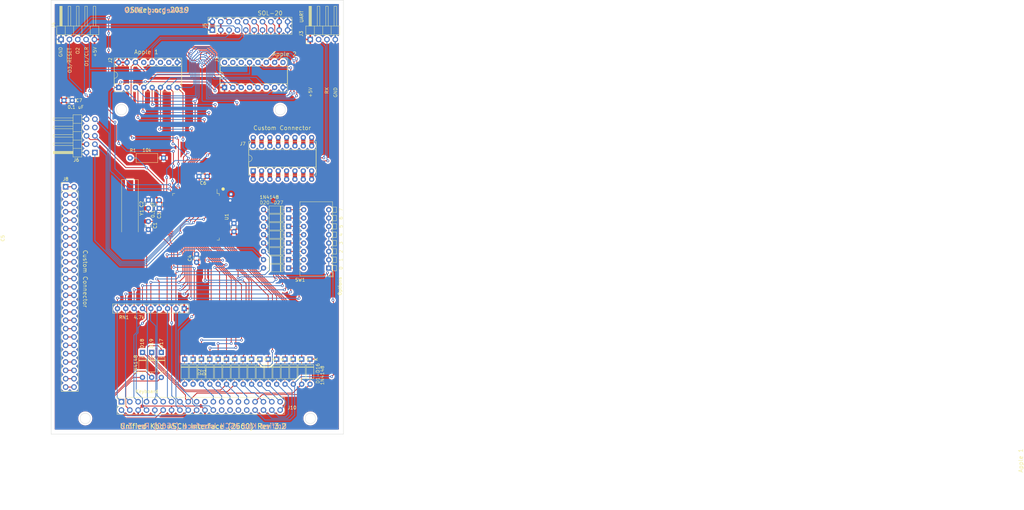
<source format=kicad_pcb>
(kicad_pcb (version 20171130) (host pcbnew "(5.1.5-0-10_14)")
  (title_block (title "Unified Retro Keyboard ASCII Interface (2560)") (date 2020-04-16) (rev 3.2))
  (layers (0 F.Cu signal) (31 B.Cu signal) (34 B.Paste user) (35 F.Paste user) (36 B.SilkS user) (37 F.SilkS user) (38 B.Mask user) (39 F.Mask user) (44 Edge.Cuts user))
  (net 0 "")
  (net 1 GND)
  (net 2 /Row3)
  (net 3 /Row0)
  (net 4 /Row1)
  (net 5 /Row4)
  (net 6 /Row5)
  (net 7 /Row7)
  (net 8 /D7)
  (net 9 /D1)
  (net 10 /D2)
  (net 11 /D3)
  (net 12 /D4)
  (net 13 /D5)
  (net 14 /D6)
  (net 15 /Col0)
  (net 16 /Col1)
  (net 17 /Col2)
  (net 18 /Col3)
  (net 19 /Col4)
  (net 20 /Col5)
  (net 21 /Col6)
  (net 22 /Col7)
  (net 23 /Row6)
  (net 24 /Row2)
  (net 25 /D0)
  (net 26 /~STROBE)
  (net 27 /Row10)
  (net 28 /Row9)
  (net 29 /Row8)
  (net 30 /Row15)
  (net 31 /Row14)
  (net 32 /Row13)
  (net 33 /Row12)
  (net 34 /Row11)
  (net 35 /Tx)
  (net 36 /Rx)
  (net 37 "Net-(D11-Pad1)")
  (net 38 "Net-(D12-Pad1)")
  (net 39 "Net-(D13-Pad1)")
  (net 40 "Net-(D14-Pad1)")
  (net 41 "Net-(D15-Pad1)")
  (net 42 "Net-(D16-Pad1)")
  (net 43 "Net-(D20-Pad1)")
  (net 44 "Net-(D24-Pad1)")
  (net 45 "Net-(D25-Pad1)")
  (net 46 "Net-(D26-Pad1)")
  (net 47 "Net-(D4-Pad1)")
  (net 48 "Net-(D5-Pad1)")
  (net 49 "Net-(D6-Pad1)")
  (net 50 "Net-(D7-Pad1)")
  (net 51 "Net-(D8-Pad1)")
  (net 52 "Net-(D9-Pad1)")
  (net 53 "Net-(D10-Pad1)")
  (net 54 "Net-(D27-Pad1)")
  (net 55 /LED1)
  (net 56 /OUT1)
  (net 57 /OUT2)
  (net 58 /OUT3)
  (net 59 /LED3)
  (net 60 /LED2)
  (net 61 "Net-(C1-Pad1)")
  (net 62 "Net-(C2-Pad1)")
  (net 63 "Net-(D21-Pad1)")
  (net 64 "Net-(D22-Pad1)")
  (net 65 "Net-(D23-Pad1)")
  (net 66 "Net-(J1-Pad9)")
  (net 67 "Net-(J1-Pad4)")
  (net 68 "Net-(J1-Pad14)")
  (net 69 "Net-(J1-Pad15)")
  (net 70 "Net-(J1-Pad16)")
  (net 71 "Net-(J2-Pad10)")
  (net 72 "Net-(J2-Pad11)")
  (net 73 "Net-(J2-Pad13)")
  (net 74 "Net-(U1-Pad98)")
  (net 75 "Net-(U1-Pad97)")
  (net 76 "Net-(U1-Pad96)")
  (net 77 "Net-(U1-Pad95)")
  (net 78 "Net-(U1-Pad94)")
  (net 79 "Net-(U1-Pad89)")
  (net 80 "Net-(U1-Pad88)")
  (net 81 "Net-(U1-Pad87)")
  (net 82 "Net-(U1-Pad86)")
  (net 83 "Net-(U1-Pad85)")
  (net 84 "Net-(U1-Pad84)")
  (net 85 "Net-(U1-Pad83)")
  (net 86 "Net-(U1-Pad82)")
  (net 87 "Net-(U1-Pad70)")
  (net 88 "Net-(U1-Pad52)")
  (net 89 "Net-(U1-Pad51)")
  (net 90 "Net-(U1-Pad47)")
  (net 91 "Net-(U1-Pad46)")
  (net 92 "Net-(U1-Pad45)")
  (net 93 "Net-(U1-Pad44)")
  (net 94 "Net-(U1-Pad43)")
  (net 95 "Net-(U1-Pad42)")
  (net 96 "Net-(U1-Pad41)")
  (net 97 "Net-(U1-Pad40)")
  (net 98 "Net-(U1-Pad39)")
  (net 99 "Net-(U1-Pad38)")
  (net 100 "Net-(U1-Pad37)")
  (net 101 "Net-(U1-Pad36)")
  (net 102 "Net-(U1-Pad35)")
  (net 103 "Net-(U1-Pad29)")
  (net 104 "Net-(U1-Pad28)")
  (net 105 "Net-(U1-Pad19)")
  (net 106 "Net-(U1-Pad9)")
  (net 107 "Net-(U1-Pad8)")
  (net 108 "Net-(U1-Pad7)")
  (net 109 "Net-(U1-Pad6)")
  (net 110 "Net-(U1-Pad5)")
  (net 111 "Net-(U1-Pad4)")
  (net 112 "Net-(U1-Pad1)")
  (net 113 VCC)
  (net 114 "Net-(J8-Pad1)")
  (net 115 "Net-(J8-Pad9)")
  (net 116 "Net-(J8-Pad2)")
  (net 117 "Net-(J8-Pad10)")
  (net 118 "Net-(J8-Pad3)")
  (net 119 "Net-(J8-Pad11)")
  (net 120 "Net-(J8-Pad4)")
  (net 121 "Net-(J8-Pad12)")
  (net 122 "Net-(J8-Pad5)")
  (net 123 "Net-(J8-Pad13)")
  (net 124 "Net-(J8-Pad6)")
  (net 125 "Net-(J8-Pad14)")
  (net 126 "Net-(J8-Pad7)")
  (net 127 "Net-(J8-Pad15)")
  (net 128 "Net-(J8-Pad8)")
  (net 129 "Net-(J8-Pad16)")
  (net 130 /TDI)
  (net 131 "Net-(J6-Pad8)")
  (net 132 "Net-(J6-Pad7)")
  (net 133 /~RESET)
  (net 134 /TMS)
  (net 135 /TDO)
  (net 136 /TCK)
  (net 137 "Net-(U1-Pad22)")
  (net 138 "Net-(U1-Pad21)")
  (net 139 "Net-(U1-Pad20)")
  (net 140 "Net-(D1-Pad1)")
  (net 141 "Net-(D2-Pad1)")
  (net 142 "Net-(D3-Pad1)")
  (net 143 "Net-(D17-Pad2)")
  (net 144 "Net-(D18-Pad2)")
  (net 145 "Net-(D19-Pad2)")
  (net 146 "Net-(J7-Pad1)")
  (net 147 "Net-(J7-Pad9)")
  (net 148 "Net-(J7-Pad2)")
  (net 149 "Net-(J7-Pad10)")
  (net 150 "Net-(J7-Pad3)")
  (net 151 "Net-(J7-Pad11)")
  (net 152 "Net-(J7-Pad4)")
  (net 153 "Net-(J7-Pad12)")
  (net 154 "Net-(J7-Pad5)")
  (net 155 "Net-(J7-Pad13)")
  (net 156 "Net-(J7-Pad6)")
  (net 157 "Net-(J7-Pad14)")
  (net 158 "Net-(J7-Pad7)")
  (net 159 "Net-(J7-Pad15)")
  (net 160 "Net-(J7-Pad8)")
  (net 161 "Net-(J7-Pad16)")
  (net 162 "Net-(J10-Pad32)")
  (net 163 "Net-(J10-Pad30)")
  (net 164 "Net-(J10-Pad28)")
  (net 165 "Net-(J10-Pad26)")
  (net 166 "Net-(J8-Pad25)")
  (net 167 "Net-(J8-Pad24)")
  (net 168 "Net-(J8-Pad23)")
  (net 169 "Net-(J8-Pad22)")
  (net 170 "Net-(J8-Pad21)")
  (net 171 "Net-(J8-Pad20)")
  (net 172 "Net-(J8-Pad19)")
  (net 173 "Net-(J8-Pad18)")
  (net 174 "Net-(J8-Pad17)")
  (module unikbd:D_DO-35_SOD27_P7.62mm_Horizontal_bypassed (layer F.Cu) (at 227.33 160.0724 270)
    (fp_text reference D15 hide)
    (fp_text value 1N4148)
    (fp_poly (pts (xy 7.239 0.127) (xy 0.381 0.127) (xy 0.381 0) (xy 7.239 0)) (layer F.Cu) (width 0.0508))
    (fp_text user K (at 0 -1.8 90) (layer F.SilkS))
    (fp_text user K (at 0 -1.8 90) (layer F.SilkS))
    (pad 1 thru_hole rect (at 0 0 270) (size 1.6 1.6) (drill 0.8) (layers *.Cu *.Mask) (net 41 "Net-(D15-Pad1)"))
    (pad 2 thru_hole oval (at 7.62 0 270) (size 1.6 1.6) (drill 0.8) (layers *.Cu *.Mask) (net 33 /Row12))
  )
  (module unikbd:D_DO-35_SOD27_P7.62mm_Horizontal_bypassed (layer F.Cu) (at 229.87 160.0724 270)
    (fp_text reference D6 hide)
    (fp_text value 1N4148)
    (fp_poly (pts (xy 7.239 0.127) (xy 0.381 0.127) (xy 0.381 0) (xy 7.239 0)) (layer F.Cu) (width 0.0508))
    (fp_text user K (at 0 -1.8 90) (layer F.SilkS))
    (fp_text user K (at 0 -1.8 90) (layer F.SilkS))
    (pad 1 thru_hole rect (at 0 0 270) (size 1.6 1.6) (drill 0.8) (layers *.Cu *.Mask) (net 49 "Net-(D6-Pad1)"))
    (pad 2 thru_hole oval (at 7.62 0 270) (size 1.6 1.6) (drill 0.8) (layers *.Cu *.Mask) (net 34 /Row11))
  )
  (module unikbd:D_DO-35_SOD27_P7.62mm_Horizontal_bypassed (layer F.Cu) (at 232.41 160.0724 270)
    (fp_text reference D14 hide)
    (fp_text value 1N4148)
    (fp_poly (pts (xy 7.239 0.127) (xy 0.381 0.127) (xy 0.381 0) (xy 7.239 0)) (layer F.Cu) (width 0.0508))
    (fp_text user K (at 0 -1.8 90) (layer F.SilkS))
    (fp_text user K (at 0 -1.8 90) (layer F.SilkS))
    (pad 1 thru_hole rect (at 0 0 270) (size 1.6 1.6) (drill 0.8) (layers *.Cu *.Mask) (net 40 "Net-(D14-Pad1)"))
    (pad 2 thru_hole oval (at 7.62 0 270) (size 1.6 1.6) (drill 0.8) (layers *.Cu *.Mask) (net 27 /Row10))
  )
  (module unikbd:D_DO-35_SOD27_P7.62mm_Horizontal_bypassed (layer F.Cu) (at 234.95 160.0724 270)
    (fp_text reference D5 hide)
    (fp_text value 1N4148)
    (fp_poly (pts (xy 7.239 0.127) (xy 0.381 0.127) (xy 0.381 0) (xy 7.239 0)) (layer F.Cu) (width 0.0508))
    (fp_text user K (at 0 -1.8 90) (layer F.SilkS))
    (fp_text user K (at 0 -1.8 90) (layer F.SilkS))
    (pad 1 thru_hole rect (at 0 0 270) (size 1.6 1.6) (drill 0.8) (layers *.Cu *.Mask) (net 48 "Net-(D5-Pad1)"))
    (pad 2 thru_hole oval (at 7.62 0 270) (size 1.6 1.6) (drill 0.8) (layers *.Cu *.Mask) (net 28 /Row9))
  )
  (module unikbd:D_DO-35_SOD27_P7.62mm_Horizontal_bypassed (layer F.Cu) (at 237.49 160.0724 270)
    (fp_text reference D13 hide)
    (fp_text value 1N4148)
    (fp_poly (pts (xy 7.239 0.127) (xy 0.381 0.127) (xy 0.381 0) (xy 7.239 0)) (layer F.Cu) (width 0.0508))
    (fp_text user K (at 0 -1.8 90) (layer F.SilkS))
    (fp_text user K (at 0 -1.8 90) (layer F.SilkS))
    (pad 1 thru_hole rect (at 0 0 270) (size 1.6 1.6) (drill 0.8) (layers *.Cu *.Mask) (net 39 "Net-(D13-Pad1)"))
    (pad 2 thru_hole oval (at 7.62 0 270) (size 1.6 1.6) (drill 0.8) (layers *.Cu *.Mask) (net 29 /Row8))
  )
  (module unikbd:D_DO-35_SOD27_P7.62mm_Horizontal_bypassed (layer F.Cu) (at 242.57 160.0724 270)
    (fp_text reference D8 hide)
    (fp_text value 1N4148)
    (fp_poly (pts (xy 7.239 0.127) (xy 0.381 0.127) (xy 0.381 0) (xy 7.239 0)) (layer F.Cu) (width 0.0508))
    (fp_text user K (at 0 -1.8 90) (layer F.SilkS))
    (fp_text user K (at 0 -1.8 90) (layer F.SilkS))
    (pad 1 thru_hole rect (at 0 0 270) (size 1.6 1.6) (drill 0.8) (layers *.Cu *.Mask) (net 51 "Net-(D8-Pad1)"))
    (pad 2 thru_hole oval (at 7.62 0 270) (size 1.6 1.6) (drill 0.8) (layers *.Cu *.Mask) (net 30 /Row15))
  )
  (module unikbd:D_DO-35_SOD27_P7.62mm_Horizontal_bypassed (layer F.Cu) (at 224.79 160.0724 270)
    (fp_text reference D7 hide)
    (fp_text value 1N4148)
    (fp_poly (pts (xy 7.239 0.127) (xy 0.381 0.127) (xy 0.381 0) (xy 7.239 0)) (layer F.Cu) (width 0.0508))
    (fp_text user K (at 0 -1.8 90) (layer F.SilkS))
    (fp_text user K (at 0 -1.8 90) (layer F.SilkS))
    (pad 1 thru_hole rect (at 0 0 270) (size 1.6 1.6) (drill 0.8) (layers *.Cu *.Mask) (net 50 "Net-(D7-Pad1)"))
    (pad 2 thru_hole oval (at 7.62 0 270) (size 1.6 1.6) (drill 0.8) (layers *.Cu *.Mask) (net 32 /Row13))
  )
  (module unikbd:D_DO-35_SOD27_P7.62mm_Horizontal_bypassed (layer F.Cu) (at 222.25 160.0724 270)
    (fp_text reference D16 hide)
    (fp_text value 1N4148)
    (fp_poly (pts (xy 7.239 0.127) (xy 0.381 0.127) (xy 0.381 0) (xy 7.239 0)) (layer F.Cu) (width 0.0508))
    (fp_text user K (at 0 -1.8 90) (layer F.SilkS))
    (fp_text user K (at 0 -1.8 90) (layer F.SilkS))
    (pad 1 thru_hole rect (at 0 0 270) (size 1.6 1.6) (drill 0.8) (layers *.Cu *.Mask) (net 42 "Net-(D16-Pad1)"))
    (pad 2 thru_hole oval (at 7.62 0 270) (size 1.6 1.6) (drill 0.8) (layers *.Cu *.Mask) (net 31 /Row14))
  )
  (module unikbd:D_DO-35_SOD27_P7.62mm_Horizontal_bypassed (layer F.Cu) (at 240.03 160.0724 270)
    (fp_text reference D4 hide)
    (fp_text value 1N4148)
    (fp_poly (pts (xy 7.239 0.127) (xy 0.381 0.127) (xy 0.381 0) (xy 7.239 0)) (layer F.Cu) (width 0.0508))
    (fp_text user K (at 0 -1.8 90) (layer F.SilkS))
    (pad 1 thru_hole rect (at 0 0 270) (size 1.6 1.6) (drill 0.8) (layers *.Cu *.Mask) (net 47 "Net-(D4-Pad1)"))
    (pad 2 thru_hole oval (at 7.62 0 270) (size 1.6 1.6) (drill 0.8) (layers *.Cu *.Mask) (net 7 /Row7))
  )
  (module unikbd:D_DO-35_SOD27_P7.62mm_Horizontal_bypassed (layer F.Cu) (at 204.47 160.0724 270)
    (fp_text reference D2 (at 3.9878 -4.4958 90) (layer F.SilkS))
    (fp_text value 1N4148)
    (fp_poly (pts (xy 7.239 0.127) (xy 0.381 0.127) (xy 0.381 0) (xy 7.239 0)) (layer F.Cu) (width 0.0508))
    (fp_text user K (at 0 -1.8 90) (layer F.SilkS))
    (pad 1 thru_hole rect (at 0 0 270) (size 1.6 1.6) (drill 0.8) (layers *.Cu *.Mask) (net 141 "Net-(D2-Pad1)"))
    (pad 2 thru_hole oval (at 7.62 0 270) (size 1.6 1.6) (drill 0.8) (layers *.Cu *.Mask) (net 23 /Row6))
  )
  (module unikbd:D_DO-35_SOD27_P7.62mm_Horizontal_bypassed (layer F.Cu) (at 209.55 160.0724 270)
    (fp_text reference D11 hide)
    (fp_text value 1N4148)
    (fp_poly (pts (xy 7.239 0.127) (xy 0.381 0.127) (xy 0.381 0) (xy 7.239 0)) (layer F.Cu) (width 0.0508))
    (fp_text user K (at 0 -1.8 90) (layer F.SilkS))
    (pad 1 thru_hole rect (at 0 0 270) (size 1.6 1.6) (drill 0.8) (layers *.Cu *.Mask) (net 37 "Net-(D11-Pad1)"))
    (pad 2 thru_hole oval (at 7.62 0 270) (size 1.6 1.6) (drill 0.8) (layers *.Cu *.Mask) (net 5 /Row4))
  )
  (module unikbd:D_DO-35_SOD27_P7.62mm_Horizontal_bypassed (layer F.Cu) (at 214.63 160.0724 270)
    (fp_text reference D10 hide)
    (fp_text value 1N4148)
    (fp_poly (pts (xy 7.239 0.127) (xy 0.381 0.127) (xy 0.381 0) (xy 7.239 0)) (layer F.Cu) (width 0.0508))
    (fp_text user K (at 0 -1.8 90) (layer F.SilkS))
    (pad 1 thru_hole rect (at 0 0 270) (size 1.6 1.6) (drill 0.8) (layers *.Cu *.Mask) (net 53 "Net-(D10-Pad1)"))
    (pad 2 thru_hole oval (at 7.62 0 270) (size 1.6 1.6) (drill 0.8) (layers *.Cu *.Mask) (net 24 /Row2))
  )
  (module unikbd:D_DO-35_SOD27_P7.62mm_Horizontal_bypassed (layer F.Cu) (at 219.71 160.0724 270)
    (fp_text reference D9 hide)
    (fp_text value 1N4148)
    (fp_poly (pts (xy 7.239 0.127) (xy 0.381 0.127) (xy 0.381 0) (xy 7.239 0)) (layer F.Cu) (width 0.0508))
    (fp_text user K (at 0 -1.8 90) (layer F.SilkS))
    (pad 1 thru_hole rect (at 0 0 270) (size 1.6 1.6) (drill 0.8) (layers *.Cu *.Mask) (net 52 "Net-(D9-Pad1)"))
    (pad 2 thru_hole oval (at 7.62 0 270) (size 1.6 1.6) (drill 0.8) (layers *.Cu *.Mask) (net 3 /Row0))
  )
  (module unikbd:D_DO-35_SOD27_P7.62mm_Horizontal_bypassed (layer F.Cu) (at 207.01 160.0724 270)
    (fp_text reference D1 (at 4.0132 -3.3528 90) (layer F.SilkS))
    (fp_text value 1N4148)
    (fp_poly (pts (xy 7.239 0.127) (xy 0.381 0.127) (xy 0.381 0) (xy 7.239 0)) (layer F.Cu) (width 0.0508))
    (fp_text user K (at 0 -1.8 90) (layer F.SilkS))
    (pad 1 thru_hole rect (at 0 0 270) (size 1.6 1.6) (drill 0.8) (layers *.Cu *.Mask) (net 140 "Net-(D1-Pad1)"))
    (pad 2 thru_hole oval (at 7.62 0 270) (size 1.6 1.6) (drill 0.8) (layers *.Cu *.Mask) (net 6 /Row5))
  )
  (module unikbd:D_DO-35_SOD27_P7.62mm_Horizontal_bypassed (layer F.Cu) (at 212.09 160.0724 270)
    (fp_text reference D12 hide)
    (fp_text value 1N4148)
    (fp_poly (pts (xy 7.239 0.127) (xy 0.381 0.127) (xy 0.381 0) (xy 7.239 0)) (layer F.Cu) (width 0.0508))
    (fp_text user K (at 0 -1.8 90) (layer F.SilkS))
    (pad 1 thru_hole rect (at 0 0 270) (size 1.6 1.6) (drill 0.8) (layers *.Cu *.Mask) (net 38 "Net-(D12-Pad1)"))
    (pad 2 thru_hole oval (at 7.62 0 270) (size 1.6 1.6) (drill 0.8) (layers *.Cu *.Mask) (net 2 /Row3))
  )
  (module unikbd:D_DO-35_SOD27_P7.62mm_Horizontal_bypassed (layer F.Cu) (at 217.17 160.0724 270)
    (fp_text reference D3 hide)
    (fp_text value 1N4148)
    (fp_poly (pts (xy 7.239 0.127) (xy 0.381 0.127) (xy 0.381 0) (xy 7.239 0)) (layer F.Cu) (width 0.0508))
    (fp_text user K (at 0 -1.8 90) (layer F.SilkS))
    (pad 1 thru_hole rect (at 0 0 270) (size 1.6 1.6) (drill 0.8) (layers *.Cu *.Mask) (net 142 "Net-(D3-Pad1)"))
    (pad 2 thru_hole oval (at 7.62 0 270) (size 1.6 1.6) (drill 0.8) (layers *.Cu *.Mask) (net 4 /Row1))
  )
  (module unikbd:ExpansionHeader_1x25_P2.54 (layer F.Cu) (at 168.252 107.596)
    (fp_text reference J8 (at 0 -2.33) (layer F.SilkS))
    (fp_text value "Custom Connector" (at 5.969 28.0035 270 unlocked) (layer F.SilkS) (effects (font (size 1.27 1.27))))
    (fp_line (start 0 40.64) (end 2.54 40.64) (layer F.Cu) (width 0.254))
    (fp_line (start 0 43.18) (end 2.54 43.18) (layer F.Cu) (width 0.254))
    (fp_line (start 0 38.1) (end 2.54 38.1) (layer F.Cu) (width 0.254))
    (fp_line (start 0 48.26) (end 2.54 48.26) (layer F.Cu) (width 0.254))
    (fp_line (start 0 45.72) (end 2.54 45.72) (layer F.Cu) (width 0.254))
    (fp_line (start 0 53.34) (end 2.54 53.34) (layer F.Cu) (width 0.254))
    (fp_line (start 0 55.88) (end 2.54 55.88) (layer F.Cu) (width 0.254))
    (fp_line (start 0 50.8) (end 2.54 50.8) (layer F.Cu) (width 0.254))
    (fp_line (start 0 60.96) (end 2.54 60.96) (layer F.Cu) (width 0.254))
    (fp_line (start 0 58.42) (end 2.54 58.42) (layer F.Cu) (width 0.254))
    (fp_line (start 0 33.02) (end 2.54 33.02) (layer F.Cu) (width 0.254))
    (fp_line (start 0 35.56) (end 2.54 35.56) (layer F.Cu) (width 0.254))
    (fp_line (start 0 25.4) (end 2.54 25.4) (layer F.Cu) (width 0.254))
    (fp_line (start 0 30.48) (end 2.54 30.48) (layer F.Cu) (width 0.254))
    (fp_line (start 0 27.94) (end 2.54 27.94) (layer F.Cu) (width 0.254))
    (fp_line (start 0 20.32) (end 2.54 20.32) (layer F.Cu) (width 0.254))
    (fp_line (start 0 22.86) (end 2.54 22.86) (layer F.Cu) (width 0.254))
    (fp_line (start 0 12.7) (end 2.54 12.7) (layer F.Cu) (width 0.254))
    (fp_line (start 0 17.78) (end 2.54 17.78) (layer F.Cu) (width 0.254))
    (fp_line (start 0 15.24) (end 2.54 15.24) (layer F.Cu) (width 0.254))
    (fp_line (start 0 10.16) (end 2.54 10.16) (layer F.Cu) (width 0.254))
    (fp_line (start 0 7.62) (end 2.54 7.62) (layer F.Cu) (width 0.254))
    (fp_line (start 0 5.08) (end 2.54 5.08) (layer F.Cu) (width 0.254))
    (fp_line (start 0 2.54) (end 2.54 2.54) (layer F.Cu) (width 0.254))
    (fp_line (start 0 0) (end 2.54 0) (layer F.Cu) (width 0.254))
    (pad 26 thru_hole circle (at 2.54 0) (size 1.7 1.7) (drill 1) (layers *.Cu *.Mask))
    (pad 27 thru_hole oval (at 2.54 2.54) (size 1.7 1.7) (drill 1) (layers *.Cu *.Mask))
    (pad 28 thru_hole oval (at 2.54 5.08) (size 1.7 1.7) (drill 1) (layers *.Cu *.Mask))
    (pad 29 thru_hole oval (at 2.54 7.62) (size 1.7 1.7) (drill 1) (layers *.Cu *.Mask))
    (pad 30 thru_hole oval (at 2.54 10.16) (size 1.7 1.7) (drill 1) (layers *.Cu *.Mask))
    (pad 31 thru_hole oval (at 2.54 12.7) (size 1.7 1.7) (drill 1) (layers *.Cu *.Mask))
    (pad 32 thru_hole oval (at 2.54 15.24) (size 1.7 1.7) (drill 1) (layers *.Cu *.Mask))
    (pad 33 thru_hole oval (at 2.54 17.78) (size 1.7 1.7) (drill 1) (layers *.Cu *.Mask))
    (pad 34 thru_hole oval (at 2.54 20.32) (size 1.7 1.7) (drill 1) (layers *.Cu *.Mask))
    (pad 35 thru_hole oval (at 2.54 22.86) (size 1.7 1.7) (drill 1) (layers *.Cu *.Mask))
    (pad 36 thru_hole oval (at 2.54 25.4) (size 1.7 1.7) (drill 1) (layers *.Cu *.Mask))
    (pad 37 thru_hole oval (at 2.54 27.94) (size 1.7 1.7) (drill 1) (layers *.Cu *.Mask))
    (pad 38 thru_hole oval (at 2.54 30.48) (size 1.7 1.7) (drill 1) (layers *.Cu *.Mask))
    (pad 39 thru_hole oval (at 2.54 33.02) (size 1.7 1.7) (drill 1) (layers *.Cu *.Mask))
    (pad 40 thru_hole oval (at 2.54 35.56) (size 1.7 1.7) (drill 1) (layers *.Cu *.Mask))
    (pad 50 thru_hole oval (at 2.54 60.96) (size 1.7 1.7) (drill 1) (layers *.Cu *.Mask))
    (pad 49 thru_hole oval (at 2.54 58.42) (size 1.7 1.7) (drill 1) (layers *.Cu *.Mask))
    (pad 48 thru_hole oval (at 2.54 55.88) (size 1.7 1.7) (drill 1) (layers *.Cu *.Mask))
    (pad 47 thru_hole oval (at 2.54 53.34) (size 1.7 1.7) (drill 1) (layers *.Cu *.Mask))
    (pad 46 thru_hole oval (at 2.54 50.8) (size 1.7 1.7) (drill 1) (layers *.Cu *.Mask))
    (pad 45 thru_hole oval (at 2.54 48.26) (size 1.7 1.7) (drill 1) (layers *.Cu *.Mask))
    (pad 44 thru_hole oval (at 2.54 45.72) (size 1.7 1.7) (drill 1) (layers *.Cu *.Mask))
    (pad 43 thru_hole oval (at 2.54 43.18) (size 1.7 1.7) (drill 1) (layers *.Cu *.Mask))
    (pad 42 thru_hole oval (at 2.54 40.64) (size 1.7 1.7) (drill 1) (layers *.Cu *.Mask))
    (pad 41 thru_hole oval (at 2.54 38.1) (size 1.7 1.7) (drill 1) (layers *.Cu *.Mask))
    (pad 16 thru_hole oval (at 0 38.1) (size 1.7 1.7) (drill 1) (layers *.Cu *.Mask) (net 129 "Net-(J8-Pad16)"))
    (pad 17 thru_hole oval (at 0 40.64) (size 1.7 1.7) (drill 1) (layers *.Cu *.Mask) (net 174 "Net-(J8-Pad17)"))
    (pad 18 thru_hole oval (at 0 43.18) (size 1.7 1.7) (drill 1) (layers *.Cu *.Mask) (net 173 "Net-(J8-Pad18)"))
    (pad 19 thru_hole oval (at 0 45.72) (size 1.7 1.7) (drill 1) (layers *.Cu *.Mask) (net 172 "Net-(J8-Pad19)"))
    (pad 20 thru_hole oval (at 0 48.26) (size 1.7 1.7) (drill 1) (layers *.Cu *.Mask) (net 171 "Net-(J8-Pad20)"))
    (pad 21 thru_hole oval (at 0 50.8) (size 1.7 1.7) (drill 1) (layers *.Cu *.Mask) (net 170 "Net-(J8-Pad21)"))
    (pad 22 thru_hole oval (at 0 53.34) (size 1.7 1.7) (drill 1) (layers *.Cu *.Mask) (net 169 "Net-(J8-Pad22)"))
    (pad 23 thru_hole oval (at 0 55.88) (size 1.7 1.7) (drill 1) (layers *.Cu *.Mask) (net 168 "Net-(J8-Pad23)"))
    (pad 24 thru_hole oval (at 0 58.42) (size 1.7 1.7) (drill 1) (layers *.Cu *.Mask) (net 167 "Net-(J8-Pad24)"))
    (pad 25 thru_hole oval (at 0 60.96) (size 1.7 1.7) (drill 1) (layers *.Cu *.Mask) (net 166 "Net-(J8-Pad25)"))
    (pad 15 thru_hole oval (at 0 35.56) (size 1.7 1.7) (drill 1) (layers *.Cu *.Mask) (net 127 "Net-(J8-Pad15)"))
    (pad 14 thru_hole oval (at 0 33.02) (size 1.7 1.7) (drill 1) (layers *.Cu *.Mask) (net 125 "Net-(J8-Pad14)"))
    (pad 13 thru_hole oval (at 0 30.48) (size 1.7 1.7) (drill 1) (layers *.Cu *.Mask) (net 123 "Net-(J8-Pad13)"))
    (pad 12 thru_hole oval (at 0 27.94) (size 1.7 1.7) (drill 1) (layers *.Cu *.Mask) (net 121 "Net-(J8-Pad12)"))
    (pad 11 thru_hole oval (at 0 25.4) (size 1.7 1.7) (drill 1) (layers *.Cu *.Mask) (net 119 "Net-(J8-Pad11)"))
    (pad 10 thru_hole oval (at 0 22.86) (size 1.7 1.7) (drill 1) (layers *.Cu *.Mask) (net 117 "Net-(J8-Pad10)"))
    (pad 9 thru_hole oval (at 0 20.32) (size 1.7 1.7) (drill 1) (layers *.Cu *.Mask) (net 115 "Net-(J8-Pad9)"))
    (pad 8 thru_hole oval (at 0 17.78) (size 1.7 1.7) (drill 1) (layers *.Cu *.Mask) (net 128 "Net-(J8-Pad8)"))
    (pad 7 thru_hole oval (at 0 15.24) (size 1.7 1.7) (drill 1) (layers *.Cu *.Mask) (net 126 "Net-(J8-Pad7)"))
    (pad 6 thru_hole oval (at 0 12.7) (size 1.7 1.7) (drill 1) (layers *.Cu *.Mask) (net 124 "Net-(J8-Pad6)"))
    (pad 5 thru_hole oval (at 0 10.16) (size 1.7 1.7) (drill 1) (layers *.Cu *.Mask) (net 122 "Net-(J8-Pad5)"))
    (pad 4 thru_hole oval (at 0 7.62) (size 1.7 1.7) (drill 1) (layers *.Cu *.Mask) (net 120 "Net-(J8-Pad4)"))
    (pad 3 thru_hole oval (at 0 5.08) (size 1.7 1.7) (drill 1) (layers *.Cu *.Mask) (net 118 "Net-(J8-Pad3)"))
    (pad 2 thru_hole oval (at 0 2.54) (size 1.7 1.7) (drill 1) (layers *.Cu *.Mask) (net 116 "Net-(J8-Pad2)"))
    (pad 1 thru_hole rect (at 0 0) (size 1.7 1.7) (drill 1) (layers *.Cu *.Mask) (net 114 "Net-(J8-Pad1)"))
  )
  (module Connector_PinHeader_2.54mm:PinHeader_2x05_P2.54mm_Horizontal (layer F.Cu) (at 177.142 97.182 180)
    (fp_text reference J6 (at 5.655 -2.27) (layer F.SilkS))
    (fp_text value Conn_01x10)
    (pad 10 thru_hole oval (at 2.54 10.16 180) (size 1.7 1.7) (drill 1) (layers *.Cu *.Mask) (net 1 GND))
    (pad 9 thru_hole oval (at 0 10.16 180) (size 1.7 1.7) (drill 1) (layers *.Cu *.Mask) (net 130 /TDI))
    (pad 8 thru_hole oval (at 2.54 7.62 180) (size 1.7 1.7) (drill 1) (layers *.Cu *.Mask) (net 131 "Net-(J6-Pad8)"))
    (pad 7 thru_hole oval (at 0 7.62 180) (size 1.7 1.7) (drill 1) (layers *.Cu *.Mask) (net 132 "Net-(J6-Pad7)"))
    (pad 6 thru_hole oval (at 2.54 5.08 180) (size 1.7 1.7) (drill 1) (layers *.Cu *.Mask) (net 133 /~RESET))
    (pad 5 thru_hole oval (at 0 5.08 180) (size 1.7 1.7) (drill 1) (layers *.Cu *.Mask) (net 134 /TMS))
    (pad 4 thru_hole oval (at 2.54 2.54 180) (size 1.7 1.7) (drill 1) (layers *.Cu *.Mask) (net 113 VCC))
    (pad 3 thru_hole oval (at 0 2.54 180) (size 1.7 1.7) (drill 1) (layers *.Cu *.Mask) (net 135 /TDO))
    (pad 2 thru_hole oval (at 2.54 0 180) (size 1.7 1.7) (drill 1) (layers *.Cu *.Mask) (net 1 GND))
    (pad 1 thru_hole rect (at 0 0 180) (size 1.7 1.7) (drill 1) (layers *.Cu *.Mask) (net 136 /TCK))
  )
  (module "" (layer F.Cu) (at 230.355 88.165)
    (fp_text reference "" (at 225.275 102.77) (layer F.SilkS) (effects (font (size 1.27 1.27))))
    (fp_text value "" (at 225.275 102.77) (layer F.SilkS) (effects (font (size 1.27 1.27))))
    (fp_text user "Apple 1" (at 228.323 102.77 90) (layer F.SilkS) (effects (font (size 1.27 1.27))))
  )
  (module unikbd:DIP-16_W7.62mm_Proto (layer F.Cu) (at 225.275 102.77 90)
    (fp_text reference J7 (at 8.255 -3.175 180) (layer F.SilkS))
    (fp_text value "Custom Connector" (at 13.081 8.8265) (layer F.SilkS) (effects (font (size 1.27 1.27))))
    (fp_line (start 10.16 17.78) (end 7.62 17.78) (layer F.Cu) (width 1.27))
    (fp_line (start 10.16 15.24) (end 7.62 15.24) (layer F.Cu) (width 1.27))
    (fp_line (start 10.16 12.7) (end 7.62 12.7) (layer F.Cu) (width 1.27))
    (fp_line (start 10.16 10.16) (end 7.62 10.16) (layer F.Cu) (width 1.27))
    (fp_line (start 10.16 7.62) (end 7.62 7.62) (layer F.Cu) (width 1.27))
    (fp_line (start 10.16 5.08) (end 7.62 5.08) (layer F.Cu) (width 1.27))
    (fp_line (start 10.16 2.54) (end 7.62 2.54) (layer F.Cu) (width 1.27))
    (fp_line (start 10.16 0) (end 7.62 0) (layer F.Cu) (width 1.27))
    (fp_line (start 0 0) (end -2.54 0) (layer F.Cu) (width 1.27))
    (fp_line (start 0 2.54) (end -2.54 2.54) (layer F.Cu) (width 1.27))
    (fp_line (start 0 5.08) (end -2.54 5.08) (layer F.Cu) (width 1.27))
    (fp_line (start 0 7.62) (end -2.54 7.62) (layer F.Cu) (width 1.27))
    (fp_line (start 0 10.16) (end -2.54 10.16) (layer F.Cu) (width 1.27))
    (fp_line (start 0 12.7) (end -2.54 12.7) (layer F.Cu) (width 1.27))
    (fp_line (start 0 15.24) (end -2.54 15.24) (layer F.Cu) (width 1.27))
    (fp_line (start 0 17.78) (end -2.54 17.78) (layer F.Cu) (width 1.27))
    (pad 46 thru_hole oval (at 10.16 17.78 90) (size 1.6 1.6) (drill 0.8) (layers *.Cu *.Mask))
    (pad 45 thru_hole oval (at -2.54 17.78 90) (size 1.6 1.6) (drill 0.8) (layers *.Cu *.Mask))
    (pad 42 thru_hole oval (at 10.16 15.24 90) (size 1.6 1.6) (drill 0.8) (layers *.Cu *.Mask))
    (pad 41 thru_hole oval (at -2.54 15.24 90) (size 1.6 1.6) (drill 0.8) (layers *.Cu *.Mask))
    (pad 38 thru_hole oval (at 10.16 12.7 90) (size 1.6 1.6) (drill 0.8) (layers *.Cu *.Mask))
    (pad 37 thru_hole oval (at -2.54 12.7 90) (size 1.6 1.6) (drill 0.8) (layers *.Cu *.Mask))
    (pad 34 thru_hole oval (at 10.16 10.16 90) (size 1.6 1.6) (drill 0.8) (layers *.Cu *.Mask))
    (pad 33 thru_hole oval (at -2.54 10.16 90) (size 1.6 1.6) (drill 0.8) (layers *.Cu *.Mask))
    (pad 30 thru_hole oval (at 10.16 7.62 90) (size 1.6 1.6) (drill 0.8) (layers *.Cu *.Mask))
    (pad 29 thru_hole oval (at -2.54 7.62 90) (size 1.6 1.6) (drill 0.8) (layers *.Cu *.Mask))
    (pad 26 thru_hole oval (at 10.16 5.08 90) (size 1.6 1.6) (drill 0.8) (layers *.Cu *.Mask))
    (pad 25 thru_hole oval (at -2.54 5.08 90) (size 1.6 1.6) (drill 0.8) (layers *.Cu *.Mask))
    (pad 22 thru_hole oval (at 10.16 2.54 90) (size 1.6 1.6) (drill 0.8) (layers *.Cu *.Mask))
    (pad 21 thru_hole oval (at -2.54 2.54 90) (size 1.6 1.6) (drill 0.8) (layers *.Cu *.Mask))
    (pad 18 thru_hole oval (at 10.16 0 90) (size 1.6 1.6) (drill 0.8) (layers *.Cu *.Mask))
    (pad 17 thru_hole oval (at -2.54 0 90) (size 1.6 1.6) (drill 0.8) (layers *.Cu *.Mask))
    (pad 1 thru_hole rect (at 0 0 90) (size 1.6 1.6) (drill 0.8) (layers *.Cu *.Mask) (net 146 "Net-(J7-Pad1)"))
    (pad 9 thru_hole oval (at 7.62 17.78 90) (size 1.6 1.6) (drill 0.8) (layers *.Cu *.Mask) (net 147 "Net-(J7-Pad9)"))
    (pad 2 thru_hole oval (at 0 2.54 90) (size 1.6 1.6) (drill 0.8) (layers *.Cu *.Mask) (net 148 "Net-(J7-Pad2)"))
    (pad 10 thru_hole oval (at 7.62 15.24 90) (size 1.6 1.6) (drill 0.8) (layers *.Cu *.Mask) (net 149 "Net-(J7-Pad10)"))
    (pad 3 thru_hole oval (at 0 5.08 90) (size 1.6 1.6) (drill 0.8) (layers *.Cu *.Mask) (net 150 "Net-(J7-Pad3)"))
    (pad 11 thru_hole oval (at 7.62 12.7 90) (size 1.6 1.6) (drill 0.8) (layers *.Cu *.Mask) (net 151 "Net-(J7-Pad11)"))
    (pad 4 thru_hole oval (at 0 7.62 90) (size 1.6 1.6) (drill 0.8) (layers *.Cu *.Mask) (net 152 "Net-(J7-Pad4)"))
    (pad 12 thru_hole oval (at 7.62 10.16 90) (size 1.6 1.6) (drill 0.8) (layers *.Cu *.Mask) (net 153 "Net-(J7-Pad12)"))
    (pad 5 thru_hole oval (at 0 10.16 90) (size 1.6 1.6) (drill 0.8) (layers *.Cu *.Mask) (net 154 "Net-(J7-Pad5)"))
    (pad 13 thru_hole oval (at 7.62 7.62 90) (size 1.6 1.6) (drill 0.8) (layers *.Cu *.Mask) (net 155 "Net-(J7-Pad13)"))
    (pad 6 thru_hole oval (at 0 12.7 90) (size 1.6 1.6) (drill 0.8) (layers *.Cu *.Mask) (net 156 "Net-(J7-Pad6)"))
    (pad 14 thru_hole oval (at 7.62 5.08 90) (size 1.6 1.6) (drill 0.8) (layers *.Cu *.Mask) (net 157 "Net-(J7-Pad14)"))
    (pad 7 thru_hole oval (at 0 15.24 90) (size 1.6 1.6) (drill 0.8) (layers *.Cu *.Mask) (net 158 "Net-(J7-Pad7)"))
    (pad 15 thru_hole oval (at 7.62 2.54 90) (size 1.6 1.6) (drill 0.8) (layers *.Cu *.Mask) (net 159 "Net-(J7-Pad15)"))
    (pad 8 thru_hole oval (at 0 17.78 90) (size 1.6 1.6) (drill 0.8) (layers *.Cu *.Mask) (net 160 "Net-(J7-Pad8)"))
    (pad 16 thru_hole oval (at 7.62 0 90) (size 1.6 1.6) (drill 0.8) (layers *.Cu *.Mask) (net 161 "Net-(J7-Pad16)"))
  )
  (module Package_QFP:TQFP-100_14x14mm_P0.5mm (layer F.Cu) (at 207.876 116.74 270)
    (fp_text reference U1 (at 0 -9.35 90) (layer F.SilkS))
    (fp_text value ATmega2560-16AU)
    (pad 100 smd roundrect (at -6 -7.6625 270) (size 0.3 1.475) (layers F.Cu F.Paste F.Mask) (net 113 VCC))
    (pad 99 smd roundrect (at -5.5 -7.6625 270) (size 0.3 1.475) (layers F.Cu F.Paste F.Mask) (net 1 GND))
    (pad 98 smd roundrect (at -5 -7.6625 270) (size 0.3 1.475) (layers F.Cu F.Paste F.Mask) (net 74 "Net-(U1-Pad98)"))
    (pad 97 smd roundrect (at -4.5 -7.6625 270) (size 0.3 1.475) (layers F.Cu F.Paste F.Mask) (net 75 "Net-(U1-Pad97)"))
    (pad 96 smd roundrect (at -4 -7.6625 270) (size 0.3 1.475) (layers F.Cu F.Paste F.Mask) (net 76 "Net-(U1-Pad96)"))
    (pad 95 smd roundrect (at -3.5 -7.6625 270) (size 0.3 1.475) (layers F.Cu F.Paste F.Mask) (net 77 "Net-(U1-Pad95)"))
    (pad 94 smd roundrect (at -3 -7.6625 270) (size 0.3 1.475) (layers F.Cu F.Paste F.Mask) (net 78 "Net-(U1-Pad94)"))
    (pad 93 smd roundrect (at -2.5 -7.6625 270) (size 0.3 1.475) (layers F.Cu F.Paste F.Mask) (net 136 /TCK))
    (pad 92 smd roundrect (at -2 -7.6625 270) (size 0.3 1.475) (layers F.Cu F.Paste F.Mask) (net 134 /TMS))
    (pad 91 smd roundrect (at -1.5 -7.6625 270) (size 0.3 1.475) (layers F.Cu F.Paste F.Mask) (net 135 /TDO))
    (pad 90 smd roundrect (at -1 -7.6625 270) (size 0.3 1.475) (layers F.Cu F.Paste F.Mask) (net 130 /TDI))
    (pad 89 smd roundrect (at -0.5 -7.6625 270) (size 0.3 1.475) (layers F.Cu F.Paste F.Mask) (net 79 "Net-(U1-Pad89)"))
    (pad 88 smd roundrect (at 0 -7.6625 270) (size 0.3 1.475) (layers F.Cu F.Paste F.Mask) (net 80 "Net-(U1-Pad88)"))
    (pad 87 smd roundrect (at 0.5 -7.6625 270) (size 0.3 1.475) (layers F.Cu F.Paste F.Mask) (net 81 "Net-(U1-Pad87)"))
    (pad 86 smd roundrect (at 1 -7.6625 270) (size 0.3 1.475) (layers F.Cu F.Paste F.Mask) (net 82 "Net-(U1-Pad86)"))
    (pad 85 smd roundrect (at 1.5 -7.6625 270) (size 0.3 1.475) (layers F.Cu F.Paste F.Mask) (net 83 "Net-(U1-Pad85)"))
    (pad 84 smd roundrect (at 2 -7.6625 270) (size 0.3 1.475) (layers F.Cu F.Paste F.Mask) (net 84 "Net-(U1-Pad84)"))
    (pad 83 smd roundrect (at 2.5 -7.6625 270) (size 0.3 1.475) (layers F.Cu F.Paste F.Mask) (net 85 "Net-(U1-Pad83)"))
    (pad 82 smd roundrect (at 3 -7.6625 270) (size 0.3 1.475) (layers F.Cu F.Paste F.Mask) (net 86 "Net-(U1-Pad82)"))
    (pad 81 smd roundrect (at 3.5 -7.6625 270) (size 0.3 1.475) (layers F.Cu F.Paste F.Mask) (net 1 GND))
    (pad 80 smd roundrect (at 4 -7.6625 270) (size 0.3 1.475) (layers F.Cu F.Paste F.Mask) (net 113 VCC))
    (pad 79 smd roundrect (at 4.5 -7.6625 270) (size 0.3 1.475) (layers F.Cu F.Paste F.Mask) (net 47 "Net-(D4-Pad1)"))
    (pad 78 smd roundrect (at 5 -7.6625 270) (size 0.3 1.475) (layers F.Cu F.Paste F.Mask) (net 39 "Net-(D13-Pad1)"))
    (pad 77 smd roundrect (at 5.5 -7.6625 270) (size 0.3 1.475) (layers F.Cu F.Paste F.Mask) (net 48 "Net-(D5-Pad1)"))
    (pad 76 smd roundrect (at 6 -7.6625 270) (size 0.3 1.475) (layers F.Cu F.Paste F.Mask) (net 40 "Net-(D14-Pad1)"))
    (pad 75 smd roundrect (at 7.6625 -6 270) (size 1.475 0.3) (layers F.Cu F.Paste F.Mask) (net 49 "Net-(D6-Pad1)"))
    (pad 74 smd roundrect (at 7.6625 -5.5 270) (size 1.475 0.3) (layers F.Cu F.Paste F.Mask) (net 41 "Net-(D15-Pad1)"))
    (pad 73 smd roundrect (at 7.6625 -5 270) (size 1.475 0.3) (layers F.Cu F.Paste F.Mask) (net 50 "Net-(D7-Pad1)"))
    (pad 72 smd roundrect (at 7.6625 -4.5 270) (size 1.475 0.3) (layers F.Cu F.Paste F.Mask) (net 42 "Net-(D16-Pad1)"))
    (pad 71 smd roundrect (at 7.6625 -4 270) (size 1.475 0.3) (layers F.Cu F.Paste F.Mask) (net 51 "Net-(D8-Pad1)"))
    (pad 70 smd roundrect (at 7.6625 -3.5 270) (size 1.475 0.3) (layers F.Cu F.Paste F.Mask) (net 87 "Net-(U1-Pad70)"))
    (pad 69 smd roundrect (at 7.6625 -3 270) (size 1.475 0.3) (layers F.Cu F.Paste F.Mask) (net 141 "Net-(D2-Pad1)"))
    (pad 68 smd roundrect (at 7.6625 -2.5 270) (size 1.475 0.3) (layers F.Cu F.Paste F.Mask) (net 140 "Net-(D1-Pad1)"))
    (pad 67 smd roundrect (at 7.6625 -2 270) (size 1.475 0.3) (layers F.Cu F.Paste F.Mask) (net 37 "Net-(D11-Pad1)"))
    (pad 66 smd roundrect (at 7.6625 -1.5 270) (size 1.475 0.3) (layers F.Cu F.Paste F.Mask) (net 38 "Net-(D12-Pad1)"))
    (pad 65 smd roundrect (at 7.6625 -1 270) (size 1.475 0.3) (layers F.Cu F.Paste F.Mask) (net 53 "Net-(D10-Pad1)"))
    (pad 64 smd roundrect (at 7.6625 -0.5 270) (size 1.475 0.3) (layers F.Cu F.Paste F.Mask) (net 142 "Net-(D3-Pad1)"))
    (pad 63 smd roundrect (at 7.6625 0 270) (size 1.475 0.3) (layers F.Cu F.Paste F.Mask) (net 52 "Net-(D9-Pad1)"))
    (pad 62 smd roundrect (at 7.6625 0.5 270) (size 1.475 0.3) (layers F.Cu F.Paste F.Mask) (net 1 GND))
    (pad 61 smd roundrect (at 7.6625 1 270) (size 1.475 0.3) (layers F.Cu F.Paste F.Mask) (net 113 VCC))
    (pad 60 smd roundrect (at 7.6625 1.5 270) (size 1.475 0.3) (layers F.Cu F.Paste F.Mask) (net 22 /Col7))
    (pad 59 smd roundrect (at 7.6625 2 270) (size 1.475 0.3) (layers F.Cu F.Paste F.Mask) (net 21 /Col6))
    (pad 58 smd roundrect (at 7.6625 2.5 270) (size 1.475 0.3) (layers F.Cu F.Paste F.Mask) (net 20 /Col5))
    (pad 57 smd roundrect (at 7.6625 3 270) (size 1.475 0.3) (layers F.Cu F.Paste F.Mask) (net 19 /Col4))
    (pad 56 smd roundrect (at 7.6625 3.5 270) (size 1.475 0.3) (layers F.Cu F.Paste F.Mask) (net 18 /Col3))
    (pad 55 smd roundrect (at 7.6625 4 270) (size 1.475 0.3) (layers F.Cu F.Paste F.Mask) (net 17 /Col2))
    (pad 54 smd roundrect (at 7.6625 4.5 270) (size 1.475 0.3) (layers F.Cu F.Paste F.Mask) (net 16 /Col1))
    (pad 53 smd roundrect (at 7.6625 5 270) (size 1.475 0.3) (layers F.Cu F.Paste F.Mask) (net 15 /Col0))
    (pad 52 smd roundrect (at 7.6625 5.5 270) (size 1.475 0.3) (layers F.Cu F.Paste F.Mask) (net 88 "Net-(U1-Pad52)"))
    (pad 51 smd roundrect (at 7.6625 6 270) (size 1.475 0.3) (layers F.Cu F.Paste F.Mask) (net 89 "Net-(U1-Pad51)"))
    (pad 50 smd roundrect (at 6 7.6625 270) (size 0.3 1.475) (layers F.Cu F.Paste F.Mask) (net 59 /LED3))
    (pad 49 smd roundrect (at 5.5 7.6625 270) (size 0.3 1.475) (layers F.Cu F.Paste F.Mask) (net 60 /LED2))
    (pad 48 smd roundrect (at 5 7.6625 270) (size 0.3 1.475) (layers F.Cu F.Paste F.Mask) (net 55 /LED1))
    (pad 47 smd roundrect (at 4.5 7.6625 270) (size 0.3 1.475) (layers F.Cu F.Paste F.Mask) (net 90 "Net-(U1-Pad47)"))
    (pad 46 smd roundrect (at 4 7.6625 270) (size 0.3 1.475) (layers F.Cu F.Paste F.Mask) (net 91 "Net-(U1-Pad46)"))
    (pad 45 smd roundrect (at 3.5 7.6625 270) (size 0.3 1.475) (layers F.Cu F.Paste F.Mask) (net 92 "Net-(U1-Pad45)"))
    (pad 44 smd roundrect (at 3 7.6625 270) (size 0.3 1.475) (layers F.Cu F.Paste F.Mask) (net 93 "Net-(U1-Pad44)"))
    (pad 43 smd roundrect (at 2.5 7.6625 270) (size 0.3 1.475) (layers F.Cu F.Paste F.Mask) (net 94 "Net-(U1-Pad43)"))
    (pad 42 smd roundrect (at 2 7.6625 270) (size 0.3 1.475) (layers F.Cu F.Paste F.Mask) (net 95 "Net-(U1-Pad42)"))
    (pad 41 smd roundrect (at 1.5 7.6625 270) (size 0.3 1.475) (layers F.Cu F.Paste F.Mask) (net 96 "Net-(U1-Pad41)"))
    (pad 40 smd roundrect (at 1 7.6625 270) (size 0.3 1.475) (layers F.Cu F.Paste F.Mask) (net 97 "Net-(U1-Pad40)"))
    (pad 39 smd roundrect (at 0.5 7.6625 270) (size 0.3 1.475) (layers F.Cu F.Paste F.Mask) (net 98 "Net-(U1-Pad39)"))
    (pad 38 smd roundrect (at 0 7.6625 270) (size 0.3 1.475) (layers F.Cu F.Paste F.Mask) (net 99 "Net-(U1-Pad38)"))
    (pad 37 smd roundrect (at -0.5 7.6625 270) (size 0.3 1.475) (layers F.Cu F.Paste F.Mask) (net 100 "Net-(U1-Pad37)"))
    (pad 36 smd roundrect (at -1 7.6625 270) (size 0.3 1.475) (layers F.Cu F.Paste F.Mask) (net 101 "Net-(U1-Pad36)"))
    (pad 35 smd roundrect (at -1.5 7.6625 270) (size 0.3 1.475) (layers F.Cu F.Paste F.Mask) (net 102 "Net-(U1-Pad35)"))
    (pad 34 smd roundrect (at -2 7.6625 270) (size 0.3 1.475) (layers F.Cu F.Paste F.Mask) (net 61 "Net-(C1-Pad1)"))
    (pad 33 smd roundrect (at -2.5 7.6625 270) (size 0.3 1.475) (layers F.Cu F.Paste F.Mask) (net 62 "Net-(C2-Pad1)"))
    (pad 32 smd roundrect (at -3 7.6625 270) (size 0.3 1.475) (layers F.Cu F.Paste F.Mask) (net 1 GND))
    (pad 31 smd roundrect (at -3.5 7.6625 270) (size 0.3 1.475) (layers F.Cu F.Paste F.Mask) (net 113 VCC))
    (pad 30 smd roundrect (at -4 7.6625 270) (size 0.3 1.475) (layers F.Cu F.Paste F.Mask) (net 133 /~RESET))
    (pad 29 smd roundrect (at -4.5 7.6625 270) (size 0.3 1.475) (layers F.Cu F.Paste F.Mask) (net 103 "Net-(U1-Pad29)"))
    (pad 28 smd roundrect (at -5 7.6625 270) (size 0.3 1.475) (layers F.Cu F.Paste F.Mask) (net 104 "Net-(U1-Pad28)"))
    (pad 27 smd roundrect (at -5.5 7.6625 270) (size 0.3 1.475) (layers F.Cu F.Paste F.Mask) (net 8 /D7))
    (pad 26 smd roundrect (at -6 7.6625 270) (size 0.3 1.475) (layers F.Cu F.Paste F.Mask) (net 58 /OUT3))
    (pad 25 smd roundrect (at -7.6625 6 270) (size 1.475 0.3) (layers F.Cu F.Paste F.Mask) (net 57 /OUT2))
    (pad 24 smd roundrect (at -7.6625 5.5 270) (size 1.475 0.3) (layers F.Cu F.Paste F.Mask) (net 56 /OUT1))
    (pad 23 smd roundrect (at -7.6625 5 270) (size 1.475 0.3) (layers F.Cu F.Paste F.Mask) (net 26 /~STROBE))
    (pad 22 smd roundrect (at -7.6625 4.5 270) (size 1.475 0.3) (layers F.Cu F.Paste F.Mask) (net 137 "Net-(U1-Pad22)"))
    (pad 21 smd roundrect (at -7.6625 4 270) (size 1.475 0.3) (layers F.Cu F.Paste F.Mask) (net 138 "Net-(U1-Pad21)"))
    (pad 20 smd roundrect (at -7.6625 3.5 270) (size 1.475 0.3) (layers F.Cu F.Paste F.Mask) (net 139 "Net-(U1-Pad20)"))
    (pad 19 smd roundrect (at -7.6625 3 270) (size 1.475 0.3) (layers F.Cu F.Paste F.Mask) (net 105 "Net-(U1-Pad19)"))
    (pad 18 smd roundrect (at -7.6625 2.5 270) (size 1.475 0.3) (layers F.Cu F.Paste F.Mask) (net 14 /D6))
    (pad 17 smd roundrect (at -7.6625 2 270) (size 1.475 0.3) (layers F.Cu F.Paste F.Mask) (net 13 /D5))
    (pad 16 smd roundrect (at -7.6625 1.5 270) (size 1.475 0.3) (layers F.Cu F.Paste F.Mask) (net 12 /D4))
    (pad 15 smd roundrect (at -7.6625 1 270) (size 1.475 0.3) (layers F.Cu F.Paste F.Mask) (net 11 /D3))
    (pad 14 smd roundrect (at -7.6625 0.5 270) (size 1.475 0.3) (layers F.Cu F.Paste F.Mask) (net 10 /D2))
    (pad 13 smd roundrect (at -7.6625 0 270) (size 1.475 0.3) (layers F.Cu F.Paste F.Mask) (net 9 /D1))
    (pad 12 smd roundrect (at -7.6625 -0.5 270) (size 1.475 0.3) (layers F.Cu F.Paste F.Mask) (net 25 /D0))
    (pad 11 smd roundrect (at -7.6625 -1 270) (size 1.475 0.3) (layers F.Cu F.Paste F.Mask) (net 1 GND))
    (pad 10 smd roundrect (at -7.6625 -1.5 270) (size 1.475 0.3) (layers F.Cu F.Paste F.Mask) (net 113 VCC))
    (pad 9 smd roundrect (at -7.6625 -2 270) (size 1.475 0.3) (layers F.Cu F.Paste F.Mask) (net 106 "Net-(U1-Pad9)"))
    (pad 8 smd roundrect (at -7.6625 -2.5 270) (size 1.475 0.3) (layers F.Cu F.Paste F.Mask) (net 107 "Net-(U1-Pad8)"))
    (pad 7 smd roundrect (at -7.6625 -3 270) (size 1.475 0.3) (layers F.Cu F.Paste F.Mask) (net 108 "Net-(U1-Pad7)"))
    (pad 6 smd roundrect (at -7.6625 -3.5 270) (size 1.475 0.3) (layers F.Cu F.Paste F.Mask) (net 109 "Net-(U1-Pad6)"))
    (pad 5 smd roundrect (at -7.6625 -4 270) (size 1.475 0.3) (layers F.Cu F.Paste F.Mask) (net 110 "Net-(U1-Pad5)"))
    (pad 4 smd roundrect (at -7.6625 -4.5 270) (size 1.475 0.3) (layers F.Cu F.Paste F.Mask) (net 111 "Net-(U1-Pad4)"))
    (pad 3 smd roundrect (at -7.6625 -5 270) (size 1.475 0.3) (layers F.Cu F.Paste F.Mask) (net 35 /Tx))
    (pad 2 smd roundrect (at -7.6625 -5.5 270) (size 1.475 0.3) (layers F.Cu F.Paste F.Mask) (net 36 /Rx))
    (pad 1 smd roundrect (at -7.6625 -6 270) (size 1.475 0.3) (layers F.Cu F.Paste F.Mask) (net 112 "Net-(U1-Pad1)"))
  )
  (module Crystal:Crystal_SMD_HC49-SD_HandSoldering (layer F.Cu) (at 187.81 115.47 270)
    (fp_text reference Y1 (at 0 -3.55 90) (layer F.SilkS))
    (fp_text value "16.000 MHz")
    (pad 2 smd rect (at 5.9375 0 270) (size 7.875 2) (layers F.Cu F.Paste F.Mask) (net 61 "Net-(C1-Pad1)"))
    (pad 1 smd rect (at -5.9375 0 270) (size 7.875 2) (layers F.Cu F.Paste F.Mask) (net 62 "Net-(C2-Pad1)"))
  )
  (module Resistor_THT:R_Axial_DIN0207_L6.3mm_D2.5mm_P10.16mm_Horizontal (layer F.Cu) (at 198.0335 98.833 180)
    (fp_text reference R1 (at 9.3345 2.286) (layer F.SilkS))
    (fp_text value 10k (at 5.08 2.37) (layer F.SilkS))
    (pad 2 thru_hole oval (at 10.16 0 180) (size 1.6 1.6) (drill 0.8) (layers *.Cu *.Mask) (net 133 /~RESET))
    (pad 1 thru_hole circle (at 0 0 180) (size 1.6 1.6) (drill 0.8) (layers *.Cu *.Mask) (net 113 VCC))
  )
  (module Capacitor_THT:C_Disc_D3.0mm_W1.6mm_P2.50mm (layer F.Cu) (at 211.305 104.421 180)
    (fp_text reference C6 (at 1.25 -2.05) (layer F.SilkS))
    (fp_text value "0.1 uF")
    (pad 2 thru_hole circle (at 2.5 0 180) (size 1.6 1.6) (drill 0.8) (layers *.Cu *.Mask) (net 1 GND))
    (pad 1 thru_hole circle (at 0 0 180) (size 1.6 1.6) (drill 0.8) (layers *.Cu *.Mask) (net 113 VCC))
  )
  (module Capacitor_THT:C_Disc_D3.0mm_W1.6mm_P2.50mm (layer F.Cu) (at 193.398 114.16 90)
    (fp_text reference C2 (at 1.25 -2.05 90) (layer F.SilkS))
    (fp_text value 36pf)
    (pad 2 thru_hole circle (at 2.5 0 90) (size 1.6 1.6) (drill 0.8) (layers *.Cu *.Mask) (net 1 GND))
    (pad 1 thru_hole circle (at 0 0 90) (size 1.6 1.6) (drill 0.8) (layers *.Cu *.Mask) (net 62 "Net-(C2-Pad1)"))
  )
  (module Capacitor_THT:C_Disc_D3.0mm_W1.6mm_P2.50mm (layer F.Cu) (at 219.433 121.2485 90)
    (fp_text reference C5 (at -2.032 -70.2945 90) (layer F.SilkS))
    (fp_text value "0.1 uF")
    (pad 2 thru_hole circle (at 2.5 0 90) (size 1.6 1.6) (drill 0.8) (layers *.Cu *.Mask) (net 1 GND))
    (pad 1 thru_hole circle (at 0 0 90) (size 1.6 1.6) (drill 0.8) (layers *.Cu *.Mask) (net 113 VCC))
  )
  (module Capacitor_THT:C_Disc_D3.0mm_W1.6mm_P2.50mm (layer F.Cu) (at 193.398 118.137 270)
    (fp_text reference C1 (at 1.25 -2.05 90) (layer F.SilkS))
    (fp_text value 36pf)
    (pad 2 thru_hole circle (at 2.5 0 270) (size 1.6 1.6) (drill 0.8) (layers *.Cu *.Mask) (net 1 GND))
    (pad 1 thru_hole circle (at 0 0 270) (size 1.6 1.6) (drill 0.8) (layers *.Cu *.Mask) (net 61 "Net-(C1-Pad1)"))
  )
  (module Capacitor_THT:C_Disc_D3.0mm_W1.6mm_P2.50mm (layer F.Cu) (at 208.0665 130.583 90)
    (fp_text reference C4 (at 1.25 -2.05 90) (layer F.SilkS))
    (fp_text value "0.1 uF")
    (pad 2 thru_hole circle (at 2.5 0 90) (size 1.6 1.6) (drill 0.8) (layers *.Cu *.Mask) (net 1 GND))
    (pad 1 thru_hole circle (at 0 0 90) (size 1.6 1.6) (drill 0.8) (layers *.Cu *.Mask) (net 113 VCC))
  )
  (module unikbd:PinHeader_2x20_P2.54mm_Vertical (layer F.Cu) (at 185.397 175.5918 90)
    (fp_text reference J10 (at 0.7493 51.689 180) (layer F.SilkS))
    (fp_text value Keyboard (at 5.7023 7.5565 180) (layer F.SilkS))
    (pad 40 thru_hole oval (at 0.0254 48.0822 90) (size 1.7 1.7) (drill 1) (layers *.Cu *.Mask) (net 34 /Row11))
    (pad 39 thru_hole oval (at 2.5654 48.0822 90) (size 1.7 1.7) (drill 1) (layers *.Cu *.Mask) (net 33 /Row12))
    (pad 38 thru_hole oval (at 0.0254 45.5422 90) (size 1.7 1.7) (drill 1) (layers *.Cu *.Mask) (net 27 /Row10))
    (pad 37 thru_hole oval (at 2.5654 45.5422 90) (size 1.7 1.7) (drill 1) (layers *.Cu *.Mask) (net 32 /Row13))
    (pad 36 thru_hole oval (at 0.0254 43.0022 90) (size 1.7 1.7) (drill 1) (layers *.Cu *.Mask) (net 28 /Row9))
    (pad 35 thru_hole oval (at 2.5654 43.0022 90) (size 1.7 1.7) (drill 1) (layers *.Cu *.Mask) (net 31 /Row14))
    (pad 34 thru_hole oval (at 0.0254 40.4622 90) (size 1.7 1.7) (drill 1) (layers *.Cu *.Mask) (net 29 /Row8))
    (pad 33 thru_hole oval (at 2.5654 40.4622 90) (size 1.7 1.7) (drill 1) (layers *.Cu *.Mask) (net 30 /Row15))
    (pad 32 thru_hole oval (at 0.0254 37.9222 90) (size 1.7 1.7) (drill 1) (layers *.Cu *.Mask) (net 162 "Net-(J10-Pad32)"))
    (pad 31 thru_hole oval (at 2.5654 37.9222 90) (size 1.7 1.7) (drill 1) (layers *.Cu *.Mask) (net 3 /Row0))
    (pad 30 thru_hole oval (at 0.0254 35.3822 90) (size 1.7 1.7) (drill 1) (layers *.Cu *.Mask) (net 163 "Net-(J10-Pad30)"))
    (pad 29 thru_hole oval (at 2.5654 35.3822 90) (size 1.7 1.7) (drill 1) (layers *.Cu *.Mask) (net 4 /Row1))
    (pad 28 thru_hole oval (at 0.0254 32.8422 90) (size 1.7 1.7) (drill 1) (layers *.Cu *.Mask) (net 164 "Net-(J10-Pad28)"))
    (pad 27 thru_hole oval (at 2.5654 32.8422 90) (size 1.7 1.7) (drill 1) (layers *.Cu *.Mask) (net 24 /Row2))
    (pad 26 thru_hole oval (at 0.0254 30.3022 90) (size 1.7 1.7) (drill 1) (layers *.Cu *.Mask) (net 165 "Net-(J10-Pad26)"))
    (pad 25 thru_hole oval (at 2.5654 30.3022 90) (size 1.7 1.7) (drill 1) (layers *.Cu *.Mask) (net 2 /Row3))
    (pad 24 thru_hole oval (at 0.0254 27.7622 90) (size 1.7 1.7) (drill 1) (layers *.Cu *.Mask) (net 59 /LED3))
    (pad 23 thru_hole oval (at 2.5654 27.7622 90) (size 1.7 1.7) (drill 1) (layers *.Cu *.Mask) (net 5 /Row4))
    (pad 22 thru_hole oval (at 0.0254 25.2222 90) (size 1.7 1.7) (drill 1) (layers *.Cu *.Mask) (net 113 VCC))
    (pad 21 thru_hole oval (at 2.5654 25.2222 90) (size 1.7 1.7) (drill 1) (layers *.Cu *.Mask) (net 6 /Row5))
    (pad 20 thru_hole oval (at 0.0254 22.6822 90) (size 1.7 1.7) (drill 1) (layers *.Cu *.Mask) (net 145 "Net-(D19-Pad2)"))
    (pad 19 thru_hole oval (at 2.5654 22.6822 90) (size 1.7 1.7) (drill 1) (layers *.Cu *.Mask) (net 23 /Row6))
    (pad 18 thru_hole oval (at 0.0254 20.1422 90) (size 1.7 1.7) (drill 1) (layers *.Cu *.Mask) (net 15 /Col0))
    (pad 17 thru_hole oval (at 2.5654 20.1422 90) (size 1.7 1.7) (drill 1) (layers *.Cu *.Mask) (net 7 /Row7))
    (pad 16 thru_hole oval (at 0.0254 17.6022 90) (size 1.7 1.7) (drill 1) (layers *.Cu *.Mask) (net 60 /LED2))
    (pad 15 thru_hole oval (at 2.5654 17.6022 90) (size 1.7 1.7) (drill 1) (layers *.Cu *.Mask) (net 15 /Col0))
    (pad 14 thru_hole oval (at 0.0254 15.0622 90) (size 1.7 1.7) (drill 1) (layers *.Cu *.Mask) (net 113 VCC))
    (pad 13 thru_hole oval (at 2.5654 15.0622 90) (size 1.7 1.7) (drill 1) (layers *.Cu *.Mask) (net 16 /Col1))
    (pad 12 thru_hole oval (at 0.0254 12.5222 90) (size 1.7 1.7) (drill 1) (layers *.Cu *.Mask) (net 144 "Net-(D18-Pad2)"))
    (pad 11 thru_hole oval (at 2.5654 12.5222 90) (size 1.7 1.7) (drill 1) (layers *.Cu *.Mask) (net 17 /Col2))
    (pad 10 thru_hole oval (at 0.0254 9.9822 90) (size 1.7 1.7) (drill 1) (layers *.Cu *.Mask) (net 15 /Col0))
    (pad 9 thru_hole oval (at 2.5654 9.9822 90) (size 1.7 1.7) (drill 1) (layers *.Cu *.Mask) (net 18 /Col3))
    (pad 8 thru_hole oval (at 0.0254 7.4422 90) (size 1.7 1.7) (drill 1) (layers *.Cu *.Mask) (net 55 /LED1))
    (pad 7 thru_hole oval (at 2.5654 7.4422 90) (size 1.7 1.7) (drill 1) (layers *.Cu *.Mask) (net 19 /Col4))
    (pad 6 thru_hole oval (at 0.0254 4.9022 90) (size 1.7 1.7) (drill 1) (layers *.Cu *.Mask) (net 113 VCC))
    (pad 5 thru_hole oval (at 2.5654 4.9022 90) (size 1.7 1.7) (drill 1) (layers *.Cu *.Mask) (net 20 /Col5))
    (pad 4 thru_hole oval (at 0.0254 2.3622 90) (size 1.7 1.7) (drill 1) (layers *.Cu *.Mask) (net 143 "Net-(D17-Pad2)"))
    (pad 3 thru_hole oval (at 2.5654 2.3622 90) (size 1.7 1.7) (drill 1) (layers *.Cu *.Mask) (net 21 /Col6))
    (pad 2 thru_hole oval (at 0.0254 -0.1778 90) (size 1.7 1.7) (drill 1) (layers *.Cu *.Mask) (net 15 /Col0))
    (pad 1 thru_hole rect (at 2.5654 -0.1778 90) (size 1.7 1.7) (drill 1) (layers *.Cu *.Mask) (net 22 /Col7))
  )
  (module unikbd:SOL20-header-vertical (layer F.Cu) (at 212.8798 59.8948 90)
    (fp_text reference J5 (at 1.27 -2.33 90) (layer F.SilkS))
    (fp_text value SOL-20 (at 5.1308 17.5514 180) (layer F.SilkS) (effects (font (size 1.27 1.27) (thickness 0.1524))))
    (pad 20 thru_hole oval (at 2.54 22.86 90) (size 1.7 1.7) (drill 1) (layers *.Cu *.Mask) (net 1 GND))
    (pad 10 thru_hole oval (at 0 22.86 90) (size 1.7 1.7) (drill 1) (layers *.Cu *.Mask) (net 1 GND))
    (pad 19 thru_hole oval (at 2.54 20.32 90) (size 1.7 1.7) (drill 1) (layers *.Cu *.Mask) (net 113 VCC))
    (pad 9 thru_hole oval (at 0 20.32 90) (size 1.7 1.7) (drill 1) (layers *.Cu *.Mask) (net 113 VCC))
    (pad 18 thru_hole oval (at 2.54 17.78 90) (size 1.7 1.7) (drill 1) (layers *.Cu *.Mask) (net 8 /D7))
    (pad 8 thru_hole oval (at 0 17.78 90) (size 1.7 1.7) (drill 1) (layers *.Cu *.Mask) (net 11 /D3))
    (pad 17 thru_hole oval (at 2.54 15.24 90) (size 1.7 1.7) (drill 1) (layers *.Cu *.Mask) (net 14 /D6))
    (pad 7 thru_hole oval (at 0 15.24 90) (size 1.7 1.7) (drill 1) (layers *.Cu *.Mask) (net 10 /D2))
    (pad 16 thru_hole oval (at 2.54 12.7 90) (size 1.7 1.7) (drill 1) (layers *.Cu *.Mask) (net 13 /D5))
    (pad 6 thru_hole oval (at 0 12.7 90) (size 1.7 1.7) (drill 1) (layers *.Cu *.Mask) (net 9 /D1))
    (pad 15 thru_hole oval (at 2.54 10.16 90) (size 1.7 1.7) (drill 1) (layers *.Cu *.Mask) (net 12 /D4))
    (pad 5 thru_hole oval (at 0 10.16 90) (size 1.7 1.7) (drill 1) (layers *.Cu *.Mask) (net 25 /D0))
    (pad 14 thru_hole oval (at 2.54 7.62 90) (size 1.7 1.7) (drill 1) (layers *.Cu *.Mask) (net 56 /OUT1))
    (pad 4 thru_hole oval (at 0 7.62 90) (size 1.7 1.7) (drill 1) (layers *.Cu *.Mask) (net 57 /OUT2))
    (pad 13 thru_hole oval (at 2.54 5.08 90) (size 1.7 1.7) (drill 1) (layers *.Cu *.Mask) (net 58 /OUT3))
    (pad 3 thru_hole oval (at 0 5.08 90) (size 1.7 1.7) (drill 1) (layers *.Cu *.Mask) (net 26 /~STROBE))
    (pad 12 thru_hole oval (at 2.54 2.54 90) (size 1.7 1.7) (drill 1) (layers *.Cu *.Mask) (net 113 VCC))
    (pad 2 thru_hole oval (at 0 2.54 90) (size 1.7 1.7) (drill 1) (layers *.Cu *.Mask) (net 113 VCC))
    (pad 11 thru_hole oval (at 2.54 0 90) (size 1.7 1.7) (drill 1) (layers *.Cu *.Mask) (net 1 GND))
    (pad 1 thru_hole rect (at 0 0 90) (size 1.7 1.7) (drill 1) (layers *.Cu *.Mask) (net 1 GND))
  )
  (module Connector_PinHeader_2.54mm:PinHeader_1x05_P2.54mm_Horizontal (layer F.Cu) (at 166.855 62.765 90)
    (fp_text reference J4 (at 4.385 -2.27 90) (layer F.SilkS))
    (fp_text value Conn_01x05)
    (pad 5 thru_hole oval (at 0 10.16 90) (size 1.7 1.7) (drill 1) (layers *.Cu *.Mask) (net 113 VCC))
    (pad 4 thru_hole oval (at 0 7.62 90) (size 1.7 1.7) (drill 1) (layers *.Cu *.Mask) (net 56 /OUT1))
    (pad 3 thru_hole oval (at 0 5.08 90) (size 1.7 1.7) (drill 1) (layers *.Cu *.Mask) (net 57 /OUT2))
    (pad 2 thru_hole oval (at 0 2.54 90) (size 1.7 1.7) (drill 1) (layers *.Cu *.Mask) (net 58 /OUT3))
    (pad 1 thru_hole rect (at 0 0 90) (size 1.7 1.7) (drill 1) (layers *.Cu *.Mask) (net 1 GND))
  )
  (module Capacitor_THT:C_Disc_D3.0mm_W1.6mm_P2.50mm (layer F.Cu) (at 167.744 81.307)
    (fp_text reference C7 (at 4.572 0) (layer F.SilkS))
    (fp_text value "0.1 uF" (at 3.556 2.05) (layer F.SilkS))
    (pad 2 thru_hole circle (at 2.5 0) (size 1.6 1.6) (drill 0.8) (layers *.Cu *.Mask) (net 1 GND))
    (pad 1 thru_hole circle (at 0 0) (size 1.6 1.6) (drill 0.8) (layers *.Cu *.Mask) (net 113 VCC))
  )
  (module Diode_THT:D_DO-35_SOD27_P7.62mm_Horizontal (layer F.Cu) (at 194.414 158.015 270)
    (fp_text reference D19 (at -2.7305 0.0762 90) (layer F.SilkS))
    (fp_text value 1N4148)
    (pad 2 thru_hole oval (at 7.62 0 270) (size 1.6 1.6) (drill 0.8) (layers *.Cu *.Mask) (net 145 "Net-(D19-Pad2)"))
    (pad 1 thru_hole rect (at 0 0 270) (size 1.6 1.6) (drill 0.8) (layers *.Cu *.Mask) (net 4 /Row1))
  )
  (module Connector_PinHeader_2.54mm:PinHeader_1x04_P2.54mm_Horizontal (layer F.Cu) (at 242.62828 62.765 90)
    (fp_text reference J3 (at 1.76276 -2.74828 90) (layer F.SilkS))
    (fp_text value UART (at 6.96976 -2.62128 90) (layer F.SilkS))
    (pad 4 thru_hole oval (at 0 7.62 90) (size 1.7 1.7) (drill 1) (layers *.Cu *.Mask) (net 1 GND))
    (pad 3 thru_hole oval (at 0 5.08 90) (size 1.7 1.7) (drill 1) (layers *.Cu *.Mask) (net 36 /Rx))
    (pad 2 thru_hole oval (at 0 2.54 90) (size 1.7 1.7) (drill 1) (layers *.Cu *.Mask) (net 35 /Tx))
    (pad 1 thru_hole rect (at 0 0 90) (size 1.7 1.7) (drill 1) (layers *.Cu *.Mask) (net 113 VCC))
  )
  (module Button_Switch_THT:SW_DIP_SPSTx08_Piano_CTS_Series194-8MSTN_W7.62mm_P2.54mm (layer F.Cu) (at 248.262 132.361 180)
    (fp_text reference SW1 (at 8.7122 -3.6068) (layer F.SilkS))
    (fp_text value Options (at -3.3782 -5.4864 90) (layer F.SilkS))
    (pad 1 thru_hole rect (at 0 0 180) (size 1.6 1.6) (drill 0.8) (layers *.Cu *.Mask) (net 29 /Row8))
    (pad 9 thru_hole oval (at 7.62 17.78 180) (size 1.6 1.6) (drill 0.8) (layers *.Cu *.Mask) (net 54 "Net-(D27-Pad1)"))
    (pad 2 thru_hole oval (at 0 2.54 180) (size 1.6 1.6) (drill 0.8) (layers *.Cu *.Mask) (net 29 /Row8))
    (pad 10 thru_hole oval (at 7.62 15.24 180) (size 1.6 1.6) (drill 0.8) (layers *.Cu *.Mask) (net 65 "Net-(D23-Pad1)"))
    (pad 3 thru_hole oval (at 0 5.08 180) (size 1.6 1.6) (drill 0.8) (layers *.Cu *.Mask) (net 29 /Row8))
    (pad 11 thru_hole oval (at 7.62 12.7 180) (size 1.6 1.6) (drill 0.8) (layers *.Cu *.Mask) (net 46 "Net-(D26-Pad1)"))
    (pad 4 thru_hole oval (at 0 7.62 180) (size 1.6 1.6) (drill 0.8) (layers *.Cu *.Mask) (net 29 /Row8))
    (pad 12 thru_hole oval (at 7.62 10.16 180) (size 1.6 1.6) (drill 0.8) (layers *.Cu *.Mask) (net 64 "Net-(D22-Pad1)"))
    (pad 5 thru_hole oval (at 0 10.16 180) (size 1.6 1.6) (drill 0.8) (layers *.Cu *.Mask) (net 29 /Row8))
    (pad 13 thru_hole oval (at 7.62 7.62 180) (size 1.6 1.6) (drill 0.8) (layers *.Cu *.Mask) (net 45 "Net-(D25-Pad1)"))
    (pad 6 thru_hole oval (at 0 12.7 180) (size 1.6 1.6) (drill 0.8) (layers *.Cu *.Mask) (net 29 /Row8))
    (pad 14 thru_hole oval (at 7.62 5.08 180) (size 1.6 1.6) (drill 0.8) (layers *.Cu *.Mask) (net 63 "Net-(D21-Pad1)"))
    (pad 7 thru_hole oval (at 0 15.24 180) (size 1.6 1.6) (drill 0.8) (layers *.Cu *.Mask) (net 29 /Row8))
    (pad 15 thru_hole oval (at 7.62 2.54 180) (size 1.6 1.6) (drill 0.8) (layers *.Cu *.Mask) (net 44 "Net-(D24-Pad1)"))
    (pad 8 thru_hole oval (at 0 17.78 180) (size 1.6 1.6) (drill 0.8) (layers *.Cu *.Mask) (net 29 /Row8))
    (pad 16 thru_hole oval (at 7.62 0 180) (size 1.6 1.6) (drill 0.8) (layers *.Cu *.Mask) (net 43 "Net-(D20-Pad1)"))
  )
  (module Diode_THT:D_DO-35_SOD27_P7.62mm_Horizontal (layer F.Cu) (at 236.0446 114.5556 180)
    (fp_text reference D27 hide)
    (fp_text value 1N4148 hide)
    (pad 2 thru_hole oval (at 7.62 0 180) (size 1.6 1.6) (drill 0.8) (layers *.Cu *.Mask) (net 22 /Col7))
    (pad 1 thru_hole rect (at 0 0 180) (size 1.6 1.6) (drill 0.8) (layers *.Cu *.Mask) (net 54 "Net-(D27-Pad1)"))
  )
  (module Diode_THT:D_DO-35_SOD27_P7.62mm_Horizontal (layer F.Cu) (at 236.0446 119.6356 180)
    (fp_text reference D26)
    (fp_text value 1N4148 hide)
    (pad 2 thru_hole oval (at 7.62 0 180) (size 1.6 1.6) (drill 0.8) (layers *.Cu *.Mask) (net 20 /Col5))
    (pad 1 thru_hole rect (at 0 0 180) (size 1.6 1.6) (drill 0.8) (layers *.Cu *.Mask) (net 46 "Net-(D26-Pad1)"))
  )
  (module Diode_THT:D_DO-35_SOD27_P7.62mm_Horizontal (layer F.Cu) (at 236.0446 124.7156 180)
    (fp_text reference D25 hide)
    (fp_text value 1N4148 hide)
    (pad 2 thru_hole oval (at 7.62 0 180) (size 1.6 1.6) (drill 0.8) (layers *.Cu *.Mask) (net 18 /Col3))
    (pad 1 thru_hole rect (at 0 0 180) (size 1.6 1.6) (drill 0.8) (layers *.Cu *.Mask) (net 45 "Net-(D25-Pad1)"))
  )
  (module Diode_THT:D_DO-35_SOD27_P7.62mm_Horizontal (layer F.Cu) (at 236.0446 129.7956 180)
    (fp_text reference D24 hide)
    (fp_text value 1N4148 hide)
    (pad 2 thru_hole oval (at 7.62 0 180) (size 1.6 1.6) (drill 0.8) (layers *.Cu *.Mask) (net 16 /Col1))
    (pad 1 thru_hole rect (at 0 0 180) (size 1.6 1.6) (drill 0.8) (layers *.Cu *.Mask) (net 44 "Net-(D24-Pad1)"))
  )
  (module Diode_THT:D_DO-35_SOD27_P7.62mm_Horizontal (layer F.Cu) (at 236.0446 117.0956 180)
    (fp_text reference D23 hide)
    (fp_text value 1N4148 hide)
    (pad 2 thru_hole oval (at 7.62 0 180) (size 1.6 1.6) (drill 0.8) (layers *.Cu *.Mask) (net 21 /Col6))
    (pad 1 thru_hole rect (at 0 0 180) (size 1.6 1.6) (drill 0.8) (layers *.Cu *.Mask) (net 65 "Net-(D23-Pad1)"))
  )
  (module Diode_THT:D_DO-35_SOD27_P7.62mm_Horizontal (layer F.Cu) (at 236.0446 122.1756 180)
    (fp_text reference D22 hide)
    (fp_text value 1N4148 hide)
    (pad 2 thru_hole oval (at 7.62 0 180) (size 1.6 1.6) (drill 0.8) (layers *.Cu *.Mask) (net 19 /Col4))
    (pad 1 thru_hole rect (at 0 0 180) (size 1.6 1.6) (drill 0.8) (layers *.Cu *.Mask) (net 64 "Net-(D22-Pad1)"))
  )
  (module Diode_THT:D_DO-35_SOD27_P7.62mm_Horizontal (layer F.Cu) (at 236.0446 127.2556 180)
    (fp_text reference D21 hide)
    (fp_text value 1N4148 hide)
    (pad 2 thru_hole oval (at 7.62 0 180) (size 1.6 1.6) (drill 0.8) (layers *.Cu *.Mask) (net 17 /Col2))
    (pad 1 thru_hole rect (at 0 0 180) (size 1.6 1.6) (drill 0.8) (layers *.Cu *.Mask) (net 63 "Net-(D21-Pad1)"))
  )
  (module Diode_THT:D_DO-35_SOD27_P7.62mm_Horizontal (layer F.Cu) (at 236.0446 132.3356 180)
    (fp_text reference D20 hide)
    (fp_text value 1N4148 (at 5.8801 21.5646) (layer F.SilkS))
    (pad 2 thru_hole oval (at 7.62 0 180) (size 1.6 1.6) (drill 0.8) (layers *.Cu *.Mask) (net 15 /Col0))
    (pad 1 thru_hole rect (at 0 0 180) (size 1.6 1.6) (drill 0.8) (layers *.Cu *.Mask) (net 43 "Net-(D20-Pad1)"))
  )
  (module Capacitor_THT:C_Disc_D3.0mm_W1.6mm_P2.50mm (layer F.Cu) (at 196.7 111.66 270)
    (fp_text reference C3 (at 4.699 0 90) (layer F.SilkS))
    (fp_text value "0.1 uF" (at 2.921 1.905 90) (layer F.SilkS))
    (pad 2 thru_hole circle (at 2.5 0 270) (size 1.6 1.6) (drill 0.8) (layers *.Cu *.Mask) (net 1 GND))
    (pad 1 thru_hole circle (at 0 0 270) (size 1.6 1.6) (drill 0.8) (layers *.Cu *.Mask) (net 113 VCC))
  )
  (module Package_DIP:DIP-16_W7.62mm_Socket (layer F.Cu) (at 216.561832 77.37 90)
    (fp_text reference J1 (at 8.509 -2.335832 90) (layer F.SilkS))
    (fp_text value "Apple 2" (at 10.16 18.238168) (layer F.SilkS) (effects (font (size 1.27 1.27))))
    (pad 1 thru_hole rect (at 0 0 90) (size 1.6 1.6) (drill 0.8) (layers *.Cu *.Mask) (net 113 VCC))
    (pad 9 thru_hole oval (at 7.62 17.78 90) (size 1.6 1.6) (drill 0.8) (layers *.Cu *.Mask) (net 66 "Net-(J1-Pad9)"))
    (pad 2 thru_hole oval (at 0 2.54 90) (size 1.6 1.6) (drill 0.8) (layers *.Cu *.Mask) (net 26 /~STROBE))
    (pad 10 thru_hole oval (at 7.62 15.24 90) (size 1.6 1.6) (drill 0.8) (layers *.Cu *.Mask) (net 10 /D2))
    (pad 3 thru_hole oval (at 0 5.08 90) (size 1.6 1.6) (drill 0.8) (layers *.Cu *.Mask) (net 58 /OUT3))
    (pad 11 thru_hole oval (at 7.62 12.7 90) (size 1.6 1.6) (drill 0.8) (layers *.Cu *.Mask) (net 11 /D3))
    (pad 4 thru_hole oval (at 0 7.62 90) (size 1.6 1.6) (drill 0.8) (layers *.Cu *.Mask) (net 67 "Net-(J1-Pad4)"))
    (pad 12 thru_hole oval (at 7.62 10.16 90) (size 1.6 1.6) (drill 0.8) (layers *.Cu *.Mask) (net 25 /D0))
    (pad 5 thru_hole oval (at 0 10.16 90) (size 1.6 1.6) (drill 0.8) (layers *.Cu *.Mask) (net 13 /D5))
    (pad 13 thru_hole oval (at 7.62 7.62 90) (size 1.6 1.6) (drill 0.8) (layers *.Cu *.Mask) (net 9 /D1))
    (pad 6 thru_hole oval (at 0 12.7 90) (size 1.6 1.6) (drill 0.8) (layers *.Cu *.Mask) (net 12 /D4))
    (pad 14 thru_hole oval (at 7.62 5.08 90) (size 1.6 1.6) (drill 0.8) (layers *.Cu *.Mask) (net 68 "Net-(J1-Pad14)"))
    (pad 7 thru_hole oval (at 0 15.24 90) (size 1.6 1.6) (drill 0.8) (layers *.Cu *.Mask) (net 14 /D6))
    (pad 15 thru_hole oval (at 7.62 2.54 90) (size 1.6 1.6) (drill 0.8) (layers *.Cu *.Mask) (net 69 "Net-(J1-Pad15)"))
    (pad 8 thru_hole oval (at 0 17.78 90) (size 1.6 1.6) (drill 0.8) (layers *.Cu *.Mask) (net 1 GND))
    (pad 16 thru_hole oval (at 7.62 0 90) (size 1.6 1.6) (drill 0.8) (layers *.Cu *.Mask) (net 70 "Net-(J1-Pad16)"))
  )
  (module Diode_THT:D_DO-35_SOD27_P7.62mm_Horizontal (layer F.Cu) (at 191.62 158.015 270)
    (fp_text reference D18 (at -2.7305 0.127 90) (layer F.SilkS))
    (fp_text value 1N4148)
    (pad 2 thru_hole oval (at 7.62 0 270) (size 1.6 1.6) (drill 0.8) (layers *.Cu *.Mask) (net 144 "Net-(D18-Pad2)"))
    (pad 1 thru_hole rect (at 0 0 270) (size 1.6 1.6) (drill 0.8) (layers *.Cu *.Mask) (net 7 /Row7))
  )
  (module Diode_THT:D_DO-35_SOD27_P7.62mm_Horizontal (layer F.Cu) (at 197.335 158.015 270)
    (fp_text reference D17 (at -2.7305 0 90) (layer F.SilkS))
    (fp_text value 1N4148 (at 3.683 7.7724 90) (layer F.SilkS))
    (pad 2 thru_hole oval (at 7.62 0 270) (size 1.6 1.6) (drill 0.8) (layers *.Cu *.Mask) (net 143 "Net-(D17-Pad2)"))
    (pad 1 thru_hole rect (at 0 0 270) (size 1.6 1.6) (drill 0.8) (layers *.Cu *.Mask) (net 3 /Row0))
  )
  (module Resistor_THT:R_Array_SIP9 (layer F.Cu) (at 204.32 144.68 180)
    (fp_text reference RN1 (at 18.3388 -2.667) (layer F.SilkS))
    (fp_text value 4.7k (at 13.7668 -2.667) (layer F.SilkS))
    (pad 1 thru_hole rect (at 0 0 180) (size 1.6 1.6) (drill 0.8) (layers *.Cu *.Mask) (net 113 VCC))
    (pad 2 thru_hole oval (at 2.54 0 180) (size 1.6 1.6) (drill 0.8) (layers *.Cu *.Mask) (net 15 /Col0))
    (pad 3 thru_hole oval (at 5.08 0 180) (size 1.6 1.6) (drill 0.8) (layers *.Cu *.Mask) (net 16 /Col1))
    (pad 4 thru_hole oval (at 7.62 0 180) (size 1.6 1.6) (drill 0.8) (layers *.Cu *.Mask) (net 17 /Col2))
    (pad 5 thru_hole oval (at 10.16 0 180) (size 1.6 1.6) (drill 0.8) (layers *.Cu *.Mask) (net 18 /Col3))
    (pad 6 thru_hole oval (at 12.7 0 180) (size 1.6 1.6) (drill 0.8) (layers *.Cu *.Mask) (net 19 /Col4))
    (pad 7 thru_hole oval (at 15.24 0 180) (size 1.6 1.6) (drill 0.8) (layers *.Cu *.Mask) (net 20 /Col5))
    (pad 8 thru_hole oval (at 17.78 0 180) (size 1.6 1.6) (drill 0.8) (layers *.Cu *.Mask) (net 21 /Col6))
    (pad 9 thru_hole oval (at 20.32 0 180) (size 1.6 1.6) (drill 0.8) (layers *.Cu *.Mask) (net 22 /Col7))
  )
  (module Package_DIP:DIP-16_W7.62mm_Socket (layer F.Cu) (at 184.390166 77.37 90)
    (fp_text reference J2 (at 8.255 -2.549166 270) (layer F.SilkS))
    (fp_text value "Apple 1" (at 10.795 8.372834 180) (layer F.SilkS) (effects (font (size 1.27 1.27) (thickness 0.1524))))
    (pad 1 thru_hole rect (at 0 0 90) (size 1.6 1.6) (drill 0.8) (layers *.Cu *.Mask) (net 58 /OUT3))
    (pad 9 thru_hole oval (at 7.62 17.78 90) (size 1.6 1.6) (drill 0.8) (layers *.Cu *.Mask) (net 1 GND))
    (pad 2 thru_hole oval (at 0 2.54 90) (size 1.6 1.6) (drill 0.8) (layers *.Cu *.Mask) (net 11 /D3))
    (pad 10 thru_hole oval (at 7.62 15.24 90) (size 1.6 1.6) (drill 0.8) (layers *.Cu *.Mask) (net 71 "Net-(J2-Pad10)"))
    (pad 3 thru_hole oval (at 0 5.08 90) (size 1.6 1.6) (drill 0.8) (layers *.Cu *.Mask) (net 10 /D2))
    (pad 11 thru_hole oval (at 7.62 12.7 90) (size 1.6 1.6) (drill 0.8) (layers *.Cu *.Mask) (net 72 "Net-(J2-Pad11)"))
    (pad 4 thru_hole oval (at 0 7.62 90) (size 1.6 1.6) (drill 0.8) (layers *.Cu *.Mask) (net 9 /D1))
    (pad 12 thru_hole oval (at 7.62 10.16 90) (size 1.6 1.6) (drill 0.8) (layers *.Cu *.Mask) (net 56 /OUT1))
    (pad 5 thru_hole oval (at 0 10.16 90) (size 1.6 1.6) (drill 0.8) (layers *.Cu *.Mask) (net 25 /D0))
    (pad 13 thru_hole oval (at 7.62 7.62 90) (size 1.6 1.6) (drill 0.8) (layers *.Cu *.Mask) (net 73 "Net-(J2-Pad13)"))
    (pad 6 thru_hole oval (at 0 12.7 90) (size 1.6 1.6) (drill 0.8) (layers *.Cu *.Mask) (net 12 /D4))
    (pad 14 thru_hole oval (at 7.62 5.08 90) (size 1.6 1.6) (drill 0.8) (layers *.Cu *.Mask) (net 26 /~STROBE))
    (pad 7 thru_hole oval (at 0 15.24 90) (size 1.6 1.6) (drill 0.8) (layers *.Cu *.Mask) (net 13 /D5))
    (pad 15 thru_hole oval (at 7.62 2.54 90) (size 1.6 1.6) (drill 0.8) (layers *.Cu *.Mask) (net 113 VCC))
    (pad 8 thru_hole oval (at 0 17.78 90) (size 1.6 1.6) (drill 0.8) (layers *.Cu *.Mask) (net 14 /D6))
    (pad 16 thru_hole oval (at 7.62 0 90) (size 1.6 1.6) (drill 0.8) (layers *.Cu *.Mask) (net 113 VCC))
  )
  (gr_text D20-D27 (at 230.863 112.422) (layer F.SilkS) (effects (font (size 1.016 1.016) (thickness 0.127))))
  (gr_text "Unified Kbd ASCII Interface (2560) Rev 3.2\n" (at 210.289 180.4305) (layer B.SilkS) (effects (font (size 1.524 1.524) (thickness 0.254)) (justify mirror)))
  (gr_circle (center 216.131 108.2945) (end 216.385 108.2945) (layer F.SilkS) (width 0.508))
  (gr_text O2 (at 171.935 66.194 90) (layer F.SilkS) (effects (font (size 1.016 1.016) (thickness 0.127))))
  (gr_text 1N4148 (at 246.3062 165 90) (layer F.SilkS) (effects (font (size 1.016 1.016) (thickness 0.127))))
  (gr_text "D1-D16\n" (at 244.9346 164.4158 90) (layer F.SilkS) (effects (font (size 1.016 1.016) (thickness 0.127))))
  (gr_text 7 (at 251.9704 114.581 90) (layer F.SilkS) (effects (font (size 1.016 1.016) (thickness 0.127))))
  (gr_text 6 (at 251.9704 117.121 90) (layer F.SilkS) (effects (font (size 1.016 1.016) (thickness 0.127))))
  (gr_text 5 (at 251.9704 119.661 90) (layer F.SilkS) (effects (font (size 1.016 1.016) (thickness 0.127))))
  (gr_text 4 (at 251.9704 122.201 90) (layer F.SilkS) (effects (font (size 1.016 1.016) (thickness 0.127))))
  (gr_text 3 (at 251.9704 124.741 90) (layer F.SilkS) (effects (font (size 1.016 1.016) (thickness 0.127))))
  (gr_text 2 (at 251.9704 127.281 90) (layer F.SilkS) (effects (font (size 1.016 1.016) (thickness 0.127))))
  (gr_text 1 (at 251.9704 129.821 90) (layer F.SilkS) (effects (font (size 1.016 1.016) (thickness 0.127))))
  (gr_text 0 (at 251.9704 132.361 90) (layer F.SilkS) (effects (font (size 1.016 1.016) (thickness 0.127))))
  (gr_text +5V (at 242.674 78.87368 90) (layer F.SilkS) (effects (font (size 1.016 1.016) (thickness 0.127))))
  (gr_text GND (at 250.294 78.87368 90) (layer F.SilkS) (effects (font (size 1.016 1.016) (thickness 0.127))))
  (gr_text RX (at 247.6778 78.317299 90) (layer F.SilkS) (effects (font (size 1.016 1.016) (thickness 0.127))))
  (gr_text "OSIWeb.org 2019" (at 195.8618 53.9004) (layer B.SilkS) (effects (font (size 1.524 1.524) (thickness 0.254)) (justify mirror)))
  (gr_text "OSIWeb.org 2019" (at 195.9888 53.7734) (layer F.SilkS) (effects (font (size 1.524 1.524) (thickness 0.254))))
  (gr_text "Unified Kbd ASCII Interface (2560) Rev 3.2\n" (at 210.035 180.494) (layer F.SilkS) (effects (font (size 1.524 1.524) (thickness 0.254))))
  (gr_text +5V (at 177.142 66.575 90) (layer F.SilkS) (effects (font (size 1.016 1.016) (thickness 0.127))))
  (gr_text O1/CLR (at 174.602 67.972 90) (layer F.SilkS) (effects (font (size 1.016 1.016) (thickness 0.127))))
  (gr_text O3/~RESET (at 169.522 69.115 90) (layer F.SilkS) (effects (font (size 1.016 1.016) (thickness 0.127))))
  (gr_text GND (at 166.728 66.575 90) (layer F.SilkS) (effects (font (size 1.016 1.016) (thickness 0.127))))
  (gr_circle (center 233.506 84.1248) (end 235.0935 84.1248) (layer Edge.Cuts) (width 0.1))
  (gr_circle (center 185.246 84.1248) (end 186.8335 84.1248) (layer Edge.Cuts) (width 0.1))
  (gr_circle (center 174.2224 178.1048) (end 175.8099 178.1048) (layer Edge.Cuts) (width 0.1))
  (gr_circle (center 242.6754 178.1048) (end 244.2629 178.1048) (layer Edge.Cuts) (width 0.1))
  (gr_line (start 163.83 50.8) (end 252.73 50.8) (layer Edge.Cuts) (width 0.1))
  (gr_line (start 252.73 50.8) (end 252.73 182.88) (layer Edge.Cuts) (width 0.1))
  (gr_line (start 252.73 182.88) (end 163.83 182.88) (layer Edge.Cuts) (width 0.1))
  (gr_line (start 163.83 182.88) (end 163.83 50.8) (layer Edge.Cuts) (width 0.1))
  (segment (start 231.371 111.66) (end 231.371 111.914) (width 0.254) (layer B.Cu) (net 0))
  (segment (start 207.376 127.3925) (end 208.0665 128.083) (width 0.254) (layer F.Cu) (net 1))
  (segment (start 207.376 124.4025) (end 207.376 127.3925) (width 0.254) (layer F.Cu) (net 1))
  (segment (start 197.12 113.74) (end 196.7 114.16) (width 0.254) (layer F.Cu) (net 1))
  (segment (start 200.2135 113.74) (end 197.12 113.74) (width 0.254) (layer F.Cu) (net 1))
  (segment (start 212.8798 59.8948) (end 212.8798 57.3548) (width 1.27) (layer F.Cu) (net 1))
  (segment (start 217.9415 120.24) (end 219.433 118.7485) (width 0.254) (layer F.Cu) (net 1))
  (segment (start 215.5385 120.24) (end 217.9415 120.24) (width 0.254) (layer F.Cu) (net 1))
  (segment (start 208.876 104.492) (end 208.805 104.421) (width 0.254) (layer F.Cu) (net 1))
  (segment (start 208.876 109.0775) (end 208.876 104.492) (width 0.254) (layer F.Cu) (net 1))
  (via (at 218.29 111.787) (size 1.27) (drill 0.7112) (layers F.Cu B.Cu) (net 1))
  (segment (start 215.5385 111.24) (end 217.743 111.24) (width 0.254) (layer F.Cu) (net 1))
  (segment (start 217.743 111.24) (end 218.29 111.787) (width 0.254) (layer F.Cu) (net 1))
  (segment (start 215.6992 171.3246) (end 212.1432 167.7686) (width 0.254) (layer B.Cu) (net 2))
  (segment (start 215.6992 173.0264) (end 215.6992 171.3246) (width 0.254) (layer B.Cu) (net 2))
  (segment (start 223.346 173.6092) (end 223.346 173.0756) (width 0.254) (layer B.Cu) (net 3))
  (segment (start 223.3192 171.4008) (end 219.687 167.7686) (width 0.254) (layer B.Cu) (net 3))
  (segment (start 223.3192 173.0264) (end 223.3192 171.4008) (width 0.254) (layer B.Cu) (net 3))
  (segment (start 204.316749 169.953) (end 193.144 158.780251) (width 0.254) (layer F.Cu) (net 3))
  (segment (start 219.71 167.6924) (end 217.4494 169.953) (width 0.254) (layer F.Cu) (net 3))
  (segment (start 193.144 158.780251) (end 193.144 156.491) (width 0.254) (layer F.Cu) (net 3))
  (segment (start 193.652 155.983) (end 196.357 155.983) (width 0.254) (layer F.Cu) (net 3))
  (segment (start 193.144 156.491) (end 193.652 155.983) (width 0.254) (layer F.Cu) (net 3))
  (segment (start 217.4494 169.953) (end 204.316749 169.953) (width 0.254) (layer F.Cu) (net 3))
  (segment (start 196.357 155.983) (end 197.335 156.961) (width 0.254) (layer F.Cu) (net 3))
  (segment (start 197.335 156.961) (end 197.335 158.015) (width 0.254) (layer F.Cu) (net 3))
  (segment (start 220.7792 171.35) (end 220.7792 173.0264) (width 0.254) (layer B.Cu) (net 4))
  (segment (start 217.1978 167.7686) (end 220.7792 171.35) (width 0.254) (layer B.Cu) (net 4))
  (segment (start 194.414 159.4755) (end 194.414 158.015) (width 0.254) (layer F.Cu) (net 4))
  (segment (start 217.17 167.6924) (end 215.36341 169.49899) (width 0.254) (layer F.Cu) (net 4))
  (segment (start 215.36341 169.49899) (end 204.43749 169.49899) (width 0.254) (layer F.Cu) (net 4))
  (segment (start 204.43749 169.49899) (end 194.414 159.4755) (width 0.254) (layer F.Cu) (net 4))
  (segment (start 210.428599 168.568599) (end 210.428599 168.593999) (width 0.254) (layer B.Cu) (net 5))
  (segment (start 209.6286 167.7686) (end 210.428599 168.568599) (width 0.254) (layer B.Cu) (net 5))
  (segment (start 213.1592 171.3246) (end 213.1592 173.0264) (width 0.254) (layer B.Cu) (net 5))
  (segment (start 210.428599 168.593999) (end 213.1592 171.3246) (width 0.254) (layer B.Cu) (net 5))
  (segment (start 239.230001 168.492399) (end 240.03 167.6924) (width 0.254) (layer F.Cu) (net 7))
  (segment (start 237.315389 170.407011) (end 239.230001 168.492399) (width 0.254) (layer F.Cu) (net 7))
  (segment (start 217.637459 170.407011) (end 237.315389 170.407011) (width 0.254) (layer F.Cu) (net 7))
  (segment (start 208.158589 170.407011) (end 217.637459 170.407011) (width 0.254) (layer F.Cu) (net 7))
  (segment (start 205.5392 173.0264) (end 208.158589 170.407011) (width 0.254) (layer F.Cu) (net 7))
  (segment (start 204.689201 172.176401) (end 205.5392 173.0264) (width 0.254) (layer F.Cu) (net 7))
  (segment (start 204.689201 170.957201) (end 204.689201 172.176401) (width 0.254) (layer F.Cu) (net 7))
  (segment (start 191.747 158.015) (end 204.689201 170.957201) (width 0.254) (layer F.Cu) (net 7))
  (segment (start 191.62 158.015) (end 191.747 158.015) (width 0.254) (layer F.Cu) (net 7))
  (via (at 209.753328 70.693375) (size 0.8128) (drill 0.4064) (layers F.Cu B.Cu) (net 8))
  (segment (start 200.2135 111.24) (end 198.947 111.24) (width 0.254) (layer F.Cu) (net 8))
  (segment (start 198.947 111.24) (end 198.986 111.201) (width 0.254) (layer F.Cu) (net 8))
  (via (at 198.986 104.802) (size 0.8128) (drill 0.4064) (layers F.Cu B.Cu) (net 8))
  (segment (start 198.986 111.201) (end 198.986 104.802) (width 0.254) (layer F.Cu) (net 8))
  (segment (start 210.328064 70.693375) (end 209.753328 70.693375) (width 0.254) (layer F.Cu) (net 8))
  (segment (start 213.303439 67.718) (end 210.328064 70.693375) (width 0.254) (layer F.Cu) (net 8))
  (segment (start 230.6598 57.3548) (end 231.836801 58.531801) (width 0.254) (layer F.Cu) (net 8))
  (segment (start 229.9105 67.718) (end 213.303439 67.718) (width 0.254) (layer F.Cu) (net 8))
  (segment (start 231.836801 65.791699) (end 229.9105 67.718) (width 0.254) (layer F.Cu) (net 8))
  (segment (start 231.836801 58.531801) (end 231.836801 65.791699) (width 0.254) (layer F.Cu) (net 8))
  (segment (start 198.986 104.802) (end 198.986 102.135) (width 0.254) (layer B.Cu) (net 8))
  (segment (start 201.500601 99.620399) (end 209.755601 99.620399) (width 0.254) (layer B.Cu) (net 8))
  (via (at 211.432 97.944) (size 0.8128) (drill 0.4064) (layers F.Cu B.Cu) (net 8))
  (segment (start 198.986 102.135) (end 201.500601 99.620399) (width 0.254) (layer B.Cu) (net 8))
  (segment (start 211.025601 98.350399) (end 211.432 97.944) (width 0.254) (layer B.Cu) (net 8))
  (segment (start 209.755601 99.620399) (end 211.025601 98.350399) (width 0.254) (layer B.Cu) (net 8))
  (segment (start 209.958603 81.586401) (end 209.753328 81.381126) (width 0.254) (layer B.Cu) (net 8))
  (segment (start 220.3474 89.281586) (end 212.091385 97.537601) (width 0.254) (layer F.Cu) (net 8))
  (segment (start 212.091385 97.537601) (end 211.838399 97.537601) (width 0.254) (layer F.Cu) (net 8))
  (segment (start 220.3474 81.9928) (end 219.941001 81.586401) (width 0.254) (layer B.Cu) (net 8))
  (segment (start 219.941001 81.586401) (end 209.958603 81.586401) (width 0.254) (layer B.Cu) (net 8))
  (segment (start 209.753328 81.381126) (end 209.753328 71.268111) (width 0.254) (layer B.Cu) (net 8))
  (segment (start 209.753328 71.268111) (end 209.753328 70.693375) (width 0.254) (layer B.Cu) (net 8))
  (segment (start 211.838399 97.537601) (end 211.432 97.944) (width 0.254) (layer F.Cu) (net 8))
  (segment (start 220.3728 81.9674) (end 220.3474 81.9928) (width 0.254) (layer F.Cu) (net 8))
  (segment (start 220.3474 81.9928) (end 220.3474 89.281586) (width 0.254) (layer F.Cu) (net 8))
  (via (at 220.3474 81.9928) (size 0.8128) (drill 0.4064) (layers F.Cu B.Cu) (net 8))
  (via (at 206.4028 66.3718) (size 0.8128) (drill 0.4064) (layers F.Cu B.Cu) (net 9))
  (segment (start 192.010166 77.37) (end 196.048766 73.3314) (width 0.254) (layer B.Cu) (net 9))
  (segment (start 196.048766 73.3314) (end 205.8694 73.3314) (width 0.254) (layer B.Cu) (net 9))
  (segment (start 205.593199 67.181401) (end 206.4028 66.3718) (width 0.254) (layer B.Cu) (net 9))
  (segment (start 205.593199 67.892233) (end 205.593199 67.181401) (width 0.254) (layer B.Cu) (net 9))
  (segment (start 205.8694 73.3314) (end 205.8694 68.168434) (width 0.254) (layer B.Cu) (net 9))
  (segment (start 205.8694 68.168434) (end 205.593199 67.892233) (width 0.254) (layer B.Cu) (net 9))
  (segment (start 206.809199 65.965401) (end 206.4028 66.3718) (width 0.254) (layer F.Cu) (net 9))
  (segment (start 207.088655 65.685945) (end 206.809199 65.965401) (width 0.254) (layer F.Cu) (net 9))
  (segment (start 224.259055 65.685945) (end 207.088655 65.685945) (width 0.254) (layer F.Cu) (net 9))
  (segment (start 225.5798 64.3652) (end 224.259055 65.685945) (width 0.254) (layer F.Cu) (net 9))
  (segment (start 225.5798 59.8948) (end 225.5798 64.3652) (width 0.254) (layer F.Cu) (net 9))
  (via (at 191.747 84.609) (size 0.8128) (drill 0.4064) (layers F.Cu B.Cu) (net 9))
  (segment (start 191.747 77.633166) (end 192.010166 77.37) (width 0.254) (layer F.Cu) (net 9))
  (segment (start 191.747 84.609) (end 191.747 77.633166) (width 0.254) (layer F.Cu) (net 9))
  (segment (start 224.181832 69.75) (end 224.181832 73.306968) (width 0.254) (layer B.Cu) (net 9))
  (segment (start 214.8864 73.3314) (end 224.1574 73.3314) (width 0.254) (layer B.Cu) (net 9))
  (segment (start 213.8196 72.2646) (end 214.8864 73.3314) (width 0.254) (layer B.Cu) (net 9))
  (segment (start 211.78134 65.04474) (end 213.8196 67.083) (width 0.254) (layer B.Cu) (net 9))
  (segment (start 213.8196 67.083) (end 213.8196 72.2646) (width 0.254) (layer B.Cu) (net 9))
  (segment (start 207.72986 65.04474) (end 211.78134 65.04474) (width 0.254) (layer B.Cu) (net 9))
  (segment (start 206.4028 66.3718) (end 207.72986 65.04474) (width 0.254) (layer B.Cu) (net 9))
  (segment (start 207.876 106.961) (end 206.098 105.183) (width 0.254) (layer F.Cu) (net 9))
  (segment (start 192.128 84.99) (end 191.747 84.609) (width 0.254) (layer B.Cu) (net 9))
  (segment (start 207.876 109.0775) (end 207.876 106.961) (width 0.254) (layer F.Cu) (net 9))
  (segment (start 206.098 101.373) (end 211.813 95.658) (width 0.254) (layer F.Cu) (net 9))
  (segment (start 211.813 95.658) (end 211.813 84.99) (width 0.254) (layer F.Cu) (net 9))
  (segment (start 211.813 84.99) (end 192.128 84.99) (width 0.254) (layer B.Cu) (net 9))
  (via (at 211.813 84.99) (size 0.8128) (drill 0.4064) (layers F.Cu B.Cu) (net 9))
  (segment (start 206.098 105.183) (end 206.098 101.373) (width 0.254) (layer F.Cu) (net 9))
  (via (at 209.250618 69.242208) (size 0.8128) (drill 0.4064) (layers F.Cu B.Cu) (net 10))
  (segment (start 226.037 80.43702) (end 211.530411 80.43702) (width 0.254) (layer B.Cu) (net 10))
  (segment (start 210.615633 68.965799) (end 209.527027 68.965799) (width 0.254) (layer B.Cu) (net 10))
  (segment (start 209.527027 68.965799) (end 209.250618 69.242208) (width 0.254) (layer B.Cu) (net 10))
  (segment (start 211.530411 80.43702) (end 211.530411 69.880577) (width 0.254) (layer B.Cu) (net 10))
  (segment (start 211.530411 69.880577) (end 210.615633 68.965799) (width 0.254) (layer B.Cu) (net 10))
  (segment (start 228.1198 65.2542) (end 226.875233 66.498767) (width 0.254) (layer F.Cu) (net 10))
  (segment (start 209.250618 68.667472) (end 209.250618 69.242208) (width 0.254) (layer F.Cu) (net 10))
  (segment (start 228.1198 59.8948) (end 228.1198 65.2542) (width 0.254) (layer F.Cu) (net 10))
  (segment (start 209.882633 66.498767) (end 209.250618 67.130782) (width 0.254) (layer F.Cu) (net 10))
  (segment (start 209.250618 67.130782) (end 209.250618 68.667472) (width 0.254) (layer F.Cu) (net 10))
  (segment (start 226.875233 66.498767) (end 209.882633 66.498767) (width 0.254) (layer F.Cu) (net 10))
  (via (at 237.721 69.242) (size 0.8128) (drill 0.4064) (layers F.Cu B.Cu) (net 10))
  (segment (start 237.594 69.136204) (end 237.615204 69.136204) (width 0.254) (layer B.Cu) (net 10))
  (segment (start 234.087832 67.464) (end 235.921796 67.464) (width 0.254) (layer B.Cu) (net 10))
  (segment (start 237.615204 69.136204) (end 237.721 69.242) (width 0.254) (layer B.Cu) (net 10))
  (segment (start 235.921796 67.464) (end 237.594 69.136204) (width 0.254) (layer B.Cu) (net 10))
  (segment (start 231.801832 69.75) (end 234.087832 67.464) (width 0.254) (layer B.Cu) (net 10))
  (segment (start 237.263784 79.435069) (end 237.670183 79.02867) (width 0.254) (layer B.Cu) (net 10))
  (segment (start 237.594 69.136204) (end 237.670183 69.212387) (width 0.254) (layer F.Cu) (net 10))
  (via (at 237.670183 79.02867) (size 0.8128) (drill 0.4064) (layers F.Cu B.Cu) (net 10))
  (segment (start 237.670183 78.453934) (end 237.670183 79.02867) (width 0.254) (layer F.Cu) (net 10))
  (segment (start 236.261833 80.43702) (end 237.263784 79.435069) (width 0.254) (layer B.Cu) (net 10))
  (segment (start 226.056326 80.43702) (end 236.261833 80.43702) (width 0.254) (layer B.Cu) (net 10))
  (segment (start 237.670183 69.212387) (end 237.670183 78.453934) (width 0.254) (layer F.Cu) (net 10))
  (via (at 190.223 86.514) (size 0.8128) (drill 0.4064) (layers F.Cu B.Cu) (net 10))
  (segment (start 190.223 78.122834) (end 189.470166 77.37) (width 0.254) (layer F.Cu) (net 10))
  (segment (start 190.223 86.514) (end 190.223 78.122834) (width 0.254) (layer F.Cu) (net 10))
  (segment (start 208.844219 69.648607) (end 209.250618 69.242208) (width 0.254) (layer B.Cu) (net 10))
  (segment (start 208.22522 80.034825) (end 208.22522 70.267606) (width 0.254) (layer B.Cu) (net 10))
  (segment (start 189.470166 77.37) (end 192.645166 80.545) (width 0.254) (layer B.Cu) (net 10))
  (segment (start 208.22522 70.267606) (end 208.844219 69.648607) (width 0.254) (layer B.Cu) (net 10))
  (segment (start 207.715045 80.545) (end 208.22522 80.034825) (width 0.254) (layer B.Cu) (net 10))
  (segment (start 192.645166 80.545) (end 207.715045 80.545) (width 0.254) (layer B.Cu) (net 10))
  (via (at 210.416 87.149) (size 0.8128) (drill 0.4064) (layers F.Cu B.Cu) (net 10))
  (segment (start 205.691589 105.35134) (end 205.691589 101.20466) (width 0.254) (layer F.Cu) (net 10))
  (segment (start 205.691589 101.20466) (end 210.416 96.48025) (width 0.254) (layer F.Cu) (net 10))
  (segment (start 210.416 87.149) (end 190.731 87.149) (width 0.254) (layer B.Cu) (net 10))
  (segment (start 207.376 107.03575) (end 205.691589 105.35134) (width 0.254) (layer F.Cu) (net 10))
  (segment (start 190.731 87.149) (end 190.223 86.641) (width 0.254) (layer B.Cu) (net 10))
  (segment (start 207.376 109.0775) (end 207.376 107.03575) (width 0.254) (layer F.Cu) (net 10))
  (segment (start 190.223 86.641) (end 190.223 86.514) (width 0.254) (layer B.Cu) (net 10))
  (segment (start 210.416 87.723736) (end 210.416 87.149) (width 0.254) (layer F.Cu) (net 10))
  (segment (start 210.416 96.48025) (end 210.416 87.723736) (width 0.254) (layer F.Cu) (net 10))
  (via (at 210.2636 69.6992) (size 0.8128) (drill 0.4064) (layers F.Cu B.Cu) (net 11))
  (segment (start 212.651211 67.311589) (end 210.669999 69.292801) (width 0.254) (layer F.Cu) (net 11))
  (segment (start 210.669999 69.292801) (end 210.2636 69.6992) (width 0.254) (layer F.Cu) (net 11))
  (segment (start 228.983411 67.311589) (end 212.651211 67.311589) (width 0.254) (layer F.Cu) (net 11))
  (segment (start 230.6598 65.6352) (end 228.983411 67.311589) (width 0.254) (layer F.Cu) (net 11))
  (segment (start 230.6598 59.8948) (end 230.6598 65.6352) (width 0.254) (layer F.Cu) (net 11))
  (via (at 238.524104 68.706597) (size 0.8128) (drill 0.4064) (layers F.Cu B.Cu) (net 11))
  (segment (start 238.117705 68.300198) (end 238.524104 68.706597) (width 0.254) (layer B.Cu) (net 11))
  (segment (start 236.773507 66.956) (end 238.117705 68.300198) (width 0.254) (layer B.Cu) (net 11))
  (segment (start 232.055832 66.956) (end 236.773507 66.956) (width 0.254) (layer B.Cu) (net 11))
  (segment (start 229.261832 69.75) (end 232.055832 66.956) (width 0.254) (layer B.Cu) (net 11))
  (via (at 238.483004 79.91) (size 0.8128) (drill 0.4064) (layers F.Cu B.Cu) (net 11))
  (segment (start 238.524104 79.8689) (end 238.483004 79.91) (width 0.254) (layer F.Cu) (net 11))
  (segment (start 238.524104 68.706597) (end 238.524104 79.8689) (width 0.254) (layer F.Cu) (net 11))
  (via (at 207.622 81.561) (size 0.8128) (drill 0.4064) (layers F.Cu B.Cu) (net 11))
  (segment (start 207.622 98.699498) (end 207.622 82.135736) (width 0.254) (layer F.Cu) (net 11))
  (segment (start 210.482445 69.975609) (end 209.159285 69.975609) (width 0.254) (layer B.Cu) (net 11))
  (segment (start 206.876 107.110502) (end 205.285178 105.51968) (width 0.254) (layer F.Cu) (net 11))
  (segment (start 207.622 82.135736) (end 207.622 81.561) (width 0.254) (layer F.Cu) (net 11))
  (segment (start 211.0764 80.891031) (end 211.0764 70.569564) (width 0.254) (layer B.Cu) (net 11))
  (segment (start 205.285178 105.51968) (end 205.285179 101.036319) (width 0.254) (layer F.Cu) (net 11))
  (segment (start 238.483004 79.91) (end 237.501973 80.891031) (width 0.254) (layer B.Cu) (net 11))
  (segment (start 237.501973 80.891031) (end 211.0764 80.891031) (width 0.254) (layer B.Cu) (net 11))
  (segment (start 206.876 109.0775) (end 206.876 107.110502) (width 0.254) (layer F.Cu) (net 11))
  (segment (start 205.285179 101.036319) (end 207.622 98.699498) (width 0.254) (layer F.Cu) (net 11))
  (segment (start 209.159285 69.975609) (end 208.774569 70.360325) (width 0.254) (layer B.Cu) (net 11))
  (segment (start 208.774569 70.360325) (end 208.774569 80.408431) (width 0.254) (layer B.Cu) (net 11))
  (segment (start 211.0764 70.569564) (end 210.482445 69.975609) (width 0.254) (layer B.Cu) (net 11))
  (segment (start 208.774569 80.408431) (end 207.622 81.561) (width 0.254) (layer B.Cu) (net 11))
  (segment (start 189.969 81.561) (end 207.622 81.561) (width 0.254) (layer B.Cu) (net 11))
  (segment (start 186.930166 78.522166) (end 189.969 81.561) (width 0.254) (layer B.Cu) (net 11))
  (segment (start 186.930166 77.37) (end 186.930166 78.522166) (width 0.254) (layer B.Cu) (net 11))
  (segment (start 226.236033 74.344201) (end 229.261832 77.37) (width 0.254) (layer B.Cu) (net 12))
  (segment (start 226.213832 74.322) (end 226.236033 74.344201) (width 0.254) (layer B.Cu) (net 12))
  (segment (start 214.0482 74.322) (end 226.213832 74.322) (width 0.254) (layer B.Cu) (net 12))
  (segment (start 213.352833 73.626633) (end 214.0482 74.322) (width 0.254) (layer B.Cu) (net 12))
  (segment (start 211.07689 65.49875) (end 213.352833 67.774693) (width 0.254) (layer B.Cu) (net 12))
  (segment (start 208.39345 65.49875) (end 211.07689 65.49875) (width 0.254) (layer B.Cu) (net 12))
  (segment (start 213.352833 67.774693) (end 213.352833 73.626633) (width 0.254) (layer B.Cu) (net 12))
  (segment (start 200.115965 74.344201) (end 206.329799 74.344201) (width 0.254) (layer B.Cu) (net 12))
  (segment (start 206.329799 67.562401) (end 208.39345 65.49875) (width 0.254) (layer B.Cu) (net 12))
  (segment (start 206.329799 74.344201) (end 206.329799 67.562401) (width 0.254) (layer B.Cu) (net 12))
  (segment (start 197.090166 77.37) (end 200.115965 74.344201) (width 0.254) (layer B.Cu) (net 12))
  (via (at 206.3266 67.5402) (size 0.8128) (drill 0.4064) (layers F.Cu B.Cu) (net 12))
  (segment (start 223.889799 58.204799) (end 223.0398 57.3548) (width 0.254) (layer F.Cu) (net 12))
  (segment (start 224.3098 58.6248) (end 223.889799 58.204799) (width 0.254) (layer F.Cu) (net 12))
  (segment (start 205.386811 66.193255) (end 206.300532 65.279534) (width 0.254) (layer F.Cu) (net 12))
  (segment (start 206.300532 65.279534) (end 222.887466 65.279534) (width 0.254) (layer F.Cu) (net 12))
  (segment (start 224.3098 63.8572) (end 224.3098 58.6248) (width 0.254) (layer F.Cu) (net 12))
  (segment (start 206.3266 67.5402) (end 205.386811 66.600411) (width 0.254) (layer F.Cu) (net 12))
  (segment (start 205.386811 66.600411) (end 205.386811 66.193255) (width 0.254) (layer F.Cu) (net 12))
  (segment (start 222.887466 65.279534) (end 224.3098 63.8572) (width 0.254) (layer F.Cu) (net 12))
  (segment (start 197.090166 89.806834) (end 196.827 90.07) (width 0.254) (layer F.Cu) (net 12))
  (segment (start 197.090166 77.37) (end 197.090166 89.806834) (width 0.254) (layer F.Cu) (net 12))
  (via (at 196.827 90.07) (size 0.8128) (drill 0.4064) (layers F.Cu B.Cu) (net 12))
  (segment (start 206.606 90.517736) (end 206.606 89.943) (width 0.254) (layer F.Cu) (net 12))
  (segment (start 206.606 99.140747) (end 206.606 90.517736) (width 0.254) (layer F.Cu) (net 12))
  (segment (start 204.878768 105.688019) (end 204.87877 100.867977) (width 0.254) (layer F.Cu) (net 12))
  (segment (start 206.376 107.185252) (end 204.878768 105.688019) (width 0.254) (layer F.Cu) (net 12))
  (segment (start 206.376 109.0775) (end 206.376 107.185252) (width 0.254) (layer F.Cu) (net 12))
  (segment (start 196.827 90.07) (end 206.479 90.07) (width 0.254) (layer B.Cu) (net 12))
  (segment (start 206.479 90.07) (end 206.606 89.943) (width 0.254) (layer B.Cu) (net 12))
  (segment (start 204.87877 100.867977) (end 206.606 99.140747) (width 0.254) (layer F.Cu) (net 12))
  (via (at 206.606 89.943) (size 0.8128) (drill 0.4064) (layers F.Cu B.Cu) (net 12))
  (segment (start 206.790188 74.798212) (end 206.790188 68.422833) (width 0.254) (layer B.Cu) (net 13))
  (segment (start 209.263536 66.524221) (end 208.6888 66.524221) (width 0.254) (layer B.Cu) (net 13))
  (segment (start 199.630166 77.37) (end 202.201954 74.798212) (width 0.254) (layer B.Cu) (net 13))
  (segment (start 206.790188 68.422833) (end 208.6888 66.524221) (width 0.254) (layer B.Cu) (net 13))
  (segment (start 226.721832 77.37) (end 224.150044 74.798212) (width 0.254) (layer B.Cu) (net 13))
  (segment (start 213.343388 74.798212) (end 212.898822 74.353642) (width 0.254) (layer B.Cu) (net 13))
  (segment (start 211.203421 66.524221) (end 209.263536 66.524221) (width 0.254) (layer B.Cu) (net 13))
  (via (at 208.6888 66.524221) (size 0.8128) (drill 0.4064) (layers F.Cu B.Cu) (net 13))
  (segment (start 212.898822 74.353642) (end 212.898822 68.219622) (width 0.254) (layer B.Cu) (net 13))
  (segment (start 224.150044 74.798212) (end 213.343388 74.798212) (width 0.254) (layer B.Cu) (net 13))
  (segment (start 202.201954 74.798212) (end 206.790188 74.798212) (width 0.254) (layer B.Cu) (net 13))
  (segment (start 212.898822 68.219622) (end 211.203421 66.524221) (width 0.254) (layer B.Cu) (net 13))
  (segment (start 226.8498 58.6248) (end 226.8498 64.6192) (width 0.254) (layer F.Cu) (net 13))
  (segment (start 225.376644 66.092356) (end 209.120665 66.092356) (width 0.254) (layer F.Cu) (net 13))
  (segment (start 209.120665 66.092356) (end 209.095199 66.117822) (width 0.254) (layer F.Cu) (net 13))
  (segment (start 209.095199 66.117822) (end 208.6888 66.524221) (width 0.254) (layer F.Cu) (net 13))
  (segment (start 225.5798 57.3548) (end 226.8498 58.6248) (width 0.254) (layer F.Cu) (net 13))
  (segment (start 226.8498 64.6192) (end 225.376644 66.092356) (width 0.254) (layer F.Cu) (net 13))
  (via (at 205.640878 98.920428) (size 0.8128) (drill 0.4064) (layers F.Cu B.Cu) (net 13))
  (segment (start 205.234479 99.326827) (end 205.640878 98.920428) (width 0.254) (layer F.Cu) (net 13))
  (segment (start 205.876 109.0775) (end 205.876 107.260003) (width 0.254) (layer F.Cu) (net 13))
  (segment (start 205.876 107.260003) (end 204.472358 105.85636) (width 0.254) (layer F.Cu) (net 13))
  (segment (start 204.472358 105.85636) (end 204.472358 100.088948) (width 0.254) (layer F.Cu) (net 13))
  (segment (start 204.472358 100.088948) (end 205.234479 99.326827) (width 0.254) (layer F.Cu) (net 13))
  (segment (start 201.23545 94.515) (end 200.891 94.515) (width 0.254) (layer B.Cu) (net 13))
  (segment (start 205.640878 98.920428) (end 201.23545 94.515) (width 0.254) (layer B.Cu) (net 13))
  (segment (start 200.891 78.630834) (end 200.891 94.515) (width 0.254) (layer F.Cu) (net 13))
  (segment (start 199.630166 77.37) (end 200.891 78.630834) (width 0.254) (layer F.Cu) (net 13))
  (via (at 200.891 94.515) (size 0.8128) (drill 0.4064) (layers F.Cu B.Cu) (net 13))
  (segment (start 202.170166 77.37) (end 202.170166 78.141166) (width 0.254) (layer F.Cu) (net 14))
  (segment (start 212.460765 79.465565) (end 212.444811 79.449611) (width 0.254) (layer B.Cu) (net 14))
  (segment (start 229.706267 79.465565) (end 212.460765 79.465565) (width 0.254) (layer B.Cu) (net 14))
  (segment (start 206.573532 77.37) (end 207.279165 76.664367) (width 0.254) (layer B.Cu) (net 14))
  (segment (start 231.801832 77.37) (end 229.706267 79.465565) (width 0.254) (layer B.Cu) (net 14))
  (segment (start 212.444811 69.111854) (end 211.076399 67.743442) (width 0.254) (layer B.Cu) (net 14))
  (segment (start 212.444811 79.449611) (end 212.444811 69.111854) (width 0.254) (layer B.Cu) (net 14))
  (via (at 210.67 67.337043) (size 0.8128) (drill 0.4064) (layers F.Cu B.Cu) (net 14))
  (segment (start 211.076399 67.743442) (end 210.67 67.337043) (width 0.254) (layer B.Cu) (net 14))
  (segment (start 208.866557 67.337043) (end 210.095264 67.337043) (width 0.254) (layer B.Cu) (net 14))
  (segment (start 207.279165 68.924435) (end 208.866557 67.337043) (width 0.254) (layer B.Cu) (net 14))
  (segment (start 207.279165 76.664367) (end 207.279165 68.924435) (width 0.254) (layer B.Cu) (net 14))
  (segment (start 210.095264 67.337043) (end 210.67 67.337043) (width 0.254) (layer B.Cu) (net 14))
  (segment (start 202.170166 77.37) (end 206.573532 77.37) (width 0.254) (layer B.Cu) (net 14))
  (segment (start 211.101865 66.905178) (end 211.076399 66.930644) (width 0.254) (layer F.Cu) (net 14))
  (segment (start 228.1198 57.3548) (end 229.3898 58.6248) (width 0.254) (layer F.Cu) (net 14))
  (segment (start 229.3898 58.6248) (end 229.3898 65.2542) (width 0.254) (layer F.Cu) (net 14))
  (segment (start 229.3898 65.2542) (end 227.738822 66.905178) (width 0.254) (layer F.Cu) (net 14))
  (segment (start 227.738822 66.905178) (end 211.101865 66.905178) (width 0.254) (layer F.Cu) (net 14))
  (segment (start 211.076399 66.930644) (end 210.67 67.337043) (width 0.254) (layer F.Cu) (net 14))
  (segment (start 205.376 109.0775) (end 205.376 107.334754) (width 0.254) (layer F.Cu) (net 14))
  (segment (start 205.376 107.334754) (end 204.065947 106.0247) (width 0.254) (layer F.Cu) (net 14))
  (segment (start 204.065947 106.0247) (end 204.065947 98.579053) (width 0.254) (layer F.Cu) (net 14))
  (segment (start 203.939 79.138834) (end 203.939 93.118) (width 0.254) (layer F.Cu) (net 14))
  (segment (start 202.170166 77.37) (end 203.939 79.138834) (width 0.254) (layer F.Cu) (net 14))
  (segment (start 205.056601 97.588399) (end 205.463 97.182) (width 0.254) (layer F.Cu) (net 14))
  (segment (start 205.463 97.182) (end 205.404093 97.123093) (width 0.254) (layer B.Cu) (net 14))
  (segment (start 204.065947 98.579053) (end 205.056601 97.588399) (width 0.254) (layer F.Cu) (net 14))
  (via (at 205.463 97.182) (size 0.8128) (drill 0.4064) (layers F.Cu B.Cu) (net 14))
  (via (at 203.939 93.118) (size 0.8128) (drill 0.4064) (layers F.Cu B.Cu) (net 14))
  (segment (start 205.463 97.182) (end 203.939 95.658) (width 0.254) (layer B.Cu) (net 14))
  (segment (start 203.939 95.658) (end 203.939 93.118) (width 0.254) (layer B.Cu) (net 14))
  (segment (start 185.2192 175.5664) (end 186.9718 177.319) (width 0.254) (layer B.Cu) (net 15))
  (segment (start 203.7866 177.319) (end 205.5392 175.5664) (width 0.254) (layer B.Cu) (net 15))
  (segment (start 195.3792 177.2682) (end 195.3792 175.5664) (width 0.254) (layer B.Cu) (net 15))
  (segment (start 186.9718 177.319) (end 195.43 177.319) (width 0.254) (layer B.Cu) (net 15))
  (segment (start 195.43 177.319) (end 195.3792 177.2682) (width 0.254) (layer B.Cu) (net 15))
  (segment (start 195.43 177.319) (end 203.7866 177.319) (width 0.254) (layer B.Cu) (net 15))
  (segment (start 202.9992 173.0264) (end 205.5392 175.5664) (width 0.254) (layer B.Cu) (net 15))
  (segment (start 201.78 171.8072) (end 202.9992 173.0264) (width 0.254) (layer B.Cu) (net 15))
  (segment (start 201.78 144.68) (end 201.78 171.8072) (width 0.254) (layer B.Cu) (net 15))
  (via (at 202.160992 133.377) (size 0.8128) (drill 0.4064) (layers F.Cu B.Cu) (net 15))
  (segment (start 227.3832 133.377) (end 202.160992 133.377) (width 0.254) (layer B.Cu) (net 15))
  (segment (start 201.78 133.757992) (end 202.160992 133.377) (width 0.254) (layer F.Cu) (net 15))
  (segment (start 201.78 144.68) (end 201.78 133.757992) (width 0.254) (layer F.Cu) (net 15))
  (segment (start 228.4246 132.3356) (end 227.3832 133.377) (width 0.254) (layer B.Cu) (net 15))
  (segment (start 202.288 133.249992) (end 202.160992 133.377) (width 0.254) (layer F.Cu) (net 15))
  (segment (start 202.288 126.519) (end 202.288 133.249992) (width 0.254) (layer F.Cu) (net 15))
  (segment (start 202.876 125.931) (end 202.288 126.519) (width 0.254) (layer F.Cu) (net 15))
  (segment (start 202.876 124.4025) (end 202.876 125.931) (width 0.254) (layer F.Cu) (net 15))
  (via (at 199.112998 128.297) (size 0.8128) (drill 0.4064) (layers F.Cu B.Cu) (net 16))
  (segment (start 199.1638 128.347802) (end 199.112998 128.297) (width 0.254) (layer F.Cu) (net 16))
  (segment (start 199.112998 144.552998) (end 199.24 144.68) (width 0.254) (layer F.Cu) (net 16))
  (segment (start 199.112998 128.297) (end 199.112998 144.552998) (width 0.254) (layer F.Cu) (net 16))
  (segment (start 199.189198 145.862172) (end 199.24 145.81137) (width 0.254) (layer B.Cu) (net 16))
  (segment (start 200.4592 173.0264) (end 199.189198 171.756398) (width 0.254) (layer B.Cu) (net 16))
  (segment (start 199.24 145.81137) (end 199.24 144.68) (width 0.254) (layer B.Cu) (net 16))
  (segment (start 199.189198 171.756398) (end 199.189198 145.862172) (width 0.254) (layer B.Cu) (net 16))
  (segment (start 204.447 126.519) (end 203.456399 127.509601) (width 0.254) (layer B.Cu) (net 16))
  (segment (start 225.148 126.519) (end 204.447 126.519) (width 0.254) (layer B.Cu) (net 16))
  (segment (start 228.4246 129.7956) (end 225.148 126.519) (width 0.254) (layer B.Cu) (net 16))
  (segment (start 203.376 124.4025) (end 203.376 127.59) (width 0.254) (layer F.Cu) (net 16))
  (segment (start 203.456399 127.509601) (end 203.05 127.916) (width 0.254) (layer B.Cu) (net 16))
  (segment (start 202.669 128.297) (end 203.05 127.916) (width 0.254) (layer B.Cu) (net 16))
  (segment (start 203.376 127.59) (end 203.05 127.916) (width 0.254) (layer F.Cu) (net 16))
  (segment (start 199.112998 128.297) (end 202.669 128.297) (width 0.254) (layer B.Cu) (net 16))
  (via (at 203.05 127.916) (size 0.8128) (drill 0.4064) (layers F.Cu B.Cu) (net 16))
  (segment (start 196.065 145.315) (end 196.7 144.68) (width 0.254) (layer B.Cu) (net 17))
  (segment (start 196.065 171.1722) (end 196.065 145.315) (width 0.254) (layer B.Cu) (net 17))
  (segment (start 197.9192 173.0264) (end 196.065 171.1722) (width 0.254) (layer B.Cu) (net 17))
  (via (at 195.938 135.663) (size 0.8128) (drill 0.4064) (layers F.Cu B.Cu) (net 17))
  (segment (start 196.7 136.425) (end 195.938 135.663) (width 0.254) (layer F.Cu) (net 17))
  (segment (start 196.7 144.68) (end 196.7 136.425) (width 0.254) (layer F.Cu) (net 17))
  (via (at 202.8595 134.774) (size 0.8128) (drill 0.4064) (layers F.Cu B.Cu) (net 17))
  (segment (start 203.876 133.7575) (end 202.8595 134.774) (width 0.254) (layer F.Cu) (net 17))
  (segment (start 195.938 135.663) (end 201.9705 135.663) (width 0.254) (layer B.Cu) (net 17))
  (segment (start 203.876 124.4025) (end 203.876 133.7575) (width 0.254) (layer F.Cu) (net 17))
  (segment (start 201.9705 135.663) (end 202.8595 134.774) (width 0.254) (layer B.Cu) (net 17))
  (segment (start 230.228 129.059) (end 228.4246 127.2556) (width 0.254) (layer B.Cu) (net 17))
  (segment (start 230.228 132.996) (end 230.228 129.059) (width 0.254) (layer B.Cu) (net 17))
  (segment (start 228.856399 134.367601) (end 230.228 132.996) (width 0.254) (layer B.Cu) (net 17))
  (segment (start 203.265899 134.367601) (end 228.856399 134.367601) (width 0.254) (layer B.Cu) (net 17))
  (segment (start 202.8595 134.774) (end 203.265899 134.367601) (width 0.254) (layer B.Cu) (net 17))
  (segment (start 231.498 127.789) (end 231.498 135.028014) (width 0.254) (layer F.Cu) (net 18))
  (segment (start 231.853601 135.383615) (end 232.26 135.790014) (width 0.254) (layer F.Cu) (net 18))
  (via (at 232.26 135.790014) (size 0.8128) (drill 0.4064) (layers F.Cu B.Cu) (net 18))
  (segment (start 231.498 135.028014) (end 231.853601 135.383615) (width 0.254) (layer F.Cu) (net 18))
  (segment (start 228.4246 124.7156) (end 231.498 127.789) (width 0.254) (layer F.Cu) (net 18))
  (segment (start 194.0838 145.88757) (end 194.16 145.81137) (width 0.254) (layer B.Cu) (net 18))
  (segment (start 195.658589 171.54493) (end 195.658589 149.988589) (width 0.254) (layer B.Cu) (net 18))
  (segment (start 194.0838 148.4138) (end 194.0838 145.88757) (width 0.254) (layer B.Cu) (net 18))
  (segment (start 195.658589 149.988589) (end 194.0838 148.4138) (width 0.254) (layer B.Cu) (net 18))
  (segment (start 195.3792 171.824319) (end 195.658589 171.54493) (width 0.254) (layer B.Cu) (net 18))
  (segment (start 194.16 145.81137) (end 194.16 144.68) (width 0.254) (layer B.Cu) (net 18))
  (segment (start 195.3792 173.0264) (end 195.3792 171.824319) (width 0.254) (layer B.Cu) (net 18))
  (via (at 194.16 136.679) (size 0.8128) (drill 0.4064) (layers F.Cu B.Cu) (net 18))
  (segment (start 194.16 144.68) (end 194.16 136.679) (width 0.254) (layer F.Cu) (net 18))
  (segment (start 204.376 134.972002) (end 202.669 136.679002) (width 0.254) (layer F.Cu) (net 18))
  (segment (start 194.16 136.679) (end 202.668998 136.679) (width 0.254) (layer B.Cu) (net 18))
  (via (at 202.669 136.679002) (size 0.8128) (drill 0.4064) (layers F.Cu B.Cu) (net 18))
  (segment (start 204.376 124.4025) (end 204.376 134.972002) (width 0.254) (layer F.Cu) (net 18))
  (segment (start 202.668998 136.679) (end 202.669 136.679002) (width 0.254) (layer B.Cu) (net 18))
  (segment (start 203.243736 136.679002) (end 202.669 136.679002) (width 0.254) (layer B.Cu) (net 18))
  (segment (start 232.26 135.790014) (end 231.320213 136.729801) (width 0.254) (layer B.Cu) (net 18))
  (segment (start 203.294535 136.729801) (end 203.243736 136.679002) (width 0.254) (layer B.Cu) (net 18))
  (segment (start 231.320213 136.729801) (end 203.294535 136.729801) (width 0.254) (layer B.Cu) (net 18))
  (via (at 234.164972 137.695) (size 0.8128) (drill 0.4064) (layers F.Cu B.Cu) (net 19))
  (segment (start 231.95519 125.70619) (end 231.95519 134.275436) (width 0.254) (layer F.Cu) (net 19))
  (segment (start 228.4246 122.1756) (end 231.95519 125.70619) (width 0.254) (layer F.Cu) (net 19))
  (segment (start 231.95519 134.275436) (end 234.164972 136.485218) (width 0.254) (layer F.Cu) (net 19))
  (segment (start 234.164972 136.485218) (end 234.164972 137.120264) (width 0.254) (layer F.Cu) (net 19))
  (segment (start 234.164972 137.120264) (end 234.164972 137.695) (width 0.254) (layer F.Cu) (net 19))
  (via (at 191.62 137.695) (size 0.8128) (drill 0.4064) (layers F.Cu B.Cu) (net 19))
  (segment (start 191.62 144.68) (end 191.62 137.695) (width 0.254) (layer F.Cu) (net 19))
  (segment (start 192.419999 145.479999) (end 191.62 144.68) (width 0.254) (layer B.Cu) (net 19))
  (segment (start 193.105812 146.165812) (end 192.419999 145.479999) (width 0.254) (layer B.Cu) (net 19))
  (segment (start 193.105812 172.759788) (end 193.105812 146.165812) (width 0.254) (layer B.Cu) (net 19))
  (segment (start 192.8392 173.0264) (end 193.105812 172.759788) (width 0.254) (layer B.Cu) (net 19))
  (via (at 203.558 137.821994) (size 0.8128) (drill 0.4064) (layers F.Cu B.Cu) (net 19))
  (segment (start 204.876 136.503994) (end 203.964399 137.415595) (width 0.254) (layer F.Cu) (net 19))
  (segment (start 203.431006 137.695) (end 203.558 137.821994) (width 0.254) (layer B.Cu) (net 19))
  (segment (start 191.62 137.695) (end 203.431006 137.695) (width 0.254) (layer B.Cu) (net 19))
  (segment (start 203.684994 137.695) (end 203.558 137.821994) (width 0.254) (layer B.Cu) (net 19))
  (segment (start 234.164972 137.695) (end 203.684994 137.695) (width 0.254) (layer B.Cu) (net 19))
  (segment (start 204.876 124.4025) (end 204.876 136.503994) (width 0.254) (layer F.Cu) (net 19))
  (segment (start 203.964399 137.415595) (end 203.558 137.821994) (width 0.254) (layer F.Cu) (net 19))
  (segment (start 235.206399 136.891663) (end 235.206399 138.558601) (width 0.254) (layer F.Cu) (net 20))
  (segment (start 228.4246 119.6356) (end 232.387 123.598) (width 0.254) (layer F.Cu) (net 20))
  (via (at 234.8 138.965) (size 0.8128) (drill 0.4064) (layers F.Cu B.Cu) (net 20))
  (segment (start 232.387 123.598) (end 232.387 134.072264) (width 0.254) (layer F.Cu) (net 20))
  (segment (start 232.387 134.072264) (end 235.206399 136.891663) (width 0.254) (layer F.Cu) (net 20))
  (segment (start 235.206399 138.558601) (end 234.8 138.965) (width 0.254) (layer F.Cu) (net 20))
  (segment (start 234.225264 138.965) (end 203.05 138.965) (width 0.254) (layer B.Cu) (net 20))
  (segment (start 234.8 138.965) (end 234.225264 138.965) (width 0.254) (layer B.Cu) (net 20))
  (via (at 203.05 138.965) (size 0.8128) (drill 0.4064) (layers F.Cu B.Cu) (net 20))
  (segment (start 203.05 138.965) (end 202.475264 138.965) (width 0.254) (layer B.Cu) (net 20))
  (segment (start 202.475264 138.965) (end 189.08 138.965) (width 0.254) (layer B.Cu) (net 20))
  (via (at 189.08 138.965) (size 0.8128) (drill 0.4064) (layers F.Cu B.Cu) (net 20))
  (segment (start 189.08 142.4956) (end 189.08 144.68) (width 0.254) (layer F.Cu) (net 20))
  (segment (start 189.08 138.965) (end 189.08 142.4956) (width 0.254) (layer F.Cu) (net 20))
  (segment (start 189.449201 172.176401) (end 190.2992 173.0264) (width 0.254) (layer B.Cu) (net 20))
  (segment (start 189.0038 152.756188) (end 189.0038 171.731) (width 0.254) (layer B.Cu) (net 20))
  (segment (start 189.879999 151.879989) (end 189.0038 152.756188) (width 0.254) (layer B.Cu) (net 20))
  (segment (start 189.0038 171.731) (end 189.449201 172.176401) (width 0.254) (layer B.Cu) (net 20))
  (segment (start 189.08 144.68) (end 189.879999 145.479999) (width 0.254) (layer B.Cu) (net 20))
  (segment (start 189.879999 145.479999) (end 189.879999 151.879989) (width 0.254) (layer B.Cu) (net 20))
  (segment (start 203.624736 138.965) (end 203.05 138.965) (width 0.254) (layer F.Cu) (net 20))
  (segment (start 205.376 137.213736) (end 203.624736 138.965) (width 0.254) (layer F.Cu) (net 20))
  (segment (start 205.376 124.4025) (end 205.376 137.213736) (width 0.254) (layer F.Cu) (net 20))
  (via (at 186.539976 140.235) (size 0.8128) (drill 0.4064) (layers F.Cu B.Cu) (net 21))
  (via (at 204.32 140.235) (size 0.8128) (drill 0.4064) (layers F.Cu B.Cu) (net 21))
  (segment (start 186.539976 140.235) (end 204.32 140.235) (width 0.254) (layer B.Cu) (net 21))
  (via (at 236.705 139.6) (size 0.8128) (drill 0.4064) (layers F.Cu B.Cu) (net 21))
  (segment (start 204.32 140.235) (end 236.07 140.235) (width 0.254) (layer B.Cu) (net 21))
  (segment (start 232.869589 133.600099) (end 236.705 137.43551) (width 0.254) (layer F.Cu) (net 21))
  (segment (start 228.4246 117.0956) (end 232.869589 121.540589) (width 0.254) (layer F.Cu) (net 21))
  (segment (start 236.705 137.43551) (end 236.705 139.025264) (width 0.254) (layer F.Cu) (net 21))
  (segment (start 232.869589 121.540589) (end 232.869589 133.600099) (width 0.254) (layer F.Cu) (net 21))
  (segment (start 236.705 139.025264) (end 236.705 139.6) (width 0.254) (layer F.Cu) (net 21))
  (segment (start 236.07 140.235) (end 236.705 139.6) (width 0.254) (layer B.Cu) (net 21))
  (segment (start 205.876 138.679) (end 204.32 140.235) (width 0.254) (layer F.Cu) (net 21))
  (segment (start 205.876 124.4025) (end 205.876 138.679) (width 0.254) (layer F.Cu) (net 21))
  (segment (start 186.4765 140.298476) (end 186.539976 140.235) (width 0.254) (layer F.Cu) (net 21))
  (segment (start 186.4765 144.6165) (end 186.4765 140.298476) (width 0.254) (layer F.Cu) (net 21))
  (segment (start 186.54 144.68) (end 186.4765 144.6165) (width 0.254) (layer F.Cu) (net 21))
  (segment (start 186.4638 144.7562) (end 186.54 144.68) (width 0.254) (layer B.Cu) (net 21))
  (segment (start 186.4638 171.731) (end 186.4638 144.7562) (width 0.254) (layer B.Cu) (net 21))
  (segment (start 187.7592 173.0264) (end 186.4638 171.731) (width 0.254) (layer B.Cu) (net 21))
  (segment (start 239.245 140.930264) (end 239.245 141.505) (width 0.254) (layer F.Cu) (net 22))
  (segment (start 239.245 139.400759) (end 239.245 140.930264) (width 0.254) (layer F.Cu) (net 22))
  (segment (start 228.4246 114.5556) (end 233.276 119.407) (width 0.254) (layer F.Cu) (net 22))
  (segment (start 233.276 119.407) (end 233.276 133.431759) (width 0.254) (layer F.Cu) (net 22))
  (segment (start 233.276 133.431759) (end 239.245 139.400759) (width 0.254) (layer F.Cu) (net 22))
  (via (at 239.245 141.505) (size 0.8128) (drill 0.4064) (layers F.Cu B.Cu) (net 22))
  (segment (start 238.432202 141.505) (end 238.838601 141.911399) (width 0.254) (layer B.Cu) (net 22))
  (segment (start 238.838601 141.911399) (end 239.245 141.505) (width 0.254) (layer B.Cu) (net 22))
  (segment (start 206.376 141.354) (end 206.225 141.505) (width 0.254) (layer F.Cu) (net 22))
  (via (at 206.225 141.505) (size 0.8128) (drill 0.4064) (layers F.Cu B.Cu) (net 22))
  (segment (start 206.376 124.4025) (end 206.376 141.354) (width 0.254) (layer F.Cu) (net 22))
  (segment (start 206.225 141.505) (end 238.432202 141.505) (width 0.254) (layer B.Cu) (net 22))
  (segment (start 187.175 141.505) (end 206.225 141.505) (width 0.254) (layer B.Cu) (net 22))
  (segment (start 183.9238 144.7562) (end 184 144.68) (width 0.254) (layer B.Cu) (net 22))
  (segment (start 183.9238 171.731) (end 183.9238 144.7562) (width 0.254) (layer B.Cu) (net 22))
  (segment (start 185.2192 173.0264) (end 183.9238 171.731) (width 0.254) (layer B.Cu) (net 22))
  (segment (start 187.175 141.505) (end 184 141.505) (width 0.254) (layer B.Cu) (net 22))
  (via (at 184 141.505) (size 0.8128) (drill 0.4064) (layers F.Cu B.Cu) (net 22))
  (segment (start 184 144.68) (end 184 141.505) (width 0.254) (layer F.Cu) (net 22))
  (segment (start 218.2392 171.35) (end 218.2392 173.0264) (width 0.254) (layer B.Cu) (net 24))
  (segment (start 214.6578 167.7686) (end 218.2392 171.35) (width 0.254) (layer B.Cu) (net 24))
  (segment (start 194.550166 77.37) (end 197.099742 79.919576) (width 0.254) (layer B.Cu) (net 25))
  (segment (start 197.099742 79.919576) (end 207.733176 79.919576) (width 0.254) (layer B.Cu) (net 25))
  (segment (start 207.733176 79.919576) (end 207.733176 69.638824) (width 0.254) (layer B.Cu) (net 25))
  (segment (start 207.733176 69.638824) (end 208.2443 69.1277) (width 0.254) (layer B.Cu) (net 25))
  (via (at 208.2443 69.1277) (size 0.8128) (drill 0.4064) (layers F.Cu B.Cu) (net 25))
  (segment (start 207.669564 69.1277) (end 208.2443 69.1277) (width 0.254) (layer F.Cu) (net 25))
  (segment (start 204.9804 67.4894) (end 206.6187 69.1277) (width 0.254) (layer F.Cu) (net 25))
  (segment (start 204.9804 66.024915) (end 204.9804 67.4894) (width 0.254) (layer F.Cu) (net 25))
  (segment (start 206.132192 64.873123) (end 204.9804 66.024915) (width 0.254) (layer F.Cu) (net 25))
  (segment (start 221.769877 64.873123) (end 206.132192 64.873123) (width 0.254) (layer F.Cu) (net 25))
  (segment (start 223.0398 63.6032) (end 221.769877 64.873123) (width 0.254) (layer F.Cu) (net 25))
  (segment (start 206.6187 69.1277) (end 207.669564 69.1277) (width 0.254) (layer F.Cu) (net 25))
  (segment (start 223.0398 59.8948) (end 223.0398 63.6032) (width 0.254) (layer F.Cu) (net 25))
  (via (at 236.705 71.401) (size 0.8128) (drill 0.4064) (layers F.Cu B.Cu) (net 25))
  (segment (start 226.721832 69.75) (end 228.372832 71.401) (width 0.254) (layer B.Cu) (net 25))
  (segment (start 228.372832 71.401) (end 236.705 71.401) (width 0.254) (layer B.Cu) (net 25))
  (via (at 236.578004 79.021) (size 0.8128) (drill 0.4064) (layers F.Cu B.Cu) (net 25))
  (segment (start 212.142511 79.935399) (end 235.663605 79.935399) (width 0.254) (layer B.Cu) (net 25))
  (segment (start 236.171605 79.427399) (end 236.578004 79.021) (width 0.254) (layer B.Cu) (net 25))
  (segment (start 235.663605 79.935399) (end 236.171605 79.427399) (width 0.254) (layer B.Cu) (net 25))
  (segment (start 210.6192 68.099) (end 211.9908 69.4706) (width 0.254) (layer B.Cu) (net 25))
  (segment (start 236.705 78.894004) (end 236.578004 79.021) (width 0.254) (layer F.Cu) (net 25))
  (segment (start 209.273 68.099) (end 210.6192 68.099) (width 0.254) (layer B.Cu) (net 25))
  (segment (start 235.765204 79.8338) (end 236.578004 79.021) (width 0.254) (layer F.Cu) (net 25))
  (segment (start 236.705 71.401) (end 236.705 78.894004) (width 0.254) (layer F.Cu) (net 25))
  (segment (start 211.9908 79.783688) (end 212.142511 79.935399) (width 0.254) (layer B.Cu) (net 25))
  (segment (start 211.9908 69.4706) (end 211.9908 79.783688) (width 0.254) (layer B.Cu) (net 25))
  (segment (start 208.2443 69.1277) (end 209.273 68.099) (width 0.254) (layer B.Cu) (net 25))
  (segment (start 194.550166 77.37) (end 194.550166 82.459166) (width 0.254) (layer F.Cu) (net 25))
  (via (at 194.668 82.577) (size 0.8128) (drill 0.4064) (layers F.Cu B.Cu) (net 25))
  (segment (start 194.550166 82.459166) (end 194.668 82.577) (width 0.254) (layer F.Cu) (net 25))
  (segment (start 194.922 82.577) (end 194.668 82.577) (width 0.254) (layer B.Cu) (net 25))
  (via (at 213.718 82.577) (size 0.8128) (drill 0.4064) (layers F.Cu B.Cu) (net 25))
  (segment (start 213.718 82.577) (end 194.922 82.577) (width 0.254) (layer B.Cu) (net 25))
  (segment (start 208.376 109.0775) (end 208.376 106.572) (width 0.254) (layer F.Cu) (net 25))
  (segment (start 206.733 101.5) (end 213.718 94.515) (width 0.254) (layer F.Cu) (net 25))
  (segment (start 213.718 94.515) (end 213.718 82.577) (width 0.254) (layer F.Cu) (net 25))
  (segment (start 206.733 104.929) (end 206.733 101.5) (width 0.254) (layer F.Cu) (net 25))
  (segment (start 208.376 106.572) (end 206.733 104.929) (width 0.254) (layer F.Cu) (net 25))
  (segment (start 189.461 70.004) (end 189.461 69.877) (width 0.254) (layer B.Cu) (net 26))
  (segment (start 215.23785 73.506018) (end 218.301833 76.570001) (width 0.254) (layer F.Cu) (net 26))
  (segment (start 218.301833 76.570001) (end 219.101832 77.37) (width 0.254) (layer F.Cu) (net 26))
  (segment (start 193.226184 73.506018) (end 215.23785 73.506018) (width 0.254) (layer F.Cu) (net 26))
  (segment (start 189.470166 69.75) (end 193.226184 73.506018) (width 0.254) (layer F.Cu) (net 26))
  (segment (start 219.179 77.447168) (end 219.101832 77.37) (width 0.254) (layer F.Cu) (net 26))
  (segment (start 202.876 109.0775) (end 202.876 107.803) (width 0.254) (layer F.Cu) (net 26))
  (via (at 202.415 107.342) (size 0.8128) (drill 0.4064) (layers F.Cu B.Cu) (net 26))
  (segment (start 202.876 107.803) (end 202.415 107.342) (width 0.254) (layer F.Cu) (net 26))
  (segment (start 202.415 106.767264) (end 202.542 106.640264) (width 0.254) (layer B.Cu) (net 26))
  (segment (start 202.415 107.342) (end 202.415 106.767264) (width 0.254) (layer B.Cu) (net 26))
  (segment (start 202.542 106.640264) (end 202.542 101.5) (width 0.254) (layer B.Cu) (net 26))
  (segment (start 202.542 101.5) (end 202.542 100.738) (width 0.254) (layer B.Cu) (net 26))
  (segment (start 202.542 101.5) (end 202.542 101.373) (width 0.254) (layer B.Cu) (net 26))
  (segment (start 202.542 100.738) (end 202.542 100.484) (width 0.254) (layer B.Cu) (net 26))
  (via (at 202.542 100.611) (size 0.8128) (drill 0.4064) (layers F.Cu B.Cu) (net 26))
  (segment (start 202.542 100.484) (end 202.542 100.611) (width 0.254) (layer B.Cu) (net 26))
  (segment (start 202.542 100.611) (end 202.542 93.245) (width 0.254) (layer F.Cu) (net 26))
  (via (at 202.034 92.737) (size 0.8128) (drill 0.4064) (layers F.Cu B.Cu) (net 26))
  (segment (start 202.542 93.245) (end 202.034 92.737) (width 0.254) (layer F.Cu) (net 26))
  (segment (start 202.034 92.737) (end 188.572 92.737) (width 0.254) (layer B.Cu) (net 26))
  (via (at 188.572 92.737) (size 0.8128) (drill 0.4064) (layers F.Cu B.Cu) (net 26))
  (segment (start 188.572 92.737) (end 188.165601 92.330601) (width 0.254) (layer F.Cu) (net 26))
  (segment (start 188.165601 78.538399) (end 188.165601 71.054565) (width 0.254) (layer F.Cu) (net 26))
  (segment (start 188.165601 71.054565) (end 189.470166 69.75) (width 0.254) (layer F.Cu) (net 26))
  (segment (start 188.165601 92.330601) (end 188.165601 78.538399) (width 0.254) (layer F.Cu) (net 26))
  (segment (start 190.270165 68.950001) (end 189.470166 69.75) (width 0.254) (layer B.Cu) (net 26))
  (segment (start 197.090166 62.13) (end 190.270165 68.950001) (width 0.254) (layer B.Cu) (net 26))
  (segment (start 216.926681 62.13) (end 197.090166 62.13) (width 0.254) (layer B.Cu) (net 26))
  (segment (start 217.9598 61.096881) (end 216.926681 62.13) (width 0.254) (layer B.Cu) (net 26))
  (segment (start 217.9598 59.8948) (end 217.9598 61.096881) (width 0.254) (layer B.Cu) (net 26))
  (segment (start 233.022 177.6492) (end 230.9392 175.5664) (width 0.254) (layer B.Cu) (net 27))
  (segment (start 235.1048 177.6492) (end 233.022 177.6492) (width 0.254) (layer B.Cu) (net 27))
  (segment (start 235.9684 176.7856) (end 235.1048 177.6492) (width 0.254) (layer B.Cu) (net 27))
  (segment (start 235.9684 171.096) (end 235.9684 176.7856) (width 0.254) (layer B.Cu) (net 27))
  (segment (start 232.5902 167.7178) (end 235.9684 171.096) (width 0.254) (layer B.Cu) (net 27))
  (segment (start 230.9392 178.1064) (end 228.3992 175.5664) (width 0.254) (layer B.Cu) (net 28))
  (segment (start 235.7652 178.1064) (end 230.9392 178.1064) (width 0.254) (layer B.Cu) (net 28))
  (segment (start 237.086 176.7856) (end 235.7652 178.1064) (width 0.254) (layer B.Cu) (net 28))
  (segment (start 237.086 169.572) (end 237.086 176.7856) (width 0.254) (layer B.Cu) (net 28))
  (segment (start 235.2318 167.7178) (end 237.086 169.572) (width 0.254) (layer B.Cu) (net 28))
  (segment (start 236.47959 178.56041) (end 228.85321 178.56041) (width 0.254) (layer B.Cu) (net 29))
  (segment (start 228.85321 178.56041) (end 225.8592 175.5664) (width 0.254) (layer B.Cu) (net 29))
  (segment (start 237.8988 177.1412) (end 236.47959 178.56041) (width 0.254) (layer B.Cu) (net 29))
  (segment (start 237.8988 167.7178) (end 237.8988 177.1412) (width 0.254) (layer B.Cu) (net 29))
  (segment (start 248.262 114.581) (end 248.262 115.71237) (width 0.254) (layer B.Cu) (net 29))
  (segment (start 248.262 115.71237) (end 248.262 117.121) (width 0.254) (layer B.Cu) (net 29))
  (segment (start 248.262 129.821) (end 248.262 130.95237) (width 0.254) (layer B.Cu) (net 29))
  (segment (start 248.262 130.95237) (end 248.262 132.361) (width 0.254) (layer B.Cu) (net 29))
  (segment (start 248.262 127.281) (end 248.262 129.821) (width 0.254) (layer B.Cu) (net 29))
  (segment (start 248.262 124.741) (end 248.262 125.87237) (width 0.254) (layer B.Cu) (net 29))
  (segment (start 248.262 125.87237) (end 248.262 127.281) (width 0.254) (layer B.Cu) (net 29))
  (segment (start 248.262 122.201) (end 248.262 123.33237) (width 0.254) (layer B.Cu) (net 29))
  (segment (start 248.262 123.33237) (end 248.262 124.741) (width 0.254) (layer B.Cu) (net 29))
  (segment (start 248.262 119.661) (end 248.262 122.201) (width 0.254) (layer B.Cu) (net 29))
  (segment (start 248.262 117.121) (end 248.262 118.25237) (width 0.254) (layer B.Cu) (net 29))
  (segment (start 248.262 118.25237) (end 248.262 119.661) (width 0.254) (layer B.Cu) (net 29))
  (via (at 249.151 165.380994) (size 0.8128) (drill 0.4064) (layers F.Cu B.Cu) (net 29))
  (segment (start 248.576264 165.380994) (end 249.151 165.380994) (width 0.254) (layer B.Cu) (net 29))
  (segment (start 237.49 167.6924) (end 239.801406 165.380994) (width 0.254) (layer B.Cu) (net 29))
  (segment (start 239.801406 165.380994) (end 248.576264 165.380994) (width 0.254) (layer B.Cu) (net 29))
  (segment (start 249.659 164.872994) (end 249.151 165.380994) (width 0.254) (layer F.Cu) (net 29))
  (segment (start 249.659 142.14) (end 249.659 164.872994) (width 0.254) (layer F.Cu) (net 29))
  (via (at 249.532 142.14) (size 0.8128) (drill 0.4064) (layers F.Cu B.Cu) (net 29))
  (segment (start 249.659 142.14) (end 249.532 142.14) (width 0.254) (layer F.Cu) (net 29))
  (segment (start 249.532 133.631) (end 248.262 132.361) (width 0.254) (layer B.Cu) (net 29))
  (segment (start 249.532 142.14) (end 249.532 133.631) (width 0.254) (layer B.Cu) (net 29))
  (segment (start 242.57 167.6924) (end 239.401378 170.861022) (width 0.254) (layer F.Cu) (net 30))
  (segment (start 226.709199 172.176401) (end 225.8592 173.0264) (width 0.254) (layer F.Cu) (net 30))
  (segment (start 239.401378 170.861022) (end 228.024578 170.861022) (width 0.254) (layer F.Cu) (net 30))
  (segment (start 228.024578 170.861022) (end 226.709199 172.176401) (width 0.254) (layer F.Cu) (net 30))
  (segment (start 224.7416 170.2578) (end 225.6306 170.2578) (width 0.254) (layer B.Cu) (net 31))
  (segment (start 227.549201 172.176401) (end 228.3992 173.0264) (width 0.254) (layer B.Cu) (net 31))
  (segment (start 225.6306 170.2578) (end 227.549201 172.176401) (width 0.254) (layer B.Cu) (net 31))
  (segment (start 222.2524 167.7686) (end 224.7416 170.2578) (width 0.254) (layer B.Cu) (net 31))
  (segment (start 227.4086 170.3086) (end 228.2214 170.3086) (width 0.254) (layer B.Cu) (net 32))
  (segment (start 228.2214 170.3086) (end 230.9392 173.0264) (width 0.254) (layer B.Cu) (net 32))
  (segment (start 224.8686 167.7686) (end 227.4086 170.3086) (width 0.254) (layer B.Cu) (net 32))
  (segment (start 233.114031 172.661231) (end 233.4792 173.0264) (width 0.254) (layer F.Cu) (net 33))
  (segment (start 227.434 167.7686) (end 229.2882 169.6228) (width 0.254) (layer B.Cu) (net 33))
  (segment (start 230.0756 169.6228) (end 233.4792 173.0264) (width 0.254) (layer B.Cu) (net 33))
  (segment (start 229.2882 169.6228) (end 230.0756 169.6228) (width 0.254) (layer B.Cu) (net 33))
  (segment (start 235.2064 173.8392) (end 233.4792 175.5664) (width 0.254) (layer B.Cu) (net 34))
  (segment (start 235.2064 172.9756) (end 235.2064 173.8392) (width 0.254) (layer B.Cu) (net 34))
  (segment (start 229.9994 167.7686) (end 235.2064 172.9756) (width 0.254) (layer B.Cu) (net 34))
  (segment (start 212.876 109.0775) (end 212.876 107.676) (width 0.254) (layer F.Cu) (net 35))
  (segment (start 221.763968 98.788032) (end 246.185855 98.788032) (width 0.254) (layer F.Cu) (net 35))
  (segment (start 212.876 107.676) (end 221.763968 98.788032) (width 0.254) (layer F.Cu) (net 35))
  (segment (start 246.185855 98.788032) (end 246.760591 98.788032) (width 0.254) (layer F.Cu) (net 35))
  (via (at 246.760591 98.788032) (size 0.8128) (drill 0.4064) (layers F.Cu B.Cu) (net 35))
  (segment (start 246.760591 98.213296) (end 246.760591 98.788032) (width 0.254) (layer B.Cu) (net 35))
  (segment (start 247.246 97.727887) (end 246.760591 98.213296) (width 0.254) (layer B.Cu) (net 35))
  (segment (start 247.246 64.84272) (end 247.246 97.727887) (width 0.254) (layer B.Cu) (net 35))
  (segment (start 245.16828 62.765) (end 247.246 64.84272) (width 0.254) (layer B.Cu) (net 35))
  (segment (start 213.376 108.25875) (end 221.91275 99.722) (width 0.254) (layer F.Cu) (net 36))
  (segment (start 213.376 109.0775) (end 213.376 108.25875) (width 0.254) (layer F.Cu) (net 36))
  (segment (start 221.91275 99.722) (end 247.433264 99.722) (width 0.254) (layer F.Cu) (net 36))
  (segment (start 247.433264 99.722) (end 248.008 99.722) (width 0.254) (layer F.Cu) (net 36))
  (via (at 248.008 99.722) (size 0.8128) (drill 0.4064) (layers F.Cu B.Cu) (net 36))
  (segment (start 247.70828 99.42228) (end 248.008 99.722) (width 0.254) (layer B.Cu) (net 36))
  (segment (start 247.70828 62.765) (end 247.70828 99.42228) (width 0.254) (layer B.Cu) (net 36))
  (via (at 209.5905 154.2685) (size 0.8128) (drill 0.4064) (layers F.Cu B.Cu) (net 37))
  (segment (start 209.55 160.0724) (end 209.55 154.309) (width 0.254) (layer F.Cu) (net 37))
  (segment (start 209.55 154.309) (end 209.5905 154.2685) (width 0.254) (layer F.Cu) (net 37))
  (via (at 221.719 154.268504) (size 0.8128) (drill 0.4064) (layers F.Cu B.Cu) (net 37))
  (segment (start 221.719 153.693768) (end 221.719 154.268504) (width 0.254) (layer F.Cu) (net 37))
  (segment (start 209.876 124.4025) (end 209.876 125.584997) (width 0.254) (layer F.Cu) (net 37))
  (segment (start 221.719 137.427997) (end 221.719 153.693768) (width 0.254) (layer F.Cu) (net 37))
  (segment (start 209.876 125.584997) (end 221.719 137.427997) (width 0.254) (layer F.Cu) (net 37))
  (segment (start 209.590504 154.268504) (end 209.5905 154.2685) (width 0.254) (layer B.Cu) (net 37))
  (segment (start 221.719 154.268504) (end 209.590504 154.268504) (width 0.254) (layer B.Cu) (net 37))
  (via (at 212.1305 156.6815) (size 0.8128) (drill 0.4064) (layers F.Cu B.Cu) (net 38))
  (segment (start 212.362336 160.0724) (end 212.1305 159.840564) (width 0.254) (layer F.Cu) (net 38))
  (segment (start 212.1305 157.256236) (end 212.1305 156.6815) (width 0.254) (layer F.Cu) (net 38))
  (segment (start 212.1305 159.840564) (end 212.1305 157.256236) (width 0.254) (layer F.Cu) (net 38))
  (via (at 220.0045 156.5545) (size 0.8128) (drill 0.4064) (layers F.Cu B.Cu) (net 38))
  (segment (start 219.8775 156.6815) (end 220.0045 156.5545) (width 0.254) (layer B.Cu) (net 38))
  (segment (start 212.1305 156.6815) (end 219.8775 156.6815) (width 0.254) (layer B.Cu) (net 38))
  (segment (start 209.376 124.4025) (end 209.376 125.659748) (width 0.254) (layer F.Cu) (net 38))
  (segment (start 220.0045 136.288247) (end 220.0045 155.979764) (width 0.254) (layer F.Cu) (net 38))
  (segment (start 220.0045 155.979764) (end 220.0045 156.5545) (width 0.254) (layer F.Cu) (net 38))
  (segment (start 209.376 125.659748) (end 220.0045 136.288247) (width 0.254) (layer F.Cu) (net 38))
  (segment (start 237.49 159.0184) (end 237.49 160.0724) (width 0.254) (layer F.Cu) (net 39))
  (segment (start 237.467 158.9954) (end 237.49 159.0184) (width 0.254) (layer F.Cu) (net 39))
  (segment (start 227.01166 134.382898) (end 227.063866 134.382898) (width 0.254) (layer F.Cu) (net 39))
  (segment (start 227.063866 134.382898) (end 237.467 144.786032) (width 0.254) (layer F.Cu) (net 39))
  (segment (start 226.099308 133.470546) (end 227.01166 134.382898) (width 0.254) (layer F.Cu) (net 39))
  (segment (start 216.961819 124.280851) (end 226.099308 133.41834) (width 0.254) (layer F.Cu) (net 39))
  (segment (start 237.467 144.786032) (end 237.467 158.9954) (width 0.254) (layer F.Cu) (net 39))
  (segment (start 216.961819 122.349854) (end 216.961819 124.280851) (width 0.254) (layer F.Cu) (net 39))
  (segment (start 226.099308 133.41834) (end 226.099308 133.470546) (width 0.254) (layer F.Cu) (net 39))
  (segment (start 216.351964 121.74) (end 216.961819 122.349854) (width 0.254) (layer F.Cu) (net 39))
  (segment (start 215.5385 121.74) (end 216.351964 121.74) (width 0.254) (layer F.Cu) (net 39))
  (segment (start 232.41 140.878534) (end 232.41 159.0184) (width 0.254) (layer F.Cu) (net 40))
  (segment (start 232.41 159.0184) (end 232.41 160.0724) (width 0.254) (layer F.Cu) (net 40))
  (segment (start 226.727186 135.19572) (end 232.41 140.878534) (width 0.254) (layer F.Cu) (net 40))
  (segment (start 215.5385 124.05924) (end 226.67498 135.19572) (width 0.254) (layer F.Cu) (net 40))
  (segment (start 226.67498 135.19572) (end 226.727186 135.19572) (width 0.254) (layer F.Cu) (net 40))
  (segment (start 215.5385 122.74) (end 215.5385 124.05924) (width 0.254) (layer F.Cu) (net 40))
  (via (at 231.117 157.634) (size 0.8128) (drill 0.4064) (layers F.Cu B.Cu) (net 41))
  (segment (start 231.117 157.059264) (end 231.117 157.634) (width 0.254) (layer F.Cu) (net 41))
  (segment (start 213.654196 123.38559) (end 214.097804 123.38559) (width 0.254) (layer F.Cu) (net 41))
  (segment (start 213.376 124.4025) (end 213.376 123.663786) (width 0.254) (layer F.Cu) (net 41))
  (segment (start 213.376 123.663786) (end 213.654196 123.38559) (width 0.254) (layer F.Cu) (net 41))
  (segment (start 214.097804 123.38559) (end 231.117 140.404786) (width 0.254) (layer F.Cu) (net 41))
  (segment (start 231.117 140.404786) (end 231.117 157.059264) (width 0.254) (layer F.Cu) (net 41))
  (segment (start 231.117 157.634) (end 231.117 161.317) (width 0.254) (layer B.Cu) (net 41))
  (segment (start 231.117 161.317) (end 230.355 162.079) (width 0.254) (layer B.Cu) (net 41))
  (segment (start 230.355 162.079) (end 228.069 162.079) (width 0.254) (layer B.Cu) (net 41))
  (segment (start 227.33 161.34) (end 227.33 160.0724) (width 0.254) (layer B.Cu) (net 41))
  (segment (start 228.069 162.079) (end 227.33 161.34) (width 0.254) (layer B.Cu) (net 41))
  (segment (start 222.25 159.0184) (end 222.25 160.0724) (width 0.254) (layer F.Cu) (net 42))
  (segment (start 224.005 157.2634) (end 222.25 159.0184) (width 0.254) (layer F.Cu) (net 42))
  (segment (start 224.005 136.050499) (end 224.005 157.2634) (width 0.254) (layer F.Cu) (net 42))
  (segment (start 213.399624 126.239589) (end 214.19409 126.239589) (width 0.254) (layer F.Cu) (net 42))
  (segment (start 212.376 124.4025) (end 212.376 125.215965) (width 0.254) (layer F.Cu) (net 42))
  (segment (start 214.19409 126.239589) (end 224.005 136.050499) (width 0.254) (layer F.Cu) (net 42))
  (segment (start 212.376 125.215965) (end 213.399624 126.239589) (width 0.254) (layer F.Cu) (net 42))
  (segment (start 236.07 132.361) (end 236.0446 132.3356) (width 0.254) (layer F.Cu) (net 43))
  (segment (start 240.642 132.361) (end 236.07 132.361) (width 0.254) (layer F.Cu) (net 43))
  (segment (start 240.6166 129.7956) (end 240.642 129.821) (width 0.254) (layer F.Cu) (net 44))
  (segment (start 236.0446 129.7956) (end 240.6166 129.7956) (width 0.254) (layer F.Cu) (net 44))
  (segment (start 240.6166 124.7156) (end 240.642 124.741) (width 0.254) (layer F.Cu) (net 45))
  (segment (start 236.0446 124.7156) (end 240.6166 124.7156) (width 0.254) (layer F.Cu) (net 45))
  (segment (start 240.6166 119.6356) (end 240.642 119.661) (width 0.254) (layer F.Cu) (net 46))
  (segment (start 236.0446 119.6356) (end 240.6166 119.6356) (width 0.254) (layer F.Cu) (net 46))
  (segment (start 240.03 159.0184) (end 240.03 160.0724) (width 0.254) (layer F.Cu) (net 47))
  (segment (start 240.03 146.735) (end 240.03 159.0184) (width 0.254) (layer F.Cu) (net 47))
  (segment (start 227.271487 133.976487) (end 240.03 146.735) (width 0.254) (layer F.Cu) (net 47))
  (segment (start 226.505719 133.25) (end 226.505719 133.302206) (width 0.254) (layer F.Cu) (net 47))
  (segment (start 217.36823 124.112511) (end 226.505719 133.25) (width 0.254) (layer F.Cu) (net 47))
  (segment (start 217.36823 122.181516) (end 217.36823 124.112511) (width 0.254) (layer F.Cu) (net 47))
  (segment (start 216.426714 121.24) (end 217.36823 122.181516) (width 0.254) (layer F.Cu) (net 47))
  (segment (start 227.18 133.976487) (end 227.271487 133.976487) (width 0.254) (layer F.Cu) (net 47))
  (segment (start 226.505719 133.302206) (end 227.18 133.976487) (width 0.254) (layer F.Cu) (net 47))
  (segment (start 215.5385 121.24) (end 216.426714 121.24) (width 0.254) (layer F.Cu) (net 47))
  (segment (start 235.054 142.947783) (end 235.054 159.9684) (width 0.254) (layer F.Cu) (net 48))
  (segment (start 226.895526 134.789309) (end 235.054 142.947783) (width 0.254) (layer F.Cu) (net 48))
  (segment (start 226.84332 134.789309) (end 226.895526 134.789309) (width 0.254) (layer F.Cu) (net 48))
  (segment (start 225.692897 133.638886) (end 226.84332 134.789309) (width 0.254) (layer F.Cu) (net 48))
  (segment (start 225.692897 133.58668) (end 225.692897 133.638886) (width 0.254) (layer F.Cu) (net 48))
  (segment (start 235.054 159.9684) (end 234.95 160.0724) (width 0.254) (layer F.Cu) (net 48))
  (segment (start 216.555408 124.449191) (end 225.692897 133.58668) (width 0.254) (layer F.Cu) (net 48))
  (segment (start 216.555408 122.518194) (end 216.555408 124.449191) (width 0.254) (layer F.Cu) (net 48))
  (segment (start 216.277214 122.24) (end 216.555408 122.518194) (width 0.254) (layer F.Cu) (net 48))
  (segment (start 215.5385 122.24) (end 216.277214 122.24) (width 0.254) (layer F.Cu) (net 48))
  (segment (start 229.87 140.766) (end 229.87 160.0724) (width 0.254) (layer F.Cu) (net 49))
  (segment (start 213.876 124.772) (end 229.87 140.766) (width 0.254) (layer F.Cu) (net 49))
  (segment (start 213.876 124.4025) (end 213.876 124.772) (width 0.254) (layer F.Cu) (net 49))
  (segment (start 213.567964 125.833178) (end 214.36243 125.833178) (width 0.254) (layer F.Cu) (net 50))
  (segment (start 214.36243 125.833178) (end 224.79 136.260748) (width 0.254) (layer F.Cu) (net 50))
  (segment (start 212.876 124.4025) (end 212.876 125.141214) (width 0.254) (layer F.Cu) (net 50))
  (segment (start 212.876 125.141214) (end 213.567964 125.833178) (width 0.254) (layer F.Cu) (net 50))
  (segment (start 224.79 136.260748) (end 224.79 159.0184) (width 0.254) (layer F.Cu) (net 50))
  (segment (start 224.79 159.0184) (end 224.79 160.0724) (width 0.254) (layer F.Cu) (net 50))
  (via (at 247.881 133.758002) (size 0.8128) (drill 0.4064) (layers F.Cu B.Cu) (net 51))
  (segment (start 242.57 160.0724) (end 243.624 160.0724) (width 0.254) (layer F.Cu) (net 51))
  (segment (start 247.881 134.332738) (end 247.881 133.758002) (width 0.254) (layer F.Cu) (net 51))
  (segment (start 243.624 160.0724) (end 247.881 155.8154) (width 0.254) (layer F.Cu) (net 51))
  (segment (start 247.881 155.8154) (end 247.881 134.332738) (width 0.254) (layer F.Cu) (net 51))
  (segment (start 221.531736 135.028) (end 221.277736 135.282) (width 0.254) (layer B.Cu) (net 51))
  (segment (start 211.876 125.290717) (end 213.231283 126.646) (width 0.254) (layer F.Cu) (net 51))
  (segment (start 221.277736 135.282) (end 220.703 135.282) (width 0.254) (layer B.Cu) (net 51))
  (segment (start 246.611002 135.028) (end 221.531736 135.028) (width 0.254) (layer B.Cu) (net 51))
  (segment (start 247.881 133.758002) (end 246.611002 135.028) (width 0.254) (layer B.Cu) (net 51))
  (segment (start 220.703 134.707264) (end 220.703 135.282) (width 0.254) (layer F.Cu) (net 51))
  (segment (start 213.231283 126.646) (end 214.02575 126.646) (width 0.254) (layer F.Cu) (net 51))
  (segment (start 211.876 124.4025) (end 211.876 125.290717) (width 0.254) (layer F.Cu) (net 51))
  (via (at 220.703 135.282) (size 0.8128) (drill 0.4064) (layers F.Cu B.Cu) (net 51))
  (segment (start 214.02575 126.646) (end 220.703 133.32325) (width 0.254) (layer F.Cu) (net 51))
  (segment (start 220.703 133.32325) (end 220.703 134.707264) (width 0.254) (layer F.Cu) (net 51))
  (via (at 221.972994 135.917) (size 0.8128) (drill 0.4064) (layers F.Cu B.Cu) (net 52))
  (segment (start 222.379393 136.323399) (end 221.972994 135.917) (width 0.254) (layer F.Cu) (net 52))
  (segment (start 219.71 160.0724) (end 219.71 159.0184) (width 0.254) (layer F.Cu) (net 52))
  (segment (start 219.71 159.0184) (end 223.116 155.6124) (width 0.254) (layer F.Cu) (net 52))
  (segment (start 223.116 155.6124) (end 223.116 137.060006) (width 0.254) (layer F.Cu) (net 52))
  (segment (start 223.116 137.060006) (end 222.379393 136.323399) (width 0.254) (layer F.Cu) (net 52))
  (segment (start 220.974709 135.917) (end 221.398258 135.917) (width 0.254) (layer B.Cu) (net 52))
  (segment (start 221.398258 135.917) (end 221.972994 135.917) (width 0.254) (layer B.Cu) (net 52))
  (segment (start 221.271258 136.044) (end 211.244736 136.044) (width 0.254) (layer B.Cu) (net 52))
  (segment (start 210.67 135.469264) (end 210.67 136.044) (width 0.254) (layer F.Cu) (net 52))
  (segment (start 210.67 128.883742) (end 210.67 135.469264) (width 0.254) (layer F.Cu) (net 52))
  (via (at 210.67 136.044) (size 0.8128) (drill 0.4064) (layers F.Cu B.Cu) (net 52))
  (segment (start 207.876 126.089742) (end 210.67 128.883742) (width 0.254) (layer F.Cu) (net 52))
  (segment (start 207.876 124.4025) (end 207.876 126.089742) (width 0.254) (layer F.Cu) (net 52))
  (segment (start 221.398258 135.917) (end 221.271258 136.044) (width 0.254) (layer B.Cu) (net 52))
  (segment (start 211.244736 136.044) (end 210.67 136.044) (width 0.254) (layer B.Cu) (net 52))
  (via (at 214.607 155.348) (size 0.8128) (drill 0.4064) (layers F.Cu B.Cu) (net 53))
  (segment (start 214.63 160.0724) (end 214.63 155.371) (width 0.254) (layer F.Cu) (net 53))
  (segment (start 214.63 155.371) (end 214.607 155.348) (width 0.254) (layer F.Cu) (net 53))
  (segment (start 218.6075 154.709764) (end 218.6075 155.2845) (width 0.254) (layer F.Cu) (net 53))
  (segment (start 208.876 124.4025) (end 208.876 125.734498) (width 0.254) (layer F.Cu) (net 53))
  (segment (start 208.876 125.734498) (end 218.6075 135.465998) (width 0.254) (layer F.Cu) (net 53))
  (segment (start 218.544 155.348) (end 218.6075 155.2845) (width 0.254) (layer B.Cu) (net 53))
  (segment (start 218.6075 135.465998) (end 218.6075 154.709764) (width 0.254) (layer F.Cu) (net 53))
  (segment (start 214.607 155.348) (end 218.544 155.348) (width 0.254) (layer B.Cu) (net 53))
  (via (at 218.6075 155.2845) (size 0.8128) (drill 0.4064) (layers F.Cu B.Cu) (net 53))
  (segment (start 236.07 114.581) (end 236.0446 114.5556) (width 0.254) (layer F.Cu) (net 54))
  (segment (start 240.642 114.581) (end 236.07 114.581) (width 0.254) (layer F.Cu) (net 54))
  (segment (start 192.026399 148.718599) (end 191.62 149.124998) (width 0.254) (layer F.Cu) (net 55))
  (segment (start 192.89 125.56325) (end 192.89 147.854998) (width 0.254) (layer F.Cu) (net 55))
  (segment (start 196.71325 121.74) (end 192.89 125.56325) (width 0.254) (layer F.Cu) (net 55))
  (segment (start 200.2135 121.74) (end 196.71325 121.74) (width 0.254) (layer F.Cu) (net 55))
  (via (at 191.62 149.124998) (size 0.8128) (drill 0.4064) (layers F.Cu B.Cu) (net 55))
  (segment (start 192.89 147.854998) (end 192.026399 148.718599) (width 0.254) (layer F.Cu) (net 55))
  (segment (start 190.286409 150.458589) (end 191.62 149.124998) (width 0.254) (layer B.Cu) (net 55))
  (segment (start 190.286409 152.048329) (end 190.286409 150.458589) (width 0.254) (layer B.Cu) (net 55))
  (segment (start 189.715 152.619738) (end 190.286409 152.048329) (width 0.254) (layer B.Cu) (net 55))
  (segment (start 189.715 170.08) (end 189.715 152.619738) (width 0.254) (layer B.Cu) (net 55))
  (segment (start 191.62 171.985) (end 189.715 170.08) (width 0.254) (layer B.Cu) (net 55))
  (segment (start 191.62 174.3472) (end 191.62 171.985) (width 0.254) (layer B.Cu) (net 55))
  (segment (start 192.8392 175.5664) (end 191.62 174.3472) (width 0.254) (layer B.Cu) (net 55))
  (segment (start 202.376 108.338786) (end 200.764 106.726786) (width 0.254) (layer F.Cu) (net 56))
  (segment (start 202.376 109.0775) (end 202.376 108.338786) (width 0.254) (layer F.Cu) (net 56))
  (via (at 200.764 105.818) (size 0.8128) (drill 0.4064) (layers F.Cu B.Cu) (net 56))
  (segment (start 200.764 106.726786) (end 200.764 105.818) (width 0.254) (layer F.Cu) (net 56))
  (segment (start 200.764 105.818) (end 200.764 101.5) (width 0.254) (layer B.Cu) (net 56))
  (via (at 201.018 101.246) (size 0.8128) (drill 0.4064) (layers F.Cu B.Cu) (net 56))
  (segment (start 200.764 101.5) (end 201.018 101.246) (width 0.254) (layer B.Cu) (net 56))
  (segment (start 201.018 101.246) (end 201.018 100.219986) (width 0.254) (layer F.Cu) (net 56))
  (via (at 201.018 96.801) (size 0.8128) (drill 0.4064) (layers F.Cu B.Cu) (net 56))
  (segment (start 201.018 100.219986) (end 201.018 96.801) (width 0.254) (layer F.Cu) (net 56))
  (segment (start 175.5164 71.8836) (end 192.416566 71.8836) (width 0.254) (layer B.Cu) (net 56))
  (segment (start 192.416566 71.8836) (end 194.550166 69.75) (width 0.254) (layer B.Cu) (net 56))
  (via (at 175.491 78.386) (size 0.8128) (drill 0.4064) (layers F.Cu B.Cu) (net 56))
  (segment (start 175.491 71.909) (end 175.491 78.386) (width 0.254) (layer B.Cu) (net 56))
  (segment (start 175.491 63.781) (end 175.491 71.909) (width 0.254) (layer B.Cu) (net 56))
  (segment (start 174.475 62.765) (end 175.491 63.781) (width 0.254) (layer B.Cu) (net 56))
  (via (at 184.381 94.388) (size 0.8128) (drill 0.4064) (layers F.Cu B.Cu) (net 56))
  (segment (start 201.018 96.801) (end 186.794 96.801) (width 0.254) (layer B.Cu) (net 56))
  (segment (start 184.787399 94.794399) (end 184.381 94.388) (width 0.254) (layer B.Cu) (net 56))
  (segment (start 186.794 96.801) (end 184.787399 94.794399) (width 0.254) (layer B.Cu) (net 56))
  (segment (start 184.381 87.276) (end 184.381 93.813264) (width 0.254) (layer F.Cu) (net 56))
  (segment (start 175.491 78.386) (end 184.381 87.276) (width 0.254) (layer F.Cu) (net 56))
  (segment (start 184.381 93.813264) (end 184.381 94.388) (width 0.254) (layer F.Cu) (net 56))
  (segment (start 221.846 58.701) (end 220.4998 57.3548) (width 0.254) (layer B.Cu) (net 56))
  (segment (start 221.846 61.749) (end 221.846 58.701) (width 0.254) (layer B.Cu) (net 56))
  (segment (start 220.957 62.638) (end 221.846 61.749) (width 0.254) (layer B.Cu) (net 56))
  (segment (start 194.541 65.305) (end 197.208 62.638) (width 0.254) (layer B.Cu) (net 56))
  (segment (start 197.208 62.638) (end 220.957 62.638) (width 0.254) (layer B.Cu) (net 56))
  (segment (start 194.541 69.740834) (end 194.541 65.305) (width 0.254) (layer B.Cu) (net 56))
  (segment (start 194.550166 69.75) (end 194.541 69.740834) (width 0.254) (layer B.Cu) (net 56))
  (segment (start 201.726 108.9275) (end 201.5875 108.9275) (width 0.254) (layer F.Cu) (net 57))
  (segment (start 201.876 109.0775) (end 201.726 108.9275) (width 0.254) (layer F.Cu) (net 57))
  (via (at 199.875 106.961) (size 0.8128) (drill 0.4064) (layers F.Cu B.Cu) (net 57))
  (segment (start 199.875 107.215) (end 199.875 106.961) (width 0.254) (layer F.Cu) (net 57))
  (segment (start 201.5875 108.9275) (end 199.875 107.215) (width 0.254) (layer F.Cu) (net 57))
  (segment (start 219.2298 58.6248) (end 220.4998 59.8948) (width 0.254) (layer B.Cu) (net 57))
  (segment (start 176.0752 58.6248) (end 219.2298 58.6248) (width 0.254) (layer B.Cu) (net 57))
  (segment (start 171.935 62.765) (end 176.0752 58.6248) (width 0.254) (layer B.Cu) (net 57))
  (segment (start 173.967 64.797) (end 171.935 62.765) (width 0.254) (layer B.Cu) (net 57))
  (segment (start 173.967 74.957) (end 173.967 64.797) (width 0.254) (layer B.Cu) (net 57))
  (segment (start 173.967 74.957) (end 173.967 79.148) (width 0.254) (layer B.Cu) (net 57))
  (via (at 174.475 79.656) (size 0.8128) (drill 0.4064) (layers F.Cu B.Cu) (net 57))
  (segment (start 173.967 79.148) (end 174.475 79.656) (width 0.254) (layer B.Cu) (net 57))
  (segment (start 183.238 88.485736) (end 183.238 87.911) (width 0.254) (layer B.Cu) (net 57))
  (segment (start 188.130751 106.961) (end 183.238 102.068249) (width 0.254) (layer B.Cu) (net 57))
  (segment (start 182.73 87.911) (end 183.238 87.911) (width 0.254) (layer F.Cu) (net 57))
  (segment (start 199.875 106.961) (end 188.130751 106.961) (width 0.254) (layer B.Cu) (net 57))
  (segment (start 183.238 102.068249) (end 183.238 88.485736) (width 0.254) (layer B.Cu) (net 57))
  (segment (start 174.475 79.656) (end 182.73 87.911) (width 0.254) (layer F.Cu) (net 57))
  (via (at 183.238 87.911) (size 0.8128) (drill 0.4064) (layers F.Cu B.Cu) (net 57))
  (segment (start 184.254 77.497) (end 184.381 77.497) (width 0.254) (layer B.Cu) (net 58))
  (via (at 213.6926 78.386) (size 0.8128) (drill 0.4064) (layers F.Cu B.Cu) (net 58))
  (segment (start 184.390166 77.37) (end 183.336166 77.37) (width 0.254) (layer F.Cu) (net 58))
  (via (at 181.333 56.123799) (size 0.8128) (drill 0.4064) (layers F.Cu B.Cu) (net 58))
  (segment (start 183.336166 77.37) (end 181.333 75.366834) (width 0.254) (layer F.Cu) (net 58))
  (segment (start 181.333 56.698535) (end 181.333 56.123799) (width 0.254) (layer F.Cu) (net 58))
  (via (at 181.333 60.86) (size 0.8128) (drill 0.4064) (layers F.Cu B.Cu) (net 58))
  (segment (start 181.333 60.86) (end 181.333 56.698535) (width 0.254) (layer F.Cu) (net 58))
  (via (at 181.333 66.067) (size 0.8128) (drill 0.4064) (layers F.Cu B.Cu) (net 58))
  (segment (start 181.333 75.366834) (end 181.333 66.067) (width 0.254) (layer F.Cu) (net 58))
  (segment (start 181.333 66.067) (end 181.333 60.86) (width 0.254) (layer B.Cu) (net 58))
  (segment (start 215.369 75.846) (end 213.6926 77.5224) (width 0.254) (layer B.Cu) (net 58))
  (segment (start 213.6926 77.5224) (end 213.6926 78.386) (width 0.254) (layer B.Cu) (net 58))
  (segment (start 220.117832 75.846) (end 215.369 75.846) (width 0.254) (layer B.Cu) (net 58))
  (segment (start 221.641832 77.37) (end 220.117832 75.846) (width 0.254) (layer B.Cu) (net 58))
  (segment (start 213.286201 77.979601) (end 213.6926 78.386) (width 0.254) (layer F.Cu) (net 58))
  (segment (start 211.0256 75.719) (end 213.286201 77.979601) (width 0.254) (layer F.Cu) (net 58))
  (segment (start 184.390166 76.316) (end 184.987166 75.719) (width 0.254) (layer F.Cu) (net 58))
  (segment (start 184.390166 77.37) (end 184.390166 76.316) (width 0.254) (layer F.Cu) (net 58))
  (via (at 184.987166 75.719) (size 0.8128) (drill 0.4064) (layers F.Cu B.Cu) (net 58))
  (via (at 192.509 75.592) (size 0.8128) (drill 0.4064) (layers F.Cu B.Cu) (net 58))
  (segment (start 192.509 75.719) (end 192.509 75.592) (width 0.254) (layer F.Cu) (net 58))
  (segment (start 192.509 75.592) (end 211.0256 75.719) (width 0.254) (layer F.Cu) (net 58))
  (segment (start 184.987166 75.719) (end 192.509 75.719) (width 0.254) (layer B.Cu) (net 58))
  (via (at 199.748 108.231) (size 0.8128) (drill 0.4064) (layers F.Cu B.Cu) (net 58))
  (segment (start 200.2135 108.6965) (end 199.748 108.231) (width 0.254) (layer F.Cu) (net 58))
  (segment (start 200.2135 110.74) (end 200.2135 108.6965) (width 0.254) (layer F.Cu) (net 58))
  (segment (start 169.395 74.576) (end 169.395 62.765) (width 0.254) (layer B.Cu) (net 58))
  (segment (start 173.15419 78.33519) (end 169.395 74.576) (width 0.254) (layer B.Cu) (net 58))
  (segment (start 176.036201 56.123799) (end 169.395 62.765) (width 0.254) (layer B.Cu) (net 58))
  (segment (start 181.333 56.123799) (end 176.036201 56.123799) (width 0.254) (layer B.Cu) (net 58))
  (segment (start 183.336166 77.37) (end 184.390166 77.37) (width 0.254) (layer B.Cu) (net 58))
  (segment (start 181.841 78.865166) (end 183.336166 77.37) (width 0.254) (layer B.Cu) (net 58))
  (segment (start 181.841 102.77) (end 181.841 78.865166) (width 0.254) (layer B.Cu) (net 58))
  (segment (start 182.476 103.405) (end 181.841 102.77) (width 0.254) (layer B.Cu) (net 58))
  (segment (start 182.603 103.405) (end 182.476 103.405) (width 0.254) (layer B.Cu) (net 58))
  (segment (start 199.748 108.231) (end 187.429 108.231) (width 0.254) (layer B.Cu) (net 58))
  (segment (start 187.429 108.231) (end 182.603 103.405) (width 0.254) (layer B.Cu) (net 58))
  (segment (start 216.131 55.526) (end 217.9598 57.3548) (width 0.254) (layer F.Cu) (net 58))
  (segment (start 181.930799 55.526) (end 216.131 55.526) (width 0.254) (layer F.Cu) (net 58))
  (segment (start 181.333 56.123799) (end 181.930799 55.526) (width 0.254) (layer F.Cu) (net 58))
  (via (at 201.145 132.107) (size 0.8128) (drill 0.4064) (layers F.Cu B.Cu) (net 59))
  (segment (start 201.145 132.107) (end 206.86 132.107) (width 0.254) (layer B.Cu) (net 59))
  (segment (start 206.86 132.107) (end 206.987 132.107) (width 0.254) (layer B.Cu) (net 59))
  (via (at 207.368 132.488) (size 0.8128) (drill 0.4064) (layers F.Cu B.Cu) (net 59))
  (segment (start 206.987 132.107) (end 207.368 132.488) (width 0.254) (layer B.Cu) (net 59))
  (segment (start 201.145 126.773) (end 201.145 132.107) (width 0.254) (layer F.Cu) (net 59))
  (segment (start 201.145 125.503) (end 201.145 126.773) (width 0.254) (layer F.Cu) (net 59))
  (segment (start 200.0635 124.4215) (end 201.145 125.503) (width 0.254) (layer F.Cu) (net 59))
  (segment (start 200.0635 122.89) (end 200.0635 124.4215) (width 0.254) (layer F.Cu) (net 59))
  (segment (start 200.2135 122.74) (end 200.0635 122.89) (width 0.254) (layer F.Cu) (net 59))
  (via (at 206.606 147.093) (size 0.8128) (drill 0.4064) (layers F.Cu B.Cu) (net 59))
  (segment (start 207.368 146.331) (end 207.012399 146.686601) (width 0.254) (layer F.Cu) (net 59))
  (segment (start 207.368 132.488) (end 207.368 146.331) (width 0.254) (layer F.Cu) (net 59))
  (segment (start 207.012399 146.686601) (end 206.606 147.093) (width 0.254) (layer F.Cu) (net 59))
  (segment (start 211.8638 174.271) (end 213.1592 175.5664) (width 0.254) (layer B.Cu) (net 59))
  (segment (start 207.581838 174.271) (end 211.8638 174.271) (width 0.254) (layer B.Cu) (net 59))
  (segment (start 206.86 172.366) (end 206.86 173.549162) (width 0.254) (layer B.Cu) (net 59))
  (segment (start 202.4785 167.9845) (end 206.86 172.366) (width 0.254) (layer B.Cu) (net 59))
  (segment (start 206.86 173.549162) (end 207.581838 174.271) (width 0.254) (layer B.Cu) (net 59))
  (segment (start 202.4785 151.2205) (end 202.4785 167.9845) (width 0.254) (layer B.Cu) (net 59))
  (segment (start 206.606 147.093) (end 202.4785 151.2205) (width 0.254) (layer B.Cu) (net 59))
  (via (at 200.51 148.997994) (size 0.8128) (drill 0.4064) (layers F.Cu B.Cu) (net 60))
  (segment (start 201.78 174.3472) (end 201.78 172.453792) (width 0.254) (layer B.Cu) (net 60))
  (segment (start 202.9992 175.5664) (end 201.78 174.3472) (width 0.254) (layer B.Cu) (net 60))
  (segment (start 201.78 172.453792) (end 200.51 171.183792) (width 0.254) (layer B.Cu) (net 60))
  (segment (start 200.51 171.183792) (end 200.51 149.57273) (width 0.254) (layer B.Cu) (net 60))
  (segment (start 200.51 149.57273) (end 200.51 148.997994) (width 0.254) (layer B.Cu) (net 60))
  (segment (start 200.2135 122.24) (end 198.312 122.24) (width 0.254) (layer F.Cu) (net 60))
  (segment (start 200.459198 148.947192) (end 200.51 148.997994) (width 0.254) (layer F.Cu) (net 60))
  (segment (start 198.312 122.24) (end 197.589 122.963) (width 0.254) (layer F.Cu) (net 60))
  (segment (start 197.589 122.963) (end 200.459198 125.833198) (width 0.254) (layer F.Cu) (net 60))
  (segment (start 200.459198 125.833198) (end 200.459198 148.947192) (width 0.254) (layer F.Cu) (net 60))
  (segment (start 200.2135 114.74) (end 199.335 114.74) (width 0.254) (layer F.Cu) (net 61))
  (segment (start 199.335 114.74) (end 195.938 118.137) (width 0.254) (layer F.Cu) (net 61))
  (segment (start 195.938 118.137) (end 193.398 118.137) (width 0.254) (layer F.Cu) (net 61))
  (segment (start 187.81 118.137) (end 187.81 121.4075) (width 0.254) (layer F.Cu) (net 61))
  (segment (start 193.398 118.137) (end 187.81 118.137) (width 1.27) (layer F.Cu) (net 61))
  (segment (start 188.246 114.16) (end 187.81 113.724) (width 1.27) (layer F.Cu) (net 62))
  (segment (start 187.81 113.724) (end 187.81 109.5325) (width 1.27) (layer F.Cu) (net 62))
  (segment (start 193.398 114.16) (end 188.246 114.16) (width 1.27) (layer F.Cu) (net 62))
  (segment (start 199.2 114.24) (end 199.476 114.24) (width 0.254) (layer F.Cu) (net 62))
  (segment (start 197.97 115.47) (end 199.2 114.24) (width 0.254) (layer F.Cu) (net 62))
  (segment (start 193.57663 115.47) (end 197.97 115.47) (width 0.254) (layer F.Cu) (net 62))
  (segment (start 199.476 114.24) (end 200.2135 114.24) (width 0.254) (layer F.Cu) (net 62))
  (segment (start 193.398 115.29137) (end 193.57663 115.47) (width 0.254) (layer F.Cu) (net 62))
  (segment (start 193.398 114.16) (end 193.398 115.29137) (width 0.254) (layer F.Cu) (net 62))
  (segment (start 236.07 127.281) (end 236.0446 127.2556) (width 0.254) (layer F.Cu) (net 63))
  (segment (start 240.642 127.281) (end 236.07 127.281) (width 0.254) (layer F.Cu) (net 63))
  (segment (start 236.07 122.201) (end 236.0446 122.1756) (width 0.254) (layer F.Cu) (net 64))
  (segment (start 240.642 122.201) (end 236.07 122.201) (width 0.254) (layer F.Cu) (net 64))
  (segment (start 236.07 117.121) (end 236.0446 117.0956) (width 0.254) (layer F.Cu) (net 65))
  (segment (start 240.642 117.121) (end 236.07 117.121) (width 0.254) (layer F.Cu) (net 65))
  (segment (start 191.149199 174.716401) (end 190.2992 175.5664) (width 0.254) (layer F.Cu) (net 113))
  (segment (start 191.530201 174.335399) (end 191.149199 174.716401) (width 0.254) (layer F.Cu) (net 113))
  (segment (start 210.6192 175.5664) (end 209.388199 174.335399) (width 0.254) (layer F.Cu) (net 113))
  (segment (start 200.445601 174.335399) (end 200.4592 174.348998) (width 0.254) (layer F.Cu) (net 113))
  (segment (start 200.4592 174.348998) (end 200.4592 175.5664) (width 0.254) (layer F.Cu) (net 113))
  (segment (start 209.388199 174.335399) (end 200.445601 174.335399) (width 0.254) (layer F.Cu) (net 113))
  (segment (start 200.445601 174.335399) (end 191.530201 174.335399) (width 0.254) (layer F.Cu) (net 113))
  (segment (start 206.876 129.3925) (end 208.0665 130.583) (width 0.254) (layer F.Cu) (net 113))
  (segment (start 206.876 124.4025) (end 206.876 129.3925) (width 0.254) (layer F.Cu) (net 113))
  (segment (start 198.28 113.24) (end 196.7 111.66) (width 0.254) (layer F.Cu) (net 113))
  (segment (start 200.2135 113.24) (end 198.28 113.24) (width 0.254) (layer F.Cu) (net 113))
  (segment (start 218.9245 120.74) (end 219.433 121.2485) (width 0.254) (layer F.Cu) (net 113))
  (segment (start 215.5385 120.74) (end 218.9245 120.74) (width 0.254) (layer F.Cu) (net 113))
  (via (at 218.544 109.882) (size 1.27) (drill 0.7112) (layers F.Cu B.Cu) (net 113))
  (segment (start 215.5385 110.74) (end 217.686 110.74) (width 0.254) (layer F.Cu) (net 113))
  (segment (start 217.686 110.74) (end 218.544 109.882) (width 0.254) (layer F.Cu) (net 113))
  (segment (start 209.376 106.35) (end 211.305 104.421) (width 0.254) (layer F.Cu) (net 113))
  (segment (start 209.376 109.0775) (end 209.376 106.35) (width 0.254) (layer F.Cu) (net 113))
  (via (at 210.2128 117.502) (size 0.8128) (drill 0.4064) (layers F.Cu B.Cu) (net 130))
  (segment (start 211.9748 115.74) (end 210.2128 117.502) (width 0.254) (layer F.Cu) (net 130))
  (segment (start 215.5385 115.74) (end 211.9748 115.74) (width 0.254) (layer F.Cu) (net 130))
  (segment (start 192.0772 130.3544) (end 185.241652 130.3544) (width 0.254) (layer B.Cu) (net 130))
  (segment (start 210.2128 117.502) (end 204.9296 117.502) (width 0.254) (layer B.Cu) (net 130))
  (segment (start 181.434589 126.547337) (end 181.434589 91.314589) (width 0.254) (layer B.Cu) (net 130))
  (segment (start 177.991999 87.871999) (end 177.142 87.022) (width 0.254) (layer B.Cu) (net 130))
  (segment (start 185.241652 130.3544) (end 181.434589 126.547337) (width 0.254) (layer B.Cu) (net 130))
  (segment (start 204.9296 117.502) (end 192.0772 130.3544) (width 0.254) (layer B.Cu) (net 130))
  (segment (start 181.434589 91.314589) (end 177.991999 87.871999) (width 0.254) (layer B.Cu) (net 130))
  (segment (start 198.071591 111.697591) (end 198.071591 107.011781) (width 0.254) (layer F.Cu) (net 133))
  (segment (start 198.071591 107.011781) (end 193.296399 102.236589) (width 0.254) (layer F.Cu) (net 133))
  (segment (start 193.296399 102.236589) (end 192.89 101.83019) (width 0.254) (layer F.Cu) (net 133))
  (segment (start 200.2135 112.74) (end 199.114 112.74) (width 0.254) (layer F.Cu) (net 133))
  (segment (start 199.114 112.74) (end 198.071591 111.697591) (width 0.254) (layer F.Cu) (net 133))
  (via (at 192.89 101.83019) (size 0.8128) (drill 0.4064) (layers F.Cu B.Cu) (net 133))
  (segment (start 192.483601 101.423791) (end 192.89 101.83019) (width 0.254) (layer B.Cu) (net 133))
  (segment (start 189.89281 98.833) (end 192.483601 101.423791) (width 0.254) (layer B.Cu) (net 133))
  (segment (start 187.8735 98.833) (end 189.89281 98.833) (width 0.254) (layer B.Cu) (net 133))
  (segment (start 175.451999 92.951999) (end 174.602 92.102) (width 0.254) (layer F.Cu) (net 133))
  (segment (start 192.89 101.83019) (end 192.81381 101.754) (width 0.254) (layer F.Cu) (net 133))
  (segment (start 175.731401 93.231401) (end 175.451999 92.951999) (width 0.254) (layer F.Cu) (net 133))
  (segment (start 192.81381 101.754) (end 186.54 101.754) (width 0.254) (layer F.Cu) (net 133))
  (segment (start 178.017401 93.231401) (end 175.731401 93.231401) (width 0.254) (layer F.Cu) (net 133))
  (segment (start 186.54 101.754) (end 178.017401 93.231401) (width 0.254) (layer F.Cu) (net 133))
  (via (at 205.894798 118.2132) (size 0.8128) (drill 0.4064) (layers F.Cu B.Cu) (net 134))
  (segment (start 215.5385 114.74) (end 209.367998 114.74) (width 0.254) (layer F.Cu) (net 134))
  (segment (start 206.301197 117.806801) (end 205.894798 118.2132) (width 0.254) (layer F.Cu) (net 134))
  (segment (start 209.367998 114.74) (end 206.301197 117.806801) (width 0.254) (layer F.Cu) (net 134))
  (segment (start 192.24554 130.760811) (end 185.073311 130.760811) (width 0.254) (layer B.Cu) (net 134))
  (segment (start 185.073311 130.760811) (end 180.977411 126.664911) (width 0.254) (layer B.Cu) (net 134))
  (segment (start 205.894798 118.2132) (end 204.793151 118.2132) (width 0.254) (layer B.Cu) (net 134))
  (segment (start 180.977411 95.937411) (end 177.991999 92.951999) (width 0.254) (layer B.Cu) (net 134))
  (segment (start 177.991999 92.951999) (end 177.142 92.102) (width 0.254) (layer B.Cu) (net 134))
  (segment (start 204.793151 118.2132) (end 192.24554 130.760811) (width 0.254) (layer B.Cu) (net 134))
  (segment (start 180.977411 126.664911) (end 180.977411 95.937411) (width 0.254) (layer B.Cu) (net 134))
  (segment (start 210.3412 115.24) (end 207.469599 118.111601) (width 0.254) (layer F.Cu) (net 135))
  (segment (start 207.469599 118.111601) (end 207.0632 118.518) (width 0.254) (layer F.Cu) (net 135))
  (via (at 207.0632 118.518) (size 0.8128) (drill 0.4064) (layers F.Cu B.Cu) (net 135))
  (segment (start 215.5385 115.24) (end 210.3412 115.24) (width 0.254) (layer F.Cu) (net 135))
  (segment (start 177.991999 95.491999) (end 177.142 94.642) (width 0.254) (layer B.Cu) (net 135))
  (segment (start 180.571 98.071) (end 177.991999 95.491999) (width 0.254) (layer B.Cu) (net 135))
  (segment (start 184.90497 131.167221) (end 180.571 126.833251) (width 0.254) (layer B.Cu) (net 135))
  (segment (start 207.0632 118.518) (end 206.656801 118.924399) (width 0.254) (layer B.Cu) (net 135))
  (segment (start 180.571 126.833251) (end 180.571 98.071) (width 0.254) (layer B.Cu) (net 135))
  (segment (start 192.41388 131.167222) (end 184.90497 131.167221) (width 0.254) (layer B.Cu) (net 135))
  (segment (start 206.656801 118.924399) (end 204.656703 118.924399) (width 0.254) (layer B.Cu) (net 135))
  (segment (start 204.656703 118.924399) (end 192.41388 131.167222) (width 0.254) (layer B.Cu) (net 135))
  (segment (start 203.129467 119.785737) (end 203.129467 120.965874) (width 0.254) (layer F.Cu) (net 136))
  (via (at 203.129467 121.54061) (size 0.8128) (drill 0.4064) (layers F.Cu B.Cu) (net 136))
  (segment (start 215.5385 114.24) (end 208.675204 114.24) (width 0.254) (layer F.Cu) (net 136))
  (segment (start 203.129467 120.965874) (end 203.129467 121.54061) (width 0.254) (layer F.Cu) (net 136))
  (segment (start 208.675204 114.24) (end 203.129467 119.785737) (width 0.254) (layer F.Cu) (net 136))
  (segment (start 184.787422 131.624422) (end 193.045655 131.624422) (width 0.254) (layer B.Cu) (net 136))
  (segment (start 193.045655 131.624422) (end 202.723068 121.947009) (width 0.254) (layer B.Cu) (net 136))
  (segment (start 177.142 123.979) (end 184.787422 131.624422) (width 0.254) (layer B.Cu) (net 136))
  (segment (start 177.142 97.182) (end 177.142 123.979) (width 0.254) (layer B.Cu) (net 136))
  (segment (start 202.723068 121.947009) (end 203.129467 121.54061) (width 0.254) (layer B.Cu) (net 136))
  (via (at 217.02 131.345) (size 0.8128) (drill 0.4064) (layers F.Cu B.Cu) (net 140))
  (segment (start 216.445264 131.345) (end 217.02 131.345) (width 0.254) (layer F.Cu) (net 140))
  (segment (start 210.376 124.4025) (end 210.376 125.510246) (width 0.254) (layer F.Cu) (net 140))
  (segment (start 210.376 125.510246) (end 216.210754 131.345) (width 0.254) (layer F.Cu) (net 140))
  (segment (start 216.210754 131.345) (end 216.445264 131.345) (width 0.254) (layer F.Cu) (net 140))
  (segment (start 217.02 131.345) (end 216.18181 132.18319) (width 0.254) (layer B.Cu) (net 140))
  (segment (start 216.18181 132.18319) (end 213.591 132.18319) (width 0.254) (layer B.Cu) (net 140))
  (via (at 213.591 132.18319) (size 0.8128) (drill 0.4064) (layers F.Cu B.Cu) (net 140))
  (segment (start 215.0642 133.65639) (end 213.591 132.18319) (width 0.254) (layer F.Cu) (net 140))
  (segment (start 215.0642 147.1438) (end 215.0642 133.65639) (width 0.254) (layer F.Cu) (net 140))
  (segment (start 206.987 155.221) (end 215.0642 147.1438) (width 0.254) (layer F.Cu) (net 140))
  (segment (start 207.01 155.244) (end 207.01 160.0724) (width 0.254) (layer F.Cu) (net 140))
  (segment (start 206.987 155.221) (end 207.01 155.244) (width 0.254) (layer F.Cu) (net 140))
  (segment (start 215.429264 129.948) (end 216.004 129.948) (width 0.254) (layer F.Cu) (net 141))
  (segment (start 210.876 125.394736) (end 215.429264 129.948) (width 0.254) (layer F.Cu) (net 141))
  (segment (start 210.876 124.4025) (end 210.876 125.394736) (width 0.254) (layer F.Cu) (net 141))
  (via (at 216.004 129.948) (size 0.8128) (drill 0.4064) (layers F.Cu B.Cu) (net 141))
  (segment (start 216.004 129.948) (end 215.429264 129.948) (width 0.254) (layer B.Cu) (net 141))
  (via (at 211.432 129.948) (size 0.8128) (drill 0.4064) (layers F.Cu B.Cu) (net 141))
  (segment (start 215.429264 129.948) (end 211.432 129.948) (width 0.254) (layer B.Cu) (net 141))
  (segment (start 211.432 129.948) (end 212.4988 131.0148) (width 0.254) (layer F.Cu) (net 141))
  (segment (start 212.4988 131.0148) (end 212.4988 147.5502) (width 0.254) (layer F.Cu) (net 141))
  (segment (start 204.447 155.983) (end 204.47 156.006) (width 0.254) (layer F.Cu) (net 141))
  (segment (start 204.447 155.602) (end 204.447 155.983) (width 0.254) (layer F.Cu) (net 141))
  (segment (start 204.47 156.006) (end 204.47 160.0724) (width 0.254) (layer F.Cu) (net 141))
  (segment (start 212.4988 147.5502) (end 204.447 155.602) (width 0.254) (layer F.Cu) (net 141))
  (segment (start 217.17 159.0184) (end 217.17 160.0724) (width 0.254) (layer F.Cu) (net 142))
  (segment (start 217.17 134.669999) (end 217.17 159.0184) (width 0.254) (layer F.Cu) (net 142))
  (segment (start 208.376 124.4025) (end 208.376 125.875999) (width 0.254) (layer F.Cu) (net 142))
  (segment (start 208.376 125.875999) (end 217.17 134.669999) (width 0.254) (layer F.Cu) (net 142))
  (segment (start 186.909201 174.716401) (end 187.7592 175.5664) (width 0.254) (layer F.Cu) (net 143))
  (segment (start 186.54 174.3472) (end 186.909201 174.716401) (width 0.254) (layer F.Cu) (net 143))
  (segment (start 186.54 168.4355) (end 186.54 174.3472) (width 0.254) (layer F.Cu) (net 143))
  (segment (start 197.335 165.635) (end 196.255599 166.714401) (width 0.254) (layer F.Cu) (net 143))
  (segment (start 188.261099 166.714401) (end 186.54 168.4355) (width 0.254) (layer F.Cu) (net 143))
  (segment (start 196.255599 166.714401) (end 188.261099 166.714401) (width 0.254) (layer F.Cu) (net 143))
  (segment (start 195.5316 177.954) (end 197.069201 176.416399) (width 0.254) (layer F.Cu) (net 144))
  (segment (start 183.746 177.954) (end 195.5316 177.954) (width 0.254) (layer F.Cu) (net 144))
  (segment (start 183.009411 177.217411) (end 183.746 177.954) (width 0.254) (layer F.Cu) (net 144))
  (segment (start 183.009411 171.391339) (end 183.009411 177.217411) (width 0.254) (layer F.Cu) (net 144))
  (segment (start 188.76575 165.635) (end 183.009411 171.391339) (width 0.254) (layer F.Cu) (net 144))
  (segment (start 191.62 165.635) (end 188.76575 165.635) (width 0.254) (layer F.Cu) (net 144))
  (segment (start 197.069201 176.416399) (end 197.9192 175.5664) (width 0.254) (layer F.Cu) (net 144))
  (segment (start 207.229201 176.416399) (end 208.0792 175.5664) (width 0.254) (layer F.Cu) (net 145))
  (segment (start 205.237589 178.408011) (end 207.229201 176.416399) (width 0.254) (layer F.Cu) (net 145))
  (segment (start 184.700943 178.408011) (end 184.835011 178.408011) (width 0.254) (layer F.Cu) (net 145))
  (segment (start 184.835011 178.408011) (end 205.237589 178.408011) (width 0.254) (layer F.Cu) (net 145))
  (segment (start 193.614001 164.835001) (end 194.414 165.635) (width 0.254) (layer F.Cu) (net 145))
  (segment (start 183.62526 178.408011) (end 182.603 177.385751) (width 0.254) (layer F.Cu) (net 145))
  (segment (start 182.603 177.385751) (end 182.603 171.222999) (width 0.254) (layer F.Cu) (net 145))
  (segment (start 190.096 163.73) (end 192.509 163.73) (width 0.254) (layer F.Cu) (net 145))
  (segment (start 184.835011 178.408011) (end 183.62526 178.408011) (width 0.254) (layer F.Cu) (net 145))
  (segment (start 182.603 171.222999) (end 190.096 163.73) (width 0.254) (layer F.Cu) (net 145))
  (segment (start 192.509 163.73) (end 193.614001 164.835001) (width 0.254) (layer F.Cu) (net 145))
  (zone (net 1) (net_name GND) (layer B.Cu) (connect_pads (clearance 0.508)) (min_thickness 0.254) (fill yes (arc_segments 32) (thermal_gap 0.508) (thermal_bridge_width 0.508))
    (polygon (pts (xy 251.31 181.51) (xy 164.95 181.51) (xy 164.95 51.97) (xy 251.31 51.97)))
  )
  (zone (net 113) (net_name VCC) (layer F.Cu) (connect_pads (clearance 0.508)) (min_thickness 0.254) (fill yes (arc_segments 32) (thermal_gap 0.508) (thermal_bridge_width 0.508))
    (polygon (pts (xy 251.31 181.51) (xy 164.95 181.51) (xy 164.95 51.97) (xy 251.31 51.97)))
  )
)
</source>
